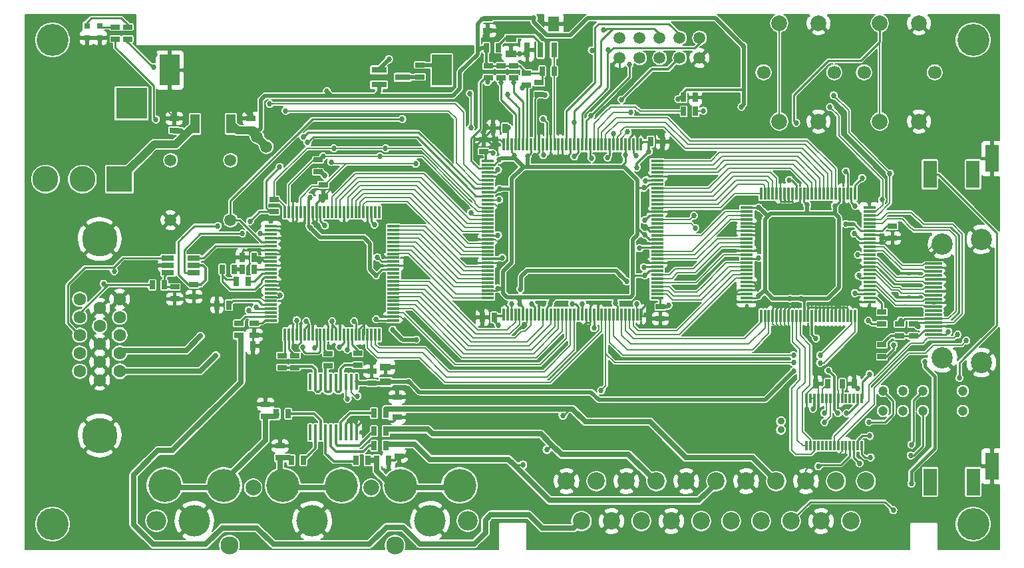
<source format=gbr>
G04 #@! TF.GenerationSoftware,KiCad,Pcbnew,5.1.9+dfsg1-1*
G04 #@! TF.CreationDate,2021-07-22T10:59:42+03:00*
G04 #@! TF.ProjectId,ossc_board,6f737363-5f62-46f6-9172-642e6b696361,rev?*
G04 #@! TF.SameCoordinates,Original*
G04 #@! TF.FileFunction,Copper,L1,Top*
G04 #@! TF.FilePolarity,Positive*
%FSLAX46Y46*%
G04 Gerber Fmt 4.6, Leading zero omitted, Abs format (unit mm)*
G04 Created by KiCad (PCBNEW 5.1.9+dfsg1-1) date 2021-07-22 10:59:42*
%MOMM*%
%LPD*%
G01*
G04 APERTURE LIST*
G04 #@! TA.AperFunction,ComponentPad*
%ADD10C,1.500000*%
G04 #@! TD*
G04 #@! TA.AperFunction,ComponentPad*
%ADD11C,1.200000*%
G04 #@! TD*
G04 #@! TA.AperFunction,SMDPad,CuDef*
%ADD12R,1.900000X0.800000*%
G04 #@! TD*
G04 #@! TA.AperFunction,SMDPad,CuDef*
%ADD13R,0.797560X0.797560*%
G04 #@! TD*
G04 #@! TA.AperFunction,SMDPad,CuDef*
%ADD14R,0.300000X1.200000*%
G04 #@! TD*
G04 #@! TA.AperFunction,SMDPad,CuDef*
%ADD15R,0.700000X1.900000*%
G04 #@! TD*
G04 #@! TA.AperFunction,SMDPad,CuDef*
%ADD16R,1.400000X1.900000*%
G04 #@! TD*
G04 #@! TA.AperFunction,ComponentPad*
%ADD17C,1.506220*%
G04 #@! TD*
G04 #@! TA.AperFunction,ComponentPad*
%ADD18C,4.064000*%
G04 #@! TD*
G04 #@! TA.AperFunction,SMDPad,CuDef*
%ADD19R,1.560000X0.650000*%
G04 #@! TD*
G04 #@! TA.AperFunction,ComponentPad*
%ADD20C,1.600000*%
G04 #@! TD*
G04 #@! TA.AperFunction,ComponentPad*
%ADD21C,4.500000*%
G04 #@! TD*
G04 #@! TA.AperFunction,SMDPad,CuDef*
%ADD22R,1.200000X2.400000*%
G04 #@! TD*
G04 #@! TA.AperFunction,SMDPad,CuDef*
%ADD23R,3.300000X2.400000*%
G04 #@! TD*
G04 #@! TA.AperFunction,SMDPad,CuDef*
%ADD24R,0.400000X2.000000*%
G04 #@! TD*
G04 #@! TA.AperFunction,SMDPad,CuDef*
%ADD25R,0.300000X1.600000*%
G04 #@! TD*
G04 #@! TA.AperFunction,SMDPad,CuDef*
%ADD26R,1.600000X0.300000*%
G04 #@! TD*
G04 #@! TA.AperFunction,ComponentPad*
%ADD27C,2.200000*%
G04 #@! TD*
G04 #@! TA.AperFunction,ComponentPad*
%ADD28C,1.700000*%
G04 #@! TD*
G04 #@! TA.AperFunction,ComponentPad*
%ADD29C,2.000000*%
G04 #@! TD*
G04 #@! TA.AperFunction,ComponentPad*
%ADD30C,4.200000*%
G04 #@! TD*
G04 #@! TA.AperFunction,ComponentPad*
%ADD31O,2.500000X2.500000*%
G04 #@! TD*
G04 #@! TA.AperFunction,ComponentPad*
%ADD32C,4.000000*%
G04 #@! TD*
G04 #@! TA.AperFunction,ComponentPad*
%ADD33C,2.300000*%
G04 #@! TD*
G04 #@! TA.AperFunction,ComponentPad*
%ADD34R,4.000000X4.000000*%
G04 #@! TD*
G04 #@! TA.AperFunction,SMDPad,CuDef*
%ADD35R,1.397000X0.889000*%
G04 #@! TD*
G04 #@! TA.AperFunction,SMDPad,CuDef*
%ADD36R,1.143000X0.635000*%
G04 #@! TD*
G04 #@! TA.AperFunction,SMDPad,CuDef*
%ADD37R,0.635000X1.143000*%
G04 #@! TD*
G04 #@! TA.AperFunction,ComponentPad*
%ADD38R,1.700000X3.500000*%
G04 #@! TD*
G04 #@! TA.AperFunction,ComponentPad*
%ADD39C,3.300000*%
G04 #@! TD*
G04 #@! TA.AperFunction,ComponentPad*
%ADD40R,3.300000X3.300000*%
G04 #@! TD*
G04 #@! TA.AperFunction,SMDPad,CuDef*
%ADD41R,2.500000X4.000000*%
G04 #@! TD*
G04 #@! TA.AperFunction,SMDPad,CuDef*
%ADD42R,6.700000X6.700000*%
G04 #@! TD*
G04 #@! TA.AperFunction,ComponentPad*
%ADD43C,0.690000*%
G04 #@! TD*
G04 #@! TA.AperFunction,SMDPad,CuDef*
%ADD44R,6.200000X6.200000*%
G04 #@! TD*
G04 #@! TA.AperFunction,ComponentPad*
%ADD45C,2.700000*%
G04 #@! TD*
G04 #@! TA.AperFunction,SMDPad,CuDef*
%ADD46R,2.200000X0.300000*%
G04 #@! TD*
G04 #@! TA.AperFunction,SMDPad,CuDef*
%ADD47R,1.600000X0.400000*%
G04 #@! TD*
G04 #@! TA.AperFunction,SMDPad,CuDef*
%ADD48R,0.700000X0.200000*%
G04 #@! TD*
G04 #@! TA.AperFunction,ComponentPad*
%ADD49C,0.900000*%
G04 #@! TD*
G04 #@! TA.AperFunction,ViaPad*
%ADD50C,0.686000*%
G04 #@! TD*
G04 #@! TA.AperFunction,ViaPad*
%ADD51C,1.500000*%
G04 #@! TD*
G04 #@! TA.AperFunction,Conductor*
%ADD52C,0.200000*%
G04 #@! TD*
G04 #@! TA.AperFunction,Conductor*
%ADD53C,0.180000*%
G04 #@! TD*
G04 #@! TA.AperFunction,Conductor*
%ADD54C,0.220000*%
G04 #@! TD*
G04 #@! TA.AperFunction,Conductor*
%ADD55C,0.250000*%
G04 #@! TD*
G04 #@! TA.AperFunction,Conductor*
%ADD56C,0.300000*%
G04 #@! TD*
G04 #@! TA.AperFunction,Conductor*
%ADD57C,0.500000*%
G04 #@! TD*
G04 #@! TA.AperFunction,Conductor*
%ADD58C,0.400000*%
G04 #@! TD*
G04 #@! TA.AperFunction,Conductor*
%ADD59C,1.000000*%
G04 #@! TD*
G04 #@! TA.AperFunction,Conductor*
%ADD60C,0.350000*%
G04 #@! TD*
G04 #@! TA.AperFunction,Conductor*
%ADD61C,0.640000*%
G04 #@! TD*
G04 #@! TA.AperFunction,Conductor*
%ADD62C,0.700000*%
G04 #@! TD*
G04 #@! TA.AperFunction,Conductor*
%ADD63C,0.150000*%
G04 #@! TD*
G04 APERTURE END LIST*
D10*
X33804500Y-43509300D03*
X33804500Y-35889300D03*
X26184500Y-35889300D03*
X26184500Y-43509300D03*
D11*
X121920000Y-65250000D03*
X119380000Y-65250000D03*
X116840000Y-65250000D03*
X121920000Y-67790000D03*
X119380000Y-67790000D03*
X116840000Y-67790000D03*
X127000000Y-65250000D03*
X127000000Y-67790000D03*
D12*
X55693000Y-25329000D03*
X52693000Y-26279000D03*
X52693000Y-24379000D03*
D13*
X17179000Y-20294300D03*
X17179000Y-18795700D03*
X15549000Y-20294300D03*
X15549000Y-18795700D03*
D14*
X107122000Y-72230000D03*
X107622000Y-72230000D03*
X108122000Y-72230000D03*
X108622000Y-72230000D03*
X109122000Y-72230000D03*
X109622000Y-72230000D03*
X110122000Y-72230000D03*
X110622000Y-72230000D03*
X111122000Y-72230000D03*
X111622000Y-72230000D03*
X112122000Y-72230000D03*
X112622000Y-72230000D03*
X113122000Y-72230000D03*
X113622000Y-72230000D03*
X114122000Y-72230000D03*
X114122000Y-66230000D03*
X113622000Y-66230000D03*
X113122000Y-66230000D03*
X112622000Y-66230000D03*
X112122000Y-66230000D03*
X111622000Y-66230000D03*
X111122000Y-66230000D03*
X110622000Y-66230000D03*
X110122000Y-66230000D03*
X109622000Y-66230000D03*
X109122000Y-66230000D03*
X108622000Y-66230000D03*
X108122000Y-66230000D03*
X107622000Y-66230000D03*
X107122000Y-66230000D03*
D15*
X74964100Y-21860500D03*
X73264100Y-21860500D03*
X71564100Y-21860500D03*
D16*
X74944100Y-18510500D03*
D17*
X93480000Y-20320000D03*
X93480000Y-22860000D03*
X90940000Y-20320000D03*
X90940000Y-22860000D03*
X88400000Y-20320000D03*
X88400000Y-22860000D03*
X85860000Y-20320000D03*
X85860000Y-22860000D03*
X83320000Y-20320000D03*
X83320000Y-22860000D03*
D18*
X11130000Y-20600000D03*
X11130000Y-82200000D03*
X128300000Y-82200000D03*
X128300000Y-20600000D03*
D19*
X29143300Y-49287800D03*
X25843300Y-48337800D03*
X25843300Y-49287800D03*
X25843300Y-50237800D03*
X29143300Y-50237800D03*
X29143300Y-48337800D03*
D20*
X17155500Y-59295400D03*
X17155500Y-57005400D03*
X17155500Y-54715400D03*
X19695500Y-62735400D03*
X19695500Y-60445400D03*
X19695500Y-58155400D03*
X19695500Y-55865400D03*
X19695500Y-53575400D03*
X17155500Y-63875400D03*
X17155500Y-61585400D03*
X14615500Y-62735400D03*
X14615500Y-60445400D03*
X14615500Y-58155400D03*
X14615500Y-55865400D03*
X14615500Y-53575400D03*
D21*
X17155500Y-70915400D03*
X17155500Y-45915400D03*
D22*
X31577000Y-31256000D03*
X29277000Y-31256000D03*
X33877000Y-31256000D03*
D23*
X31577000Y-24056000D03*
D24*
X43963000Y-70544000D03*
X44613000Y-70544000D03*
X45263000Y-70544000D03*
X45913000Y-70544000D03*
X46563000Y-70544000D03*
X47213000Y-70544000D03*
X47863000Y-70544000D03*
X48513000Y-70544000D03*
X49163000Y-70544000D03*
X49813000Y-70544000D03*
X49813000Y-64104000D03*
X49163000Y-64104000D03*
X48513000Y-64104000D03*
X47863000Y-64104000D03*
X47213000Y-64104000D03*
X46563000Y-64104000D03*
X45913000Y-64104000D03*
X45263000Y-64104000D03*
X44613000Y-64104000D03*
X43963000Y-64104000D03*
D25*
X101300000Y-55700000D03*
X101800000Y-55700000D03*
X102300000Y-55700000D03*
X102800000Y-55700000D03*
X103300000Y-55700000D03*
X103800000Y-55700000D03*
X104300000Y-55700000D03*
X104800000Y-55700000D03*
X105300000Y-55700000D03*
X105800000Y-55700000D03*
X106300000Y-55700000D03*
X106800000Y-55700000D03*
X107300000Y-55700000D03*
X107800000Y-55700000D03*
X108300000Y-55700000D03*
X108800000Y-55700000D03*
X109300000Y-55700000D03*
X109800000Y-55700000D03*
X110300000Y-55700000D03*
X110800000Y-55700000D03*
X111300000Y-55700000D03*
X111800000Y-55700000D03*
X112300000Y-55700000D03*
X112800000Y-55700000D03*
X113300000Y-55700000D03*
D26*
X115100000Y-53900000D03*
X115100000Y-53400000D03*
X115100000Y-52900000D03*
X115100000Y-52400000D03*
X115100000Y-51900000D03*
X115100000Y-51400000D03*
X115100000Y-50900000D03*
X115100000Y-50400000D03*
X115100000Y-49900000D03*
X115100000Y-49400000D03*
X115100000Y-48900000D03*
X115100000Y-48400000D03*
X115100000Y-47900000D03*
X115100000Y-47400000D03*
X115100000Y-46900000D03*
X115100000Y-46400000D03*
X115100000Y-45900000D03*
X115100000Y-45400000D03*
X115100000Y-44900000D03*
X115100000Y-44400000D03*
X115100000Y-43900000D03*
X115100000Y-43400000D03*
X115100000Y-42900000D03*
X115100000Y-42400000D03*
X115100000Y-41900000D03*
D25*
X113300000Y-40100000D03*
X112800000Y-40100000D03*
X112300000Y-40100000D03*
X111800000Y-40100000D03*
X111300000Y-40100000D03*
X110800000Y-40100000D03*
X110300000Y-40100000D03*
X109800000Y-40100000D03*
X109300000Y-40100000D03*
X108800000Y-40100000D03*
X108300000Y-40100000D03*
X107800000Y-40100000D03*
X107300000Y-40100000D03*
X106800000Y-40100000D03*
X106300000Y-40100000D03*
X105800000Y-40100000D03*
X105300000Y-40100000D03*
X104800000Y-40100000D03*
X104300000Y-40100000D03*
X103800000Y-40100000D03*
X103300000Y-40100000D03*
X102800000Y-40100000D03*
X102300000Y-40100000D03*
X101800000Y-40100000D03*
X101300000Y-40100000D03*
D26*
X99500000Y-41900000D03*
X99500000Y-42400000D03*
X99500000Y-42900000D03*
X99500000Y-43400000D03*
X99500000Y-43900000D03*
X99500000Y-44400000D03*
X99500000Y-44900000D03*
X99500000Y-45400000D03*
X99500000Y-45900000D03*
X99500000Y-46400000D03*
X99500000Y-46900000D03*
X99500000Y-47400000D03*
X99500000Y-47900000D03*
X99500000Y-48400000D03*
X99500000Y-48900000D03*
X99500000Y-49400000D03*
X99500000Y-49900000D03*
X99500000Y-50400000D03*
X99500000Y-50900000D03*
X99500000Y-51400000D03*
X99500000Y-51900000D03*
X99500000Y-52400000D03*
X99500000Y-52900000D03*
X99500000Y-53400000D03*
X99500000Y-53900000D03*
D27*
X112754600Y-81821200D03*
X110849600Y-76741200D03*
X108944600Y-81821200D03*
X107039600Y-76741200D03*
X105134600Y-81821200D03*
X103229600Y-76741200D03*
X101324600Y-81821200D03*
X99419600Y-76741200D03*
X97514600Y-81821200D03*
X95609600Y-76741200D03*
X93704600Y-81821200D03*
X91799600Y-76741200D03*
X78464600Y-81821200D03*
X87989600Y-76741200D03*
X89894600Y-81821200D03*
X84179600Y-76741200D03*
X86084600Y-81821200D03*
X80369600Y-76741200D03*
X82274600Y-81821200D03*
X76559600Y-76741200D03*
X114659600Y-76741200D03*
D28*
X101631000Y-24700000D03*
X110631000Y-24700000D03*
D29*
X108631000Y-30950000D03*
X103631000Y-30950000D03*
X108631000Y-18450000D03*
X103631000Y-18450000D03*
D28*
X114418000Y-24700000D03*
X123418000Y-24700000D03*
D29*
X121418000Y-30950000D03*
X116418000Y-30950000D03*
X121418000Y-18450000D03*
X116418000Y-18450000D03*
D30*
X40446000Y-77276200D03*
X47946000Y-77276200D03*
D31*
X24396000Y-81776200D03*
X63996000Y-81776200D03*
D32*
X59196000Y-81776200D03*
X44196000Y-81776200D03*
X29196000Y-81776200D03*
D30*
X32946000Y-77276200D03*
X25446000Y-77276200D03*
X62946000Y-77276200D03*
X55446000Y-77276200D03*
D33*
X54729380Y-84920720D03*
X33662620Y-84920720D03*
D29*
X36696000Y-77576200D03*
X51696000Y-77576200D03*
D34*
X21202140Y-28649000D03*
X15202660Y-28649000D03*
X18202400Y-33348000D03*
D35*
X69494000Y-20408500D03*
X69494000Y-22313500D03*
X53538000Y-64107500D03*
X53538000Y-62202500D03*
D36*
X38262900Y-68477500D03*
X38262900Y-66953500D03*
D37*
X52410700Y-74078200D03*
X53934700Y-74078200D03*
D36*
X55280900Y-72008100D03*
X55280900Y-73532100D03*
X55001500Y-70128500D03*
X55001500Y-68604500D03*
X54997000Y-67547000D03*
X54997000Y-66023000D03*
X40104000Y-73777000D03*
X40104000Y-72253000D03*
D37*
X35301000Y-49779000D03*
X36825000Y-49779000D03*
X25397800Y-51764300D03*
X23873800Y-51764300D03*
D36*
X39370000Y-40894000D03*
X39370000Y-42418000D03*
X44931000Y-37368000D03*
X44931000Y-35844000D03*
X45616200Y-39013500D03*
X45616200Y-40537500D03*
D37*
X91463200Y-29666300D03*
X92987200Y-29666300D03*
D36*
X116693000Y-55199000D03*
X116693000Y-56723000D03*
X66609300Y-25399100D03*
X66609300Y-23875100D03*
X68222200Y-25411800D03*
X68222200Y-23887800D03*
X69835100Y-25411800D03*
X69835100Y-23887800D03*
X71448000Y-26288100D03*
X71448000Y-24764100D03*
X73086300Y-27520000D03*
X73086300Y-25996000D03*
D37*
X73467300Y-24548200D03*
X74991300Y-24548200D03*
X67866600Y-21551000D03*
X66342600Y-21551000D03*
D36*
X19159000Y-18929000D03*
X19159000Y-20453000D03*
X20709000Y-18925000D03*
X20709000Y-20449000D03*
X57912000Y-23754000D03*
X57912000Y-25278000D03*
D37*
X35138700Y-59536700D03*
X36662700Y-59536700D03*
D36*
X116690000Y-60902000D03*
X116690000Y-59378000D03*
X120690000Y-58262000D03*
X120690000Y-56738000D03*
X118930000Y-58262000D03*
X118930000Y-56738000D03*
D37*
X39634500Y-68172700D03*
X41158500Y-68172700D03*
X51280400Y-74066000D03*
X49756400Y-74066000D03*
X53604500Y-72224000D03*
X52080500Y-72224000D03*
X53579100Y-70357100D03*
X52055100Y-70357100D03*
X53579100Y-68058400D03*
X52055100Y-68058400D03*
D36*
X40358400Y-62267200D03*
X40358400Y-60743200D03*
D37*
X41539000Y-74066000D03*
X43063000Y-74066000D03*
D36*
X34872000Y-58177800D03*
X34872000Y-56653800D03*
D37*
X32078000Y-54317000D03*
X33602000Y-54317000D03*
X36039000Y-51283000D03*
X34515000Y-51283000D03*
X32766000Y-49779000D03*
X34290000Y-49779000D03*
X36824000Y-48265000D03*
X35300000Y-48265000D03*
D36*
X26705900Y-52018300D03*
X26705900Y-53542300D03*
X26645000Y-32075000D03*
X26645000Y-30551000D03*
X66000000Y-34762000D03*
X66000000Y-33238000D03*
D37*
X68762000Y-31800000D03*
X67238000Y-31800000D03*
X67362000Y-55900000D03*
X65838000Y-55900000D03*
D36*
X66520400Y-17868000D03*
X66520400Y-19392000D03*
D37*
X92974500Y-27888300D03*
X91450500Y-27888300D03*
X87259000Y-33498000D03*
X88783000Y-33498000D03*
D36*
X88500000Y-54538000D03*
X88500000Y-56062000D03*
X118040000Y-44248000D03*
X118040000Y-45772000D03*
X36405000Y-32080000D03*
X36405000Y-30556000D03*
X51763000Y-64252000D03*
X51763000Y-62728000D03*
X29144300Y-51713500D03*
X29144300Y-53237500D03*
X46225800Y-62013200D03*
X46225800Y-60489200D03*
X49985000Y-61987800D03*
X49985000Y-60463800D03*
X41958600Y-62267200D03*
X41958600Y-60743200D03*
X36827800Y-56628400D03*
X36827800Y-58152400D03*
D38*
X122806000Y-76830000D03*
X128306000Y-76830000D03*
X130706000Y-74830000D03*
D39*
X10266000Y-38298000D03*
X14966000Y-38298000D03*
D40*
X19666000Y-38298000D03*
D41*
X60676200Y-24406600D03*
X26076200Y-24406600D03*
D37*
X111648000Y-64350000D03*
X113172000Y-64350000D03*
X109797000Y-64359000D03*
X108273000Y-64359000D03*
D38*
X122798000Y-37676000D03*
X128298000Y-37676000D03*
X130698000Y-35676000D03*
D25*
X86050000Y-33900000D03*
X85550000Y-33900000D03*
X85050000Y-33900000D03*
X84550000Y-33900000D03*
X84050000Y-33900000D03*
X83550000Y-33900000D03*
X83050000Y-33900000D03*
X82550000Y-33900000D03*
X82050000Y-33900000D03*
X81550000Y-33900000D03*
X81050000Y-33900000D03*
X80550000Y-33900000D03*
X80050000Y-33900000D03*
X79550000Y-33900000D03*
X79050000Y-33900000D03*
X78550000Y-33900000D03*
X78050000Y-33900000D03*
X77550000Y-33900000D03*
X77050000Y-33900000D03*
X76550000Y-33900000D03*
X76050000Y-33900000D03*
X75550000Y-33900000D03*
X75050000Y-33900000D03*
X74550000Y-33900000D03*
X74050000Y-33900000D03*
X73550000Y-33900000D03*
X73050000Y-33900000D03*
X72550000Y-33900000D03*
X72050000Y-33900000D03*
X71550000Y-33900000D03*
X71050000Y-33900000D03*
X70550000Y-33900000D03*
X70050000Y-33900000D03*
X69550000Y-33900000D03*
X69050000Y-33900000D03*
X68550000Y-33900000D03*
D26*
X66500000Y-35950000D03*
X66500000Y-36450000D03*
X66500000Y-36950000D03*
X66500000Y-37450000D03*
X66500000Y-37950000D03*
X66500000Y-38450000D03*
X66500000Y-38950000D03*
X66500000Y-39450000D03*
X66500000Y-39950000D03*
X66500000Y-40450000D03*
X66500000Y-40950000D03*
X66500000Y-41450000D03*
X66500000Y-41950000D03*
X66500000Y-42450000D03*
X66500000Y-42950000D03*
X66500000Y-43450000D03*
X66500000Y-43950000D03*
X66500000Y-44450000D03*
X66500000Y-44950000D03*
X66500000Y-45450000D03*
X66500000Y-45950000D03*
X66500000Y-46450000D03*
X66500000Y-46950000D03*
X66500000Y-47450000D03*
X66500000Y-47950000D03*
X66500000Y-48450000D03*
X66500000Y-48950000D03*
X66500000Y-49450000D03*
X66500000Y-49950000D03*
X66500000Y-50450000D03*
X66500000Y-50950000D03*
X66500000Y-51450000D03*
X66500000Y-51950000D03*
X66500000Y-52450000D03*
X66500000Y-52950000D03*
X66500000Y-53450000D03*
D25*
X68550000Y-55500000D03*
X69050000Y-55500000D03*
X69550000Y-55500000D03*
X70050000Y-55500000D03*
X70550000Y-55500000D03*
X71050000Y-55500000D03*
X71550000Y-55500000D03*
X72050000Y-55500000D03*
X72550000Y-55500000D03*
X73050000Y-55500000D03*
X73550000Y-55500000D03*
X74050000Y-55500000D03*
X74550000Y-55500000D03*
X75050000Y-55500000D03*
X75550000Y-55500000D03*
X76050000Y-55500000D03*
X76550000Y-55500000D03*
X77050000Y-55500000D03*
X77550000Y-55500000D03*
X78050000Y-55500000D03*
X78550000Y-55500000D03*
X79050000Y-55500000D03*
X79550000Y-55500000D03*
X80050000Y-55500000D03*
X80550000Y-55500000D03*
X81050000Y-55500000D03*
X81550000Y-55500000D03*
X82050000Y-55500000D03*
X82550000Y-55500000D03*
X83050000Y-55500000D03*
X83550000Y-55500000D03*
X84050000Y-55500000D03*
X84550000Y-55500000D03*
X85050000Y-55500000D03*
X85550000Y-55500000D03*
X86050000Y-55500000D03*
D26*
X88100000Y-53450000D03*
X88100000Y-52950000D03*
X88100000Y-52450000D03*
X88100000Y-51950000D03*
X88100000Y-51450000D03*
X88100000Y-50950000D03*
X88100000Y-50450000D03*
X88100000Y-49950000D03*
X88100000Y-49450000D03*
X88100000Y-48950000D03*
X88100000Y-48450000D03*
X88100000Y-47950000D03*
X88100000Y-47450000D03*
X88100000Y-46950000D03*
X88100000Y-46450000D03*
X88100000Y-45950000D03*
X88100000Y-45450000D03*
X88100000Y-44950000D03*
X88100000Y-44450000D03*
X88100000Y-43950000D03*
X88100000Y-43450000D03*
X88100000Y-42950000D03*
X88100000Y-42450000D03*
X88100000Y-41950000D03*
X88100000Y-41450000D03*
X88100000Y-40950000D03*
X88100000Y-40450000D03*
X88100000Y-39950000D03*
X88100000Y-39450000D03*
X88100000Y-38950000D03*
X88100000Y-38450000D03*
X88100000Y-37950000D03*
X88100000Y-37450000D03*
X88100000Y-36950000D03*
X88100000Y-36450000D03*
X88100000Y-35950000D03*
D42*
X77300000Y-44700000D03*
D43*
X79850000Y-42150000D03*
X79850000Y-43000000D03*
X79850000Y-43850000D03*
X79850000Y-44700000D03*
X79850000Y-45550000D03*
X79850000Y-46400000D03*
X79850000Y-47250000D03*
X79000000Y-42150000D03*
X79000000Y-43000000D03*
X79000000Y-43850000D03*
X79000000Y-44700000D03*
X79000000Y-45550000D03*
X79000000Y-46400000D03*
X79000000Y-47250000D03*
X78150000Y-42150000D03*
X78150000Y-43000000D03*
X78150000Y-46400000D03*
X78150000Y-47250000D03*
X77300000Y-42150000D03*
X77300000Y-43000000D03*
X77300000Y-46400000D03*
X77300000Y-47250000D03*
X76450000Y-42150000D03*
X76450000Y-43000000D03*
X76450000Y-46400000D03*
X76450000Y-47250000D03*
X75600000Y-42150000D03*
X75600000Y-43000000D03*
X75600000Y-43850000D03*
X75600000Y-44700000D03*
X75600000Y-45550000D03*
X75600000Y-46400000D03*
X75600000Y-47250000D03*
X74750000Y-42150000D03*
X74750000Y-43000000D03*
X74750000Y-43850000D03*
X74750000Y-44700000D03*
X74750000Y-45550000D03*
X74750000Y-46400000D03*
X74750000Y-47250000D03*
D27*
X77300000Y-44700000D03*
D25*
X40736000Y-58092000D03*
X41236000Y-58092000D03*
X41736000Y-58092000D03*
X42236000Y-58092000D03*
X42736000Y-58092000D03*
X43236000Y-58092000D03*
X43736000Y-58092000D03*
X44236000Y-58092000D03*
X44736000Y-58092000D03*
X45236000Y-58092000D03*
X45736000Y-58092000D03*
X46236000Y-58092000D03*
X46736000Y-58092000D03*
X47236000Y-58092000D03*
X47736000Y-58092000D03*
X48236000Y-58092000D03*
X48736000Y-58092000D03*
X49236000Y-58092000D03*
X49736000Y-58092000D03*
X50236000Y-58092000D03*
X50736000Y-58092000D03*
X51236000Y-58092000D03*
X51736000Y-58092000D03*
X52236000Y-58092000D03*
X52736000Y-58092000D03*
D26*
X54536000Y-56292000D03*
X54536000Y-55792000D03*
X54536000Y-55292000D03*
X54536000Y-54792000D03*
X54536000Y-54292000D03*
X54536000Y-53792000D03*
X54536000Y-53292000D03*
X54536000Y-52792000D03*
X54536000Y-52292000D03*
X54536000Y-51792000D03*
X54536000Y-51292000D03*
X54536000Y-50792000D03*
X54536000Y-50292000D03*
X54536000Y-49792000D03*
X54536000Y-49292000D03*
X54536000Y-48792000D03*
X54536000Y-48292000D03*
X54536000Y-47792000D03*
X54536000Y-47292000D03*
X54536000Y-46792000D03*
X54536000Y-46292000D03*
X54536000Y-45792000D03*
X54536000Y-45292000D03*
X54536000Y-44792000D03*
X54536000Y-44292000D03*
D25*
X52736000Y-42492000D03*
X52236000Y-42492000D03*
X51736000Y-42492000D03*
X51236000Y-42492000D03*
X50736000Y-42492000D03*
X50236000Y-42492000D03*
X49736000Y-42492000D03*
X49236000Y-42492000D03*
X48736000Y-42492000D03*
X48236000Y-42492000D03*
X47736000Y-42492000D03*
X47236000Y-42492000D03*
X46736000Y-42492000D03*
X46236000Y-42492000D03*
X45736000Y-42492000D03*
X45236000Y-42492000D03*
X44736000Y-42492000D03*
X44236000Y-42492000D03*
X43736000Y-42492000D03*
X43236000Y-42492000D03*
X42736000Y-42492000D03*
X42236000Y-42492000D03*
X41736000Y-42492000D03*
X41236000Y-42492000D03*
X40736000Y-42492000D03*
D26*
X38936000Y-44292000D03*
X38936000Y-44792000D03*
X38936000Y-45292000D03*
X38936000Y-45792000D03*
X38936000Y-46292000D03*
X38936000Y-46792000D03*
X38936000Y-47292000D03*
X38936000Y-47792000D03*
X38936000Y-48292000D03*
X38936000Y-48792000D03*
X38936000Y-49292000D03*
X38936000Y-49792000D03*
X38936000Y-50292000D03*
X38936000Y-50792000D03*
X38936000Y-51292000D03*
X38936000Y-51792000D03*
X38936000Y-52292000D03*
X38936000Y-52792000D03*
X38936000Y-53292000D03*
X38936000Y-53792000D03*
X38936000Y-54292000D03*
X38936000Y-54792000D03*
X38936000Y-55292000D03*
X38936000Y-55792000D03*
X38936000Y-56292000D03*
D44*
X46736000Y-50292000D03*
D43*
X44336000Y-52692000D03*
X44336000Y-51892000D03*
X44336000Y-51092000D03*
X44336000Y-50292000D03*
X44336000Y-49492000D03*
X44336000Y-48692000D03*
X44336000Y-47892000D03*
X45136000Y-52692000D03*
X45136000Y-51892000D03*
X45136000Y-51092000D03*
X45136000Y-50292000D03*
X45136000Y-49492000D03*
X45136000Y-48692000D03*
X45136000Y-47892000D03*
X45936000Y-52692000D03*
X45936000Y-51892000D03*
X45936000Y-48692000D03*
X45936000Y-47892000D03*
X46736000Y-52692000D03*
X46736000Y-51892000D03*
X46736000Y-48692000D03*
X46736000Y-47892000D03*
X47536000Y-52692000D03*
X47536000Y-51892000D03*
X47536000Y-48692000D03*
X47536000Y-47892000D03*
X48336000Y-52692000D03*
X48336000Y-51892000D03*
X48336000Y-51092000D03*
X48336000Y-50292000D03*
X48336000Y-49492000D03*
X48336000Y-48692000D03*
X48336000Y-47892000D03*
X49136000Y-52692000D03*
X49136000Y-51892000D03*
X49136000Y-51092000D03*
X49136000Y-50292000D03*
X49136000Y-49492000D03*
X49136000Y-48692000D03*
X49136000Y-47892000D03*
D29*
X46736000Y-50292000D03*
D45*
X124400000Y-46550000D03*
X124400000Y-61050000D03*
X129350000Y-61650000D03*
X129350000Y-45950000D03*
D46*
X123300000Y-49050000D03*
X123300000Y-49550000D03*
X123300000Y-50050000D03*
X123300000Y-50550000D03*
X123300000Y-51050000D03*
X123300000Y-51550000D03*
X123300000Y-52050000D03*
X123300000Y-52550000D03*
X123300000Y-53050000D03*
X123300000Y-53550000D03*
X123300000Y-54050000D03*
X123300000Y-54550000D03*
X123300000Y-55050000D03*
X123300000Y-55550000D03*
X123300000Y-56050000D03*
X123300000Y-56550000D03*
X123300000Y-57050000D03*
X123300000Y-57550000D03*
X123300000Y-58050000D03*
D47*
X120120000Y-53310000D03*
D48*
X120569700Y-54310000D03*
X120569700Y-53810000D03*
X120569700Y-52810000D03*
X120569700Y-52310000D03*
X119670300Y-54310000D03*
X119670300Y-53810000D03*
X119670300Y-52310000D03*
X119670300Y-52810000D03*
D47*
X120120000Y-53310000D03*
X120120000Y-50310000D03*
D48*
X120569700Y-51310000D03*
X120569700Y-50810000D03*
X120569700Y-49810000D03*
X120569700Y-49310000D03*
X119670300Y-51310000D03*
X119670300Y-50810000D03*
X119670300Y-49310000D03*
X119670300Y-49810000D03*
D47*
X120120000Y-50310000D03*
D49*
X103861000Y-70197000D03*
X103861000Y-69097000D03*
D50*
X84323000Y-32288000D03*
X84732200Y-29806000D03*
X108848000Y-60705000D03*
X105453000Y-60701000D03*
X43617000Y-33642000D03*
X24312000Y-30690000D03*
X43043000Y-32918000D03*
X24000000Y-24050000D03*
X127430000Y-58850000D03*
X117714100Y-37557100D03*
X45599000Y-35400000D03*
X52818000Y-35391000D03*
X110562000Y-27638000D03*
X116710000Y-40910000D03*
X126320000Y-58080000D03*
X46943000Y-34376000D03*
X110094000Y-29135000D03*
X53534000Y-34370000D03*
X69098500Y-27469200D03*
X69847800Y-25996000D03*
X68209500Y-25945200D03*
X66507700Y-25932500D03*
X73848300Y-27570800D03*
X70901900Y-26681800D03*
X81870000Y-21820002D03*
X84590000Y-23679000D03*
X79665000Y-30246000D03*
X79790000Y-21890000D03*
X77541000Y-31105000D03*
X81230000Y-19270000D03*
X80061000Y-57252000D03*
X83576500Y-28167700D03*
X85428000Y-35326000D03*
X69187000Y-31768000D03*
X85496400Y-54178200D03*
X69596000Y-54152800D03*
X70700000Y-52300000D03*
X84200000Y-51300000D03*
X67200000Y-35000000D03*
X85500000Y-36800000D03*
X87046000Y-34757000D03*
X67900000Y-56900000D03*
X89535000Y-54356000D03*
X86556000Y-45389000D03*
X86517000Y-50546000D03*
X86403000Y-39400000D03*
X84087000Y-35223000D03*
X68021200Y-39522400D03*
X67843400Y-52197000D03*
X70586600Y-54178200D03*
X67995800Y-35839400D03*
X71595000Y-35377000D03*
X82804000Y-54102000D03*
X69900800Y-35306000D03*
X74498200Y-54152800D03*
X82516000Y-32537000D03*
X114971000Y-56319000D03*
X111090000Y-68070000D03*
X105471000Y-62728000D03*
X109899000Y-62678000D03*
X112100000Y-44000000D03*
X40117100Y-53097800D03*
X56460000Y-64108000D03*
X57440000Y-58720000D03*
X54432000Y-57465000D03*
X46736000Y-56388000D03*
X119080000Y-56270000D03*
X121310000Y-57030000D03*
X100968000Y-53185000D03*
X101000000Y-41900000D03*
X106400000Y-53500000D03*
X105000000Y-53500000D03*
X110700000Y-41700000D03*
X107200000Y-41600000D03*
X107930000Y-67540000D03*
X108306000Y-58560000D03*
D51*
X37165000Y-32898000D03*
D50*
X45819000Y-44196000D03*
X45811000Y-37856000D03*
X67843400Y-45440600D03*
X68377000Y-48296000D03*
X73607000Y-35245000D03*
X98826000Y-29083000D03*
X99065000Y-21336000D03*
X85839000Y-47092000D03*
X86407000Y-49511000D03*
X86558000Y-43510000D03*
X86624000Y-38476000D03*
X77553000Y-35406000D03*
X90790100Y-28104200D03*
X46073400Y-27113600D03*
X52486900Y-48246400D03*
X52118600Y-44080800D03*
X72400500Y-17800000D03*
X72110600Y-54178200D03*
X104900000Y-38400000D03*
X112100000Y-37300000D03*
X101000000Y-48300000D03*
X52324000Y-56134000D03*
X78587600Y-54178200D03*
X67843400Y-37084000D03*
X67995800Y-40894000D03*
D51*
X38353000Y-34188000D03*
D50*
X40050000Y-36740000D03*
X32180000Y-44260000D03*
X36300000Y-43640000D03*
X125140000Y-57710000D03*
X114180000Y-38160000D03*
X43979000Y-44493000D03*
X43939800Y-40651800D03*
X52324000Y-50546000D03*
X76100000Y-68370000D03*
X71010000Y-74670000D03*
X74070000Y-72730000D03*
X29982500Y-58279400D03*
X31938300Y-60743200D03*
X97050000Y-65190000D03*
X99060000Y-65200000D03*
X99120000Y-67790000D03*
X99110000Y-69830000D03*
X104020000Y-37680000D03*
X105000000Y-59880000D03*
X121700000Y-48210000D03*
X118510000Y-53040000D03*
X118550000Y-55450000D03*
X118800000Y-50200000D03*
X104230000Y-67260000D03*
X107980000Y-68440000D03*
X111700000Y-62840000D03*
X59329000Y-64267000D03*
X58527000Y-63383000D03*
X82700000Y-67772000D03*
X81481000Y-67780000D03*
X80193000Y-67788000D03*
X30770000Y-34854000D03*
X29581000Y-34785000D03*
X28590000Y-34069000D03*
X29604000Y-33581000D03*
X30777000Y-33581000D03*
X35448000Y-25542000D03*
X34214000Y-25489000D03*
X34221000Y-24270000D03*
X35410000Y-24277000D03*
X35425000Y-23111000D03*
X34267000Y-23119000D03*
X61276000Y-31913000D03*
X61128000Y-33673000D03*
X60190000Y-32781000D03*
X59265000Y-31993000D03*
X66385000Y-31608000D03*
X51458000Y-31486000D03*
X48997000Y-33658000D03*
X41628000Y-31593000D03*
X39811000Y-33296000D03*
X41457000Y-34770000D03*
X43480000Y-35565000D03*
X73533000Y-84475000D03*
X120564000Y-43632000D03*
X119421000Y-45027000D03*
X8896000Y-48748000D03*
X12960000Y-48971000D03*
X114996000Y-55321000D03*
X35330000Y-29051000D03*
X35425000Y-27912000D03*
X35448000Y-26754000D03*
X28404000Y-22974000D03*
X28404000Y-24014000D03*
X28404000Y-25055000D03*
X27958000Y-27203000D03*
X27973000Y-28354000D03*
X27935000Y-29535000D03*
X26784000Y-29535000D03*
X26830000Y-28316000D03*
X26815000Y-27219000D03*
X25611000Y-27249000D03*
X25618000Y-28377000D03*
X25634000Y-29451000D03*
X63307000Y-27793000D03*
X65232000Y-25156000D03*
X65263000Y-24216000D03*
X78326000Y-56982000D03*
X100995000Y-49408000D03*
X101006000Y-50724000D03*
X82612000Y-60590000D03*
X83588000Y-62534000D03*
X90700000Y-62800000D03*
X101796000Y-62454000D03*
X100696000Y-62555000D03*
X95429000Y-62602000D03*
X97738000Y-62591000D03*
X100405000Y-55195000D03*
X41910000Y-40894000D03*
X61468000Y-39690000D03*
X48707000Y-37490000D03*
X58548000Y-59066000D03*
X60484000Y-59135000D03*
X62553000Y-61200000D03*
X77175000Y-62690000D03*
X75590400Y-54127400D03*
X44318000Y-38546000D03*
X47254000Y-38877000D03*
X67871000Y-47130000D03*
X67900000Y-43900000D03*
X67900000Y-43000000D03*
X67900000Y-42200000D03*
X67986000Y-49256000D03*
X63848000Y-54441000D03*
X65048000Y-54521000D03*
X23912000Y-50307000D03*
X22814000Y-50300000D03*
X113881000Y-49400000D03*
X69469000Y-52177000D03*
X69545000Y-51064000D03*
X40930000Y-44242000D03*
X41443000Y-45441000D03*
X41737000Y-46518000D03*
X43698000Y-45659000D03*
X51984000Y-54254000D03*
X51979000Y-53167000D03*
X51979000Y-51887000D03*
X51064000Y-51308000D03*
X51069000Y-52578000D03*
X51054000Y-53828000D03*
X52227000Y-45659000D03*
X51333000Y-44831000D03*
X47630000Y-44836000D03*
X48875000Y-44826000D03*
X50135000Y-44811000D03*
X42603000Y-51907000D03*
X42596000Y-50764000D03*
X42634000Y-49507000D03*
X42657000Y-48402000D03*
X101000000Y-47000000D03*
X97978000Y-53969000D03*
X30053000Y-60371000D03*
X28651000Y-66081000D03*
X37810000Y-74280000D03*
X45263000Y-74737000D03*
X34138000Y-70744000D03*
X25136000Y-61549000D03*
X27757000Y-58278000D03*
X59036000Y-75175000D03*
X56693000Y-66271000D03*
X57390000Y-68854000D03*
X58994000Y-71803000D03*
X88440000Y-32771000D03*
X57328000Y-43404000D03*
X57226000Y-50018000D03*
X40523000Y-38908000D03*
X85288000Y-25471000D03*
X82977000Y-25552000D03*
X80691000Y-35342000D03*
X78895000Y-35237000D03*
X108265000Y-41567000D03*
X32690000Y-46036000D03*
X77038000Y-21199000D03*
X76901000Y-18600000D03*
X69947000Y-19116000D03*
X66203000Y-20081000D03*
X111115000Y-54258000D03*
X86591000Y-37404000D03*
X86346000Y-46318000D03*
X84696000Y-44818000D03*
X86479000Y-48360000D03*
X86567000Y-41960000D03*
X84673000Y-41214000D03*
X42365000Y-44753900D03*
X42669800Y-47217700D03*
X42707900Y-45909600D03*
X70584400Y-22363800D03*
X45527300Y-40982000D03*
X114983600Y-41083600D03*
X40167900Y-51688100D03*
X53134600Y-46709700D03*
X50556500Y-44030000D03*
X42034800Y-59600200D03*
X85568000Y-32634000D03*
X75700000Y-52500000D03*
X72572000Y-35329000D03*
X67843400Y-38404800D03*
X64947800Y-45643800D03*
X64947800Y-48691800D03*
X113131600Y-46913800D03*
X68300600Y-54178200D03*
X73533000Y-54178200D03*
X81584800Y-54102000D03*
X92303600Y-52044600D03*
X92329000Y-49098200D03*
X92329000Y-50825400D03*
X89916000Y-56946800D03*
X105800000Y-41600000D03*
X112300000Y-41700000D03*
X86500000Y-51500000D03*
X76400000Y-48900000D03*
X74400000Y-48900000D03*
X82400000Y-46800000D03*
X82400000Y-48600000D03*
X80300000Y-48900000D03*
X78400000Y-48900000D03*
X82400000Y-44800000D03*
X82400000Y-42900000D03*
X68707000Y-40208200D03*
X71170800Y-56845200D03*
X97960000Y-44900000D03*
X105800000Y-54300000D03*
X112200000Y-42700000D03*
X109700000Y-44000000D03*
X105900000Y-43800000D03*
X104700000Y-41800000D03*
X103600000Y-41800000D03*
X103600000Y-46000000D03*
X103600000Y-49400000D03*
X75700000Y-37500000D03*
X65000000Y-34000000D03*
X70800000Y-38500000D03*
X72100000Y-48600000D03*
X72100000Y-46700000D03*
X72100000Y-50800000D03*
X73450000Y-50800000D03*
X74950000Y-50800000D03*
X76500000Y-50800000D03*
X78050000Y-50800000D03*
X79450000Y-50800000D03*
X80750000Y-50800000D03*
X81950000Y-50850000D03*
X82400000Y-41200000D03*
X78816200Y-39801800D03*
X81000000Y-39800000D03*
X77400000Y-39800000D03*
X73400000Y-39800000D03*
X75400000Y-39800000D03*
X72100000Y-44800000D03*
X72100000Y-42700000D03*
X72100000Y-40900000D03*
X83900000Y-52500000D03*
X82900000Y-52500000D03*
X82000000Y-52500000D03*
X81050000Y-52500000D03*
X74800000Y-52500000D03*
X67300000Y-34100000D03*
X86900000Y-56700000D03*
X51054000Y-56388000D03*
X47752000Y-56388000D03*
X45466000Y-56388000D03*
X52324000Y-49276000D03*
X52324000Y-55118000D03*
X75735000Y-35437000D03*
X86681000Y-44463000D03*
X34750000Y-38740000D03*
X35770000Y-37700000D03*
X113570000Y-64900000D03*
X113262543Y-70902543D03*
X121000002Y-59810000D03*
X103560000Y-32750000D03*
X101900000Y-31120000D03*
X9002879Y-18210500D03*
X9002879Y-23286500D03*
X9002879Y-27516500D03*
X9002879Y-35976500D03*
X9002879Y-41052500D03*
X9002879Y-45282500D03*
X9002879Y-50358500D03*
X9002879Y-54588500D03*
X9002879Y-58818500D03*
X9002879Y-63048500D03*
X9002879Y-67278500D03*
X9002879Y-71508500D03*
X9002879Y-75738500D03*
X9002879Y-79968500D03*
X11540879Y-42744500D03*
X11540879Y-52050500D03*
X11540879Y-56280500D03*
X11540879Y-60510500D03*
X11540879Y-64740500D03*
X11540879Y-68970500D03*
X11540879Y-77430500D03*
X12386879Y-24132500D03*
X12386879Y-28362500D03*
X12386879Y-72354500D03*
X13232879Y-18210500D03*
X13232879Y-31746500D03*
X13232879Y-35976500D03*
X13232879Y-46974500D03*
X13232879Y-79968500D03*
X14078879Y-21594500D03*
X14078879Y-41052500D03*
X14078879Y-66432500D03*
X14078879Y-74892500D03*
X14078879Y-83352500D03*
X14924879Y-25824500D03*
X15770879Y-50358500D03*
X16616879Y-76584500D03*
X16616879Y-80814500D03*
X17462879Y-67278500D03*
X17462879Y-84198500D03*
X18308879Y-26670500D03*
X19154879Y-64740500D03*
X19154879Y-74046500D03*
X19154879Y-78276500D03*
X20000879Y-43590500D03*
X20846879Y-24978500D03*
X20846879Y-31746500D03*
X20846879Y-46974500D03*
X20846879Y-68124500D03*
X21692879Y-53742500D03*
X21692879Y-71508500D03*
X22538879Y-57126500D03*
X22538879Y-63894500D03*
X22538879Y-77430500D03*
X23384879Y-36822500D03*
X23384879Y-41898500D03*
X24230879Y-22440500D03*
X24230879Y-32592500D03*
X24230879Y-66432500D03*
X25076879Y-55434500D03*
X25076879Y-69816500D03*
X25922879Y-74046500D03*
X26768879Y-37668500D03*
X26768879Y-64740500D03*
X27614879Y-68124500D03*
X28460879Y-42744500D03*
X28460879Y-54588500D03*
X28460879Y-75738500D03*
X29306879Y-26670500D03*
X29306879Y-35976500D03*
X29306879Y-72354500D03*
X30152879Y-39360500D03*
X30152879Y-65586500D03*
X31844879Y-49512500D03*
X31844879Y-58818500D03*
X31844879Y-70662500D03*
X32690879Y-25824500D03*
X32690879Y-62202500D03*
X32690879Y-74046500D03*
X32690879Y-80814500D03*
X33536879Y-68124500D03*
X36074879Y-35130500D03*
X36074879Y-41898500D03*
X36074879Y-65586500D03*
X36074879Y-69816500D03*
X36074879Y-75738500D03*
X36920879Y-62202500D03*
X38612879Y-57972500D03*
X38612879Y-79968500D03*
X39458879Y-64740500D03*
X39458879Y-70662500D03*
X41996879Y-66432500D03*
X41996879Y-72354500D03*
X43688879Y-68970500D03*
X46226879Y-66432500D03*
X48764879Y-83352500D03*
X49610879Y-79968500D03*
X50456879Y-67278500D03*
X51302879Y-75738500D03*
X53840879Y-80814500D03*
X54686879Y-26670500D03*
X55532879Y-22440500D03*
X55532879Y-41898500D03*
X55532879Y-62202500D03*
X56378879Y-73200500D03*
X58070879Y-66432500D03*
X59762879Y-68970500D03*
X59762879Y-76584500D03*
X60608879Y-72354500D03*
X62300879Y-83352500D03*
X63146879Y-22440500D03*
X63146879Y-66432500D03*
X63992879Y-69816500D03*
X65684879Y-72354500D03*
X65684879Y-79122500D03*
X66530879Y-75738500D03*
X67376879Y-66432500D03*
X68222879Y-69816500D03*
X69068879Y-77430500D03*
X69914879Y-72354500D03*
X70760879Y-41898500D03*
X70760879Y-46128500D03*
X71606879Y-66432500D03*
X71606879Y-79122500D03*
X72452879Y-69816500D03*
X74990879Y-80814500D03*
X75836879Y-30900500D03*
X75836879Y-66432500D03*
X75836879Y-70662500D03*
X76682879Y-22440500D03*
X78374879Y-72354500D03*
X78374879Y-78276500D03*
X79220879Y-24132500D03*
X80912879Y-59664500D03*
X80912879Y-70662500D03*
X81758879Y-74892500D03*
X82604879Y-65586500D03*
X82604879Y-78276500D03*
X83450879Y-72354500D03*
X84296879Y-83352500D03*
X85988879Y-70662500D03*
X86834879Y-65586500D03*
X87680879Y-73200500D03*
X88526879Y-83352500D03*
X89372879Y-68970500D03*
X90218879Y-74892500D03*
X91064879Y-65586500D03*
X91910879Y-30900500D03*
X91910879Y-35130500D03*
X91910879Y-70662500D03*
X92756879Y-38514500D03*
X93602879Y-67278500D03*
X94448879Y-56280500D03*
X94448879Y-74892500D03*
X94448879Y-79968500D03*
X95294879Y-19902500D03*
X95294879Y-24132500D03*
X95294879Y-69816500D03*
X95294879Y-83352500D03*
X96986879Y-57972500D03*
X97832879Y-18210500D03*
X97832879Y-22440500D03*
X97832879Y-31746500D03*
X97832879Y-67278500D03*
X97832879Y-71508500D03*
X97832879Y-78276500D03*
X98678879Y-55434500D03*
X99524879Y-80814500D03*
X100370879Y-27516500D03*
X100370879Y-65586500D03*
X101216879Y-32592500D03*
X101216879Y-72354500D03*
X102062879Y-19902500D03*
X102062879Y-79122500D03*
X102908879Y-67278500D03*
X102908879Y-83352500D03*
X103754879Y-74046500D03*
X104600879Y-24132500D03*
X104600879Y-43590500D03*
X104600879Y-51204500D03*
X105446879Y-18210500D03*
X105446879Y-47820500D03*
X106292879Y-28362500D03*
X106292879Y-79122500D03*
X107138879Y-83352500D03*
X107984879Y-23286500D03*
X108830879Y-33438500D03*
X109676879Y-20748500D03*
X111368879Y-18210500D03*
X111368879Y-35130500D03*
X112214879Y-25824500D03*
X113060879Y-78276500D03*
X113906879Y-21594500D03*
X113906879Y-28362500D03*
X113906879Y-58818500D03*
X114752879Y-32592500D03*
X114752879Y-80814500D03*
X116444879Y-75738500D03*
X116444879Y-83352500D03*
X117290879Y-22440500D03*
X117290879Y-26670500D03*
X117290879Y-34284500D03*
X118136879Y-30054500D03*
X118136879Y-78276500D03*
X118982879Y-18210500D03*
X118982879Y-36822500D03*
X118982879Y-46974500D03*
X119828879Y-24132500D03*
X119828879Y-32592500D03*
X120674879Y-27516500D03*
X121520879Y-21594500D03*
X121520879Y-55434500D03*
X121520879Y-79968500D03*
X123212879Y-29208500D03*
X124058879Y-18210500D03*
X124904879Y-22440500D03*
X124904879Y-26670500D03*
X124904879Y-40206500D03*
X124904879Y-66432500D03*
X124904879Y-77430500D03*
X124904879Y-81660500D03*
X126596879Y-30054500D03*
X126596879Y-35976500D03*
X126596879Y-69816500D03*
X126596879Y-74892500D03*
X127442879Y-24132500D03*
X127442879Y-42744500D03*
X128288879Y-27516500D03*
X128288879Y-48666500D03*
X128288879Y-52896500D03*
X128288879Y-57126500D03*
X128288879Y-72354500D03*
X129134879Y-40206500D03*
X129134879Y-64740500D03*
X129980879Y-30900500D03*
X129980879Y-68124500D03*
X129980879Y-78276500D03*
X130826879Y-18210500D03*
X130826879Y-22440500D03*
X130826879Y-84198500D03*
X44543000Y-59767000D03*
X47673600Y-59651000D03*
X36118800Y-54991000D03*
X37084000Y-54610000D03*
X113258600Y-52806600D03*
X113645000Y-47926000D03*
X113741200Y-50571400D03*
X113184000Y-45236000D03*
X81788000Y-35557000D03*
X113300000Y-41700000D03*
X55649200Y-30644200D03*
X73590000Y-30644000D03*
X79756000Y-35610800D03*
X77292200Y-54152800D03*
X93965100Y-29590100D03*
X43000000Y-59701800D03*
X48664200Y-59981200D03*
X19000000Y-50010000D03*
X17670000Y-51610000D03*
X35306000Y-45212000D03*
X37592000Y-45212000D03*
X40810000Y-29590100D03*
X38796300Y-28713800D03*
X92964000Y-44521000D03*
X105780000Y-31130000D03*
X92774000Y-42931000D03*
X37479000Y-48745000D03*
X49530000Y-56388000D03*
X42225300Y-56260100D03*
X43434000Y-56388000D03*
X48706000Y-66277000D03*
X49957000Y-65908000D03*
X108833000Y-61692000D03*
X105456000Y-61628000D03*
X57371000Y-36332000D03*
X80970000Y-65197000D03*
X46608000Y-36111000D03*
X53972000Y-23020000D03*
X64262000Y-27402000D03*
X64378000Y-31758000D03*
X64381000Y-42577000D03*
X118210000Y-59420000D03*
X122170000Y-61530000D03*
X120450000Y-77050000D03*
X109385000Y-69243000D03*
X109377000Y-68077000D03*
X120360000Y-73470000D03*
X120450000Y-72090000D03*
X115040000Y-69220000D03*
X118140000Y-80440000D03*
X126560000Y-63590000D03*
X115120000Y-63120000D03*
X112210000Y-68100000D03*
X115250000Y-73710000D03*
X108600000Y-74860000D03*
X115140000Y-70980000D03*
X113840000Y-74460000D03*
D52*
X83550000Y-33900000D02*
X83550000Y-33061000D01*
X83550000Y-33061000D02*
X84323000Y-32288000D01*
X91463200Y-29666300D02*
X85926000Y-29666300D01*
X85341800Y-29082100D02*
X82171900Y-29082100D01*
X85926000Y-29666300D02*
X85341800Y-29082100D01*
X81526000Y-29728000D02*
X81526000Y-29726000D01*
X82176000Y-29078000D02*
X82171900Y-29082100D01*
X82171900Y-29082100D02*
X81526000Y-29728000D01*
X80050000Y-31202000D02*
X80050000Y-33900000D01*
X81526000Y-29726000D02*
X80050000Y-31202000D01*
X81759000Y-29493000D02*
X81526000Y-29726000D01*
X82549000Y-29806000D02*
X84732200Y-29806000D01*
X80551200Y-31839000D02*
X80551200Y-31803800D01*
X80551200Y-31803800D02*
X82549000Y-29806000D01*
D53*
X80551200Y-31867000D02*
X80551200Y-31839000D01*
X80551200Y-31839000D02*
X80551200Y-32148800D01*
X80551200Y-32148800D02*
X80551200Y-33714500D01*
X80551200Y-31848800D02*
X80551200Y-31867000D01*
X83548400Y-58148400D02*
X83548400Y-55685500D01*
X84700000Y-59300000D02*
X83548400Y-58148400D01*
X99700000Y-59300000D02*
X84700000Y-59300000D01*
X101813600Y-55647000D02*
X101813600Y-57186400D01*
X101813600Y-57186400D02*
X99700000Y-59300000D01*
X105282000Y-60700000D02*
X105452000Y-60700000D01*
X112811800Y-56742200D02*
X108854000Y-60700000D01*
X112811800Y-56742200D02*
X112811800Y-55647000D01*
X108853000Y-60700000D02*
X108854000Y-60700000D01*
X108848000Y-60705000D02*
X108853000Y-60700000D01*
X105452000Y-60700000D02*
X105453000Y-60701000D01*
X82049800Y-59049800D02*
X82049800Y-55685500D01*
X105316000Y-60700000D02*
X105282000Y-60700000D01*
X105282000Y-60700000D02*
X83700000Y-60700000D01*
X83700000Y-60700000D02*
X82049800Y-59049800D01*
X93056300Y-51443700D02*
X88285500Y-51443700D01*
X93056300Y-51443700D02*
X96600000Y-47900000D01*
X99553000Y-47900000D02*
X96600000Y-47900000D01*
X107300000Y-39100000D02*
X107300000Y-40153000D01*
X105100000Y-36900000D02*
X107300000Y-39100000D01*
X97200000Y-36900000D02*
X105100000Y-36900000D01*
X88285500Y-39454900D02*
X94645100Y-39454900D01*
X94645100Y-39454900D02*
X97200000Y-36900000D01*
X95851700Y-37448300D02*
X88285500Y-37448300D01*
X96900000Y-36400000D02*
X95851700Y-37448300D01*
X105400000Y-36400000D02*
X96900000Y-36400000D01*
X107782600Y-38782600D02*
X105400000Y-36400000D01*
X107782600Y-40153000D02*
X107782600Y-38782600D01*
X95547000Y-36953000D02*
X88285500Y-36953000D01*
X96600000Y-35900000D02*
X95547000Y-36953000D01*
X105700000Y-35900000D02*
X96600000Y-35900000D01*
X108290600Y-38490600D02*
X105700000Y-35900000D01*
X108290600Y-40153000D02*
X108290600Y-38490600D01*
X95242300Y-36457700D02*
X88285500Y-36457700D01*
X96300000Y-35400000D02*
X95242300Y-36457700D01*
X106000000Y-35400000D02*
X96300000Y-35400000D01*
X108798600Y-38198600D02*
X106000000Y-35400000D01*
X108798600Y-40153000D02*
X108798600Y-38198600D01*
X94950300Y-35949700D02*
X88285500Y-35949700D01*
X109306600Y-40153000D02*
X109306600Y-37906600D01*
X109306600Y-37906600D02*
X106300000Y-34900000D01*
X106300000Y-34900000D02*
X96000000Y-34900000D01*
X96000000Y-34900000D02*
X94950300Y-35949700D01*
D52*
X83458000Y-32482000D02*
X83458000Y-32483000D01*
X83458000Y-32482000D02*
X83458000Y-32141000D01*
X83458000Y-32141000D02*
X83938000Y-31661000D01*
X83938000Y-31661000D02*
X84239000Y-31661000D01*
D53*
X84239000Y-31661000D02*
X88961000Y-31661000D01*
X88961000Y-31661000D02*
X91700000Y-34400000D01*
X109789200Y-40153000D02*
X109789200Y-37589200D01*
X106600000Y-34400000D02*
X109789200Y-37589200D01*
X91700000Y-34400000D02*
X106600000Y-34400000D01*
D52*
X83050000Y-32891000D02*
X83050000Y-33900000D01*
X83458000Y-32483000D02*
X83050000Y-32891000D01*
D53*
X81554500Y-33714500D02*
X81554500Y-32616500D01*
X81554500Y-32616500D02*
X83104000Y-31067000D01*
X83104000Y-31067000D02*
X89167000Y-31067000D01*
X89167000Y-31067000D02*
X92000000Y-33900000D01*
X110297200Y-37297200D02*
X110297200Y-40153000D01*
X106900000Y-33900000D02*
X110297200Y-37297200D01*
X92000000Y-33900000D02*
X106900000Y-33900000D01*
X81046500Y-33714500D02*
X81046500Y-32324500D01*
X81046500Y-32324500D02*
X82887000Y-30484000D01*
X82887000Y-30484000D02*
X89384000Y-30484000D01*
X89384000Y-30484000D02*
X92300000Y-33400000D01*
X110805200Y-37005200D02*
X110805200Y-40153000D01*
X107200000Y-33400000D02*
X110805200Y-37005200D01*
X92300000Y-33400000D02*
X107200000Y-33400000D01*
X82545100Y-55685500D02*
X82545100Y-58245100D01*
X84300000Y-60000000D02*
X100200000Y-60000000D01*
X100200000Y-60000000D02*
X102296200Y-57903800D01*
X102296200Y-57903800D02*
X102296200Y-55647000D01*
X82545100Y-58245100D02*
X84300000Y-60000000D01*
D52*
X74991300Y-27592000D02*
X74991300Y-33841300D01*
X74991300Y-33841300D02*
X75050000Y-33900000D01*
X74991300Y-24548200D02*
X74991300Y-27592000D01*
X74991300Y-27592000D02*
X74991300Y-27647000D01*
X74964100Y-21860500D02*
X74964100Y-24521000D01*
X74964100Y-24521000D02*
X74991300Y-24548200D01*
D54*
X19159000Y-20453000D02*
X19159000Y-21552000D01*
X57534000Y-32934000D02*
X44325000Y-32934000D01*
X44325000Y-32934000D02*
X43617000Y-33642000D01*
X24312000Y-30690000D02*
X24026000Y-30404000D01*
X24026000Y-30404000D02*
X24026000Y-26419000D01*
X24026000Y-26419000D02*
X19703000Y-22096000D01*
X57534000Y-32934000D02*
X60232000Y-35632000D01*
X19159000Y-21552000D02*
X19703000Y-22096000D01*
X60114000Y-35514000D02*
X60118000Y-35518000D01*
X60118000Y-35518000D02*
X60232000Y-35632000D01*
X60232000Y-35632000D02*
X60251000Y-35651000D01*
X60251000Y-35651000D02*
X63750000Y-39150000D01*
X63750000Y-39150000D02*
X65045500Y-40445500D01*
X66314500Y-40445500D02*
X65045500Y-40445500D01*
X61582000Y-36182000D02*
X57713000Y-32313000D01*
X43648000Y-32313000D02*
X43043000Y-32918000D01*
X57713000Y-32313000D02*
X43648000Y-32313000D01*
X64854900Y-39454900D02*
X66314500Y-39454900D01*
X64854900Y-39454900D02*
X61582000Y-36182000D01*
X61582000Y-36182000D02*
X61504000Y-36104000D01*
X20309000Y-20449000D02*
X23910000Y-24050000D01*
X23910000Y-24050000D02*
X24000000Y-24050000D01*
D53*
X126280000Y-59420000D02*
X126860000Y-59420000D01*
X126860000Y-59420000D02*
X127430000Y-58850000D01*
X117560000Y-37403000D02*
X117714100Y-37557100D01*
D52*
X126280000Y-59420000D02*
X126260000Y-59420000D01*
D53*
X44931000Y-35844000D02*
X45155000Y-35844000D01*
X45155000Y-35844000D02*
X45599000Y-35400000D01*
D52*
X52826000Y-35399000D02*
X52826000Y-35410000D01*
X52818000Y-35391000D02*
X52826000Y-35399000D01*
D53*
X62635000Y-39835000D02*
X62633000Y-39835000D01*
X62385000Y-39587000D02*
X62385000Y-39585000D01*
X62633000Y-39835000D02*
X62385000Y-39587000D01*
X45949000Y-35400000D02*
X45375000Y-35400000D01*
X45375000Y-35400000D02*
X44931000Y-35844000D01*
X114015500Y-33858500D02*
X114014500Y-33858500D01*
X112505000Y-29581000D02*
X110562000Y-27638000D01*
X112505000Y-32349000D02*
X112505000Y-29581000D01*
X114014500Y-33858500D02*
X112505000Y-32349000D01*
X52826000Y-35410000D02*
X52826000Y-35400000D01*
X52826000Y-35400000D02*
X52826000Y-35410000D01*
X52826000Y-35410000D02*
X52826000Y-35400000D01*
X115100000Y-42900000D02*
X116164400Y-42900000D01*
X117560000Y-37403000D02*
X114015500Y-33858500D01*
X114015500Y-33858500D02*
X114001600Y-33844600D01*
X117714100Y-41350300D02*
X117714100Y-37557100D01*
X116164400Y-42900000D02*
X117714100Y-41350300D01*
X44930400Y-35648000D02*
X44701800Y-35648000D01*
X44930400Y-35648000D02*
X44570000Y-35648000D01*
X44570000Y-35648000D02*
X44150000Y-36068000D01*
X41224200Y-38993800D02*
X44150000Y-36068000D01*
X41224200Y-42545000D02*
X41224200Y-38993800D01*
X57400000Y-35400000D02*
X52826000Y-35400000D01*
X52826000Y-35400000D02*
X45949000Y-35400000D01*
X45949000Y-35400000D02*
X45933700Y-35400000D01*
X45933700Y-35400000D02*
X45880000Y-35400000D01*
X62450000Y-39650000D02*
X62385000Y-39585000D01*
X62385000Y-39585000D02*
X58200000Y-35400000D01*
X58200000Y-35400000D02*
X57400000Y-35400000D01*
X66314500Y-42452100D02*
X65252100Y-42452100D01*
X65252100Y-42452100D02*
X64200000Y-41400000D01*
X64200000Y-41400000D02*
X62635000Y-39835000D01*
X62635000Y-39835000D02*
X62575000Y-39775000D01*
X57500000Y-35400000D02*
X57400000Y-35400000D01*
X123270000Y-59420000D02*
X126280000Y-59420000D01*
X122230000Y-60460000D02*
X123270000Y-59420000D01*
X120110000Y-60460000D02*
X122230000Y-60460000D01*
X115750000Y-64820000D02*
X120110000Y-60460000D01*
X115750000Y-66940000D02*
X115750000Y-64820000D01*
X111122000Y-71568000D02*
X115750000Y-66940000D01*
X111122000Y-72230000D02*
X111122000Y-71568000D01*
X125650000Y-58530000D02*
X125870000Y-58530000D01*
X116710000Y-40910000D02*
X116787000Y-40910000D01*
X125870000Y-58530000D02*
X126320000Y-58080000D01*
X122370000Y-58700000D02*
X122370000Y-58690000D01*
X122370000Y-58690000D02*
X122530000Y-58530000D01*
X122530000Y-58530000D02*
X125650000Y-58530000D01*
X125650000Y-58530000D02*
X125670000Y-58530000D01*
D52*
X116787000Y-40910000D02*
X116780000Y-40910000D01*
X116780000Y-40910000D02*
X116787000Y-40910000D01*
X122370000Y-58700000D02*
X122360000Y-58710000D01*
D53*
X46943000Y-34376000D02*
X46943000Y-34373000D01*
X46943000Y-34373000D02*
X46943000Y-34376000D01*
X46943000Y-34376000D02*
X46943000Y-34373000D01*
X111202000Y-32754000D02*
X111202000Y-30243000D01*
X111202000Y-30243000D02*
X110094000Y-29135000D01*
X113515000Y-35060000D02*
X113508000Y-35060000D01*
X113508000Y-35060000D02*
X111202000Y-32754000D01*
D52*
X53531000Y-34373000D02*
X53481000Y-34373000D01*
X53534000Y-34370000D02*
X53531000Y-34373000D01*
D53*
X54350000Y-34375000D02*
X54350000Y-34373000D01*
X54350000Y-34373000D02*
X54350000Y-34375000D01*
X54350000Y-34375000D02*
X54350000Y-34373000D01*
X53481000Y-34378000D02*
X53481000Y-34373000D01*
X53481000Y-34373000D02*
X53481000Y-34378000D01*
X53481000Y-34378000D02*
X53481000Y-34373000D01*
X115100000Y-42400000D02*
X115915100Y-42400000D01*
X115915100Y-42400000D02*
X116787000Y-41528100D01*
X116787000Y-41528100D02*
X116787000Y-40910000D01*
X116787000Y-38332000D02*
X113515000Y-35060000D01*
X116787000Y-40910000D02*
X116787000Y-38332000D01*
X113515000Y-35060000D02*
X113480450Y-35025450D01*
X45819400Y-34373000D02*
X43525700Y-34373000D01*
X43398700Y-34500000D02*
X39370000Y-38528700D01*
X39370000Y-38528700D02*
X39370000Y-40894000D01*
X43525700Y-34373000D02*
X43398700Y-34500000D01*
X45997200Y-34373000D02*
X45819400Y-34373000D01*
X45819400Y-34373000D02*
X45789000Y-34373000D01*
X39878000Y-40894000D02*
X39370000Y-40894000D01*
X40741600Y-41757600D02*
X39878000Y-40894000D01*
X40741600Y-42545000D02*
X40741600Y-41757600D01*
X66314500Y-41944100D02*
X65444100Y-41944100D01*
X65444100Y-41944100D02*
X64900000Y-41400000D01*
X64900000Y-41100000D02*
X63799500Y-39999500D01*
X63799500Y-39999500D02*
X63500000Y-39700000D01*
X63500000Y-39700000D02*
X58173000Y-34373000D01*
X64900000Y-41400000D02*
X64900000Y-41100000D01*
X58173000Y-34373000D02*
X54350000Y-34373000D01*
X54350000Y-34373000D02*
X53481000Y-34373000D01*
X53481000Y-34373000D02*
X46943000Y-34373000D01*
X46943000Y-34373000D02*
X45997200Y-34373000D01*
X45997200Y-34373000D02*
X45971800Y-34373000D01*
D52*
X120350000Y-59170000D02*
X121900000Y-59170000D01*
X115050000Y-64470000D02*
X120350000Y-59170000D01*
X121900000Y-59170000D02*
X122370000Y-58700000D01*
X115050000Y-66570000D02*
X115050000Y-64470000D01*
X110622000Y-70998000D02*
X115050000Y-66570000D01*
X110622000Y-72230000D02*
X110622000Y-70998000D01*
D54*
X70063700Y-28802700D02*
X70063700Y-28777300D01*
X70550000Y-29289000D02*
X70063700Y-28802700D01*
X70550000Y-33900000D02*
X70550000Y-29289000D01*
X69098500Y-27812100D02*
X69098500Y-27469200D01*
X70063700Y-28777300D02*
X69098500Y-27812100D01*
X69835100Y-25983300D02*
X69835100Y-25411800D01*
X69847800Y-25996000D02*
X69835100Y-25983300D01*
X71050000Y-33900000D02*
X71050000Y-28468200D01*
X69835100Y-27253300D02*
X69835100Y-25411800D01*
X71050000Y-28468200D02*
X69835100Y-27253300D01*
D55*
X68209500Y-25945200D02*
X68222200Y-25945200D01*
X68222200Y-25945200D02*
X68222200Y-25411800D01*
D54*
X70050000Y-33900000D02*
X70050000Y-30033600D01*
X68222200Y-28205800D02*
X68222200Y-25411800D01*
X70050000Y-30033600D02*
X68222200Y-28205800D01*
X64377000Y-33599000D02*
X64377000Y-33082000D01*
X65578000Y-26020000D02*
X66198900Y-25399100D01*
X65578000Y-31881000D02*
X65578000Y-26020000D01*
X64377000Y-33082000D02*
X65578000Y-31881000D01*
X66198900Y-25399100D02*
X66609300Y-25399100D01*
X65400000Y-36950000D02*
X64681500Y-36231500D01*
X66500000Y-36950000D02*
X65400000Y-36950000D01*
X64377000Y-35927000D02*
X64681500Y-36231500D01*
X64377000Y-35927000D02*
X64377000Y-35446000D01*
X64377000Y-35446000D02*
X64377000Y-33599000D01*
X64377000Y-33599000D02*
X64377000Y-33574000D01*
X64377000Y-35474000D02*
X64377000Y-35446000D01*
D55*
X66609300Y-25830900D02*
X66609300Y-25399100D01*
X66507700Y-25932500D02*
X66609300Y-25830900D01*
D54*
X66126700Y-25399100D02*
X66609300Y-25399100D01*
D56*
X73797500Y-27520000D02*
X73086300Y-27520000D01*
X73848300Y-27570800D02*
X73797500Y-27520000D01*
D54*
X72550200Y-30700000D02*
X72550200Y-28056100D01*
X72550200Y-28056100D02*
X73086300Y-27520000D01*
X72550200Y-30700000D02*
X72550200Y-30679800D01*
X72550200Y-33714500D02*
X72550200Y-30700000D01*
D55*
X70901900Y-26681800D02*
X71295600Y-26288100D01*
X71295600Y-26288100D02*
X71448000Y-26288100D01*
D54*
X71550000Y-33900000D02*
X71550000Y-26390100D01*
X71550000Y-26390100D02*
X71448000Y-26288100D01*
X93980000Y-20320000D02*
X93980000Y-20520000D01*
X93980000Y-20520000D02*
X92900000Y-21600000D01*
X78557300Y-29942700D02*
X78557300Y-33714500D01*
X81800000Y-26700000D02*
X78557300Y-29942700D01*
X81800000Y-22300000D02*
X81800000Y-26700000D01*
X82500000Y-21600000D02*
X81800000Y-22300000D01*
X92900000Y-21600000D02*
X82500000Y-21600000D01*
X81909998Y-21860000D02*
X81870000Y-21820002D01*
X82240000Y-21860000D02*
X81909998Y-21860000D01*
X82500000Y-21600000D02*
X82240000Y-21860000D01*
X82784000Y-27116000D02*
X82788000Y-27116000D01*
X84590000Y-25314000D02*
X84590000Y-23679000D01*
X82788000Y-27116000D02*
X84590000Y-25314000D01*
X79650000Y-30250000D02*
X82784000Y-27116000D01*
X82784000Y-27116000D02*
X82800000Y-27100000D01*
X79633500Y-30266500D02*
X79650000Y-30250000D01*
D55*
X79644500Y-30266500D02*
X79633500Y-30266500D01*
X79665000Y-30246000D02*
X79644500Y-30266500D01*
D54*
X79052600Y-33714500D02*
X79052600Y-30847400D01*
X79052600Y-30847400D02*
X79633500Y-30266500D01*
X80200000Y-26000000D02*
X76550700Y-29649300D01*
X80680000Y-18500000D02*
X80200000Y-18980000D01*
X89600000Y-18500000D02*
X80680000Y-18500000D01*
X91420000Y-20320000D02*
X89600000Y-18500000D01*
X76550700Y-29649300D02*
X76550700Y-33714500D01*
X91440000Y-20320000D02*
X91420000Y-20320000D01*
X80200000Y-21130000D02*
X80200000Y-26000000D01*
X80200000Y-18980000D02*
X80200000Y-21130000D01*
X80200000Y-21130000D02*
X80200000Y-21480000D01*
X80200000Y-21480000D02*
X79790000Y-21890000D01*
D55*
X77545000Y-31139000D02*
X77554000Y-31139000D01*
X77554000Y-31130000D02*
X77545000Y-31139000D01*
X77554000Y-31118000D02*
X77554000Y-31130000D01*
X77541000Y-31105000D02*
X77554000Y-31118000D01*
D54*
X77554000Y-31139000D02*
X77554000Y-33714500D01*
X77554000Y-30600000D02*
X77554000Y-31139000D01*
X77554000Y-29646000D02*
X77554000Y-30600000D01*
X80900000Y-20620000D02*
X80900000Y-26300000D01*
X82420000Y-19100000D02*
X80900000Y-20620000D01*
X87700000Y-19100000D02*
X82420000Y-19100000D01*
X80900000Y-26300000D02*
X77554000Y-29646000D01*
X88900000Y-20300000D02*
X87700000Y-19100000D01*
X88900000Y-20320000D02*
X88900000Y-20300000D01*
X81230000Y-19270000D02*
X81490000Y-19270000D01*
X81660000Y-19100000D02*
X82420000Y-19100000D01*
X81490000Y-19270000D02*
X81660000Y-19100000D01*
D55*
X80050000Y-55500000D02*
X80050000Y-57241000D01*
X80050000Y-57241000D02*
X80061000Y-57252000D01*
D56*
X89480400Y-24319600D02*
X90940000Y-22860000D01*
X87424600Y-24319600D02*
X89480400Y-24319600D01*
X83576500Y-28167700D02*
X87424600Y-24319600D01*
D55*
X85050000Y-33900000D02*
X85050000Y-34948000D01*
X85050000Y-34948000D02*
X85428000Y-35326000D01*
D57*
X69159000Y-31796000D02*
X69087000Y-31796000D01*
X69187000Y-31768000D02*
X69159000Y-31796000D01*
D52*
X85542300Y-55685500D02*
X85538700Y-54220500D01*
D54*
X69057700Y-33714500D02*
X69057700Y-32095700D01*
X69057700Y-32095700D02*
X69087000Y-31796000D01*
X68925000Y-31634000D02*
X69087000Y-31796000D01*
D52*
X85538700Y-54220500D02*
X85496400Y-54178200D01*
X69553000Y-55685500D02*
X69549000Y-54199800D01*
X69549000Y-54199800D02*
X69596000Y-54152800D01*
D57*
X71550000Y-49950000D02*
X70800000Y-50700000D01*
X82850000Y-49950000D02*
X71550000Y-49950000D01*
X70800000Y-52200000D02*
X70800000Y-50700000D01*
X70700000Y-52300000D02*
X70800000Y-52200000D01*
X83400000Y-50500000D02*
X82850000Y-49950000D01*
X83400000Y-50500000D02*
X84200000Y-51300000D01*
D55*
X67200000Y-35000000D02*
X66962000Y-34762000D01*
X66962000Y-34762000D02*
X66000000Y-34762000D01*
D56*
X85500000Y-36800000D02*
X85500000Y-36303000D01*
X85500000Y-36303000D02*
X87046000Y-34757000D01*
X87038000Y-33500000D02*
X87038000Y-34749000D01*
X87038000Y-34749000D02*
X87046000Y-34757000D01*
D57*
X88500000Y-54538000D02*
X89353000Y-54538000D01*
X89353000Y-54538000D02*
X89535000Y-54356000D01*
D56*
X67362000Y-56362000D02*
X67900000Y-56900000D01*
X66314500Y-35949700D02*
X66314500Y-35076500D01*
X66314500Y-35076500D02*
X66000000Y-34762000D01*
X68549700Y-55685500D02*
X67576500Y-55685500D01*
X67576500Y-55685500D02*
X67362000Y-55900000D01*
X67362000Y-56362000D02*
X67362000Y-55900000D01*
D54*
X67362000Y-55900000D02*
X67362000Y-56362000D01*
D55*
X87038000Y-33500000D02*
X87038000Y-33738000D01*
X87038000Y-33500000D02*
X86264800Y-33500000D01*
X86264800Y-33500000D02*
X86050300Y-33714500D01*
X88500000Y-54538000D02*
X88500000Y-53664800D01*
X88500000Y-53664800D02*
X88285500Y-53450300D01*
X67576500Y-55685500D02*
X67362000Y-55900000D01*
X86556000Y-45389000D02*
X86473000Y-45389000D01*
X85615000Y-44409000D02*
X85600000Y-44409000D01*
X85615000Y-44531000D02*
X85615000Y-44409000D01*
X86473000Y-45389000D02*
X85615000Y-44531000D01*
X88100000Y-45950000D02*
X87117000Y-45950000D01*
X87117000Y-45950000D02*
X86556000Y-45389000D01*
X86517000Y-50546000D02*
X85254000Y-50546000D01*
X85254000Y-50546000D02*
X85000000Y-50800000D01*
X88100000Y-49950000D02*
X87113000Y-49950000D01*
X87113000Y-49950000D02*
X86517000Y-50546000D01*
X88100000Y-38950000D02*
X87074000Y-38950000D01*
X87074000Y-38950000D02*
X86624000Y-39400000D01*
X86624000Y-39400000D02*
X86403000Y-39400000D01*
X86403000Y-39400000D02*
X85600000Y-39400000D01*
X72050000Y-33900000D02*
X72050000Y-34922000D01*
X72050000Y-34922000D02*
X71595000Y-35377000D01*
X84050000Y-34896000D02*
X84050000Y-35186000D01*
X84050000Y-35186000D02*
X84087000Y-35223000D01*
X84050000Y-33900000D02*
X84050000Y-34896000D01*
X84050000Y-34896000D02*
X84050000Y-36125000D01*
X84050000Y-36125000D02*
X83475000Y-36700000D01*
X74050000Y-55500000D02*
X74050000Y-54601000D01*
X74050000Y-54601000D02*
X74498200Y-54152800D01*
X68021200Y-39500000D02*
X67900000Y-39500000D01*
X68021200Y-39522400D02*
X68021200Y-39500000D01*
D57*
X69600000Y-48900000D02*
X69600000Y-40100000D01*
D55*
X67411600Y-52447000D02*
X67593400Y-52447000D01*
X67593400Y-52447000D02*
X67843400Y-52197000D01*
D57*
X67843400Y-52197000D02*
X68500000Y-52200000D01*
D55*
X71050000Y-55500000D02*
X71050000Y-54641600D01*
X71050000Y-54641600D02*
X70586600Y-54178200D01*
D57*
X70586600Y-54178200D02*
X70600000Y-53700000D01*
X70600000Y-53700000D02*
X70200000Y-53300000D01*
X73500000Y-36700000D02*
X83475000Y-36700000D01*
X83475000Y-36700000D02*
X83900000Y-36700000D01*
X83900000Y-36700000D02*
X85600000Y-38400000D01*
X85600000Y-38400000D02*
X85600000Y-39400000D01*
X85600000Y-39400000D02*
X85600000Y-44409000D01*
X85600000Y-44409000D02*
X85600000Y-45100000D01*
X85000000Y-46000000D02*
X85000000Y-50800000D01*
X85600000Y-45400000D02*
X85000000Y-46000000D01*
X85600000Y-45100000D02*
X85600000Y-45400000D01*
X85000000Y-50800000D02*
X85000000Y-53000000D01*
X84700000Y-53300000D02*
X82800000Y-53300000D01*
X85000000Y-53000000D02*
X84700000Y-53300000D01*
X71600000Y-36700000D02*
X71600000Y-35800000D01*
X71600000Y-36700000D02*
X71600000Y-36500000D01*
X71600000Y-36500000D02*
X71600000Y-36700000D01*
X73500000Y-36700000D02*
X71600000Y-36700000D01*
X71600000Y-36700000D02*
X71100000Y-36700000D01*
X71600000Y-35800000D02*
X71595000Y-35377000D01*
X71100000Y-36700000D02*
X70000000Y-35600000D01*
X71100000Y-36700000D02*
X70500000Y-37300000D01*
X69850000Y-37950000D02*
X70500000Y-37300000D01*
X82804000Y-54102000D02*
X82800000Y-53300000D01*
X82800000Y-53300000D02*
X82800000Y-53500000D01*
X82800000Y-53500000D02*
X82800000Y-53300000D01*
X82800000Y-53300000D02*
X75100000Y-53300000D01*
X69600000Y-38200000D02*
X69850000Y-37950000D01*
X75100000Y-53300000D02*
X70200000Y-53300000D01*
X74500000Y-53900000D02*
X75100000Y-53300000D01*
D55*
X69900800Y-35306000D02*
X69900000Y-35500000D01*
X69900000Y-35500000D02*
X70000000Y-35600000D01*
D57*
X69400000Y-35600000D02*
X68200000Y-35600000D01*
X69400000Y-35600000D02*
X70000000Y-35600000D01*
X68200000Y-35600000D02*
X67995800Y-35839400D01*
D55*
X67342300Y-36457700D02*
X67995800Y-35839400D01*
X83053100Y-54553100D02*
X82804000Y-54102000D01*
D57*
X70200000Y-53300000D02*
X69000000Y-53300000D01*
X68500000Y-52800000D02*
X68500000Y-52200000D01*
X69000000Y-53300000D02*
X68500000Y-52800000D01*
D58*
X69600000Y-39500000D02*
X67900000Y-39500000D01*
D57*
X69600000Y-40100000D02*
X69600000Y-39500000D01*
X69600000Y-39500000D02*
X69600000Y-38200000D01*
X74498200Y-54152800D02*
X74500000Y-53900000D01*
D55*
X69553000Y-34753000D02*
X69900800Y-35306000D01*
D57*
X68500000Y-50000000D02*
X69600000Y-48900000D01*
D55*
X67900000Y-39500000D02*
X67700000Y-39700000D01*
X66314500Y-39950200D02*
X67449800Y-39950200D01*
X67449800Y-39950200D02*
X67700000Y-39700000D01*
D57*
X68500000Y-52200000D02*
X68300000Y-52200000D01*
X68300000Y-52200000D02*
X68500000Y-52200000D01*
X68500000Y-52200000D02*
X68500000Y-50000000D01*
D55*
X69553000Y-33714500D02*
X69553000Y-34753000D01*
X83053100Y-55685500D02*
X83053100Y-54553100D01*
X66314500Y-52447000D02*
X67411600Y-52447000D01*
X67411600Y-52447000D02*
X67453000Y-52447000D01*
X71051600Y-55685500D02*
X71051600Y-54751600D01*
X74048800Y-55685500D02*
X74048800Y-54751200D01*
D52*
X72054900Y-33714500D02*
X72054900Y-34645100D01*
D55*
X66314500Y-36457700D02*
X67342300Y-36457700D01*
D53*
X82550000Y-33900000D02*
X82550000Y-32571000D01*
X82550000Y-32571000D02*
X82516000Y-32537000D01*
D55*
X116693000Y-56723000D02*
X115375000Y-56723000D01*
X115375000Y-56723000D02*
X114971000Y-56319000D01*
D56*
X110622000Y-66230000D02*
X110622000Y-67602000D01*
X110622000Y-67602000D02*
X111090000Y-68070000D01*
D57*
X100432000Y-66347000D02*
X80719000Y-66347000D01*
X101852000Y-66347000D02*
X100432000Y-66347000D01*
X105471000Y-62728000D02*
X101852000Y-66347000D01*
D56*
X110627000Y-63406000D02*
X110627000Y-66225000D01*
X109899000Y-62678000D02*
X110627000Y-63406000D01*
X110627000Y-66225000D02*
X110622000Y-66230000D01*
D57*
X113100000Y-44000000D02*
X112100000Y-44000000D01*
D55*
X114002800Y-44902800D02*
X113100000Y-44000000D01*
X115047000Y-44902800D02*
X114002800Y-44902800D01*
D57*
X80719000Y-66347000D02*
X80642000Y-66347000D01*
X57846000Y-65401000D02*
X56552500Y-64107500D01*
X70658800Y-65401000D02*
X57846000Y-65401000D01*
X80642000Y-66347000D02*
X79696000Y-65401000D01*
X79696000Y-65401000D02*
X78820200Y-65401000D01*
X78820200Y-65401000D02*
X70658800Y-65401000D01*
X80719000Y-66347000D02*
X80650000Y-66347000D01*
D55*
X47236000Y-58092000D02*
X47236000Y-57333000D01*
X47236000Y-57333000D02*
X46736000Y-56833000D01*
X38936000Y-53292000D02*
X39922900Y-53292000D01*
X39922900Y-53292000D02*
X40117100Y-53097800D01*
D52*
X38936000Y-52792000D02*
X39811300Y-52792000D01*
X39811300Y-52792000D02*
X40117100Y-53097800D01*
D57*
X56460500Y-64107500D02*
X56552500Y-64107500D01*
X56460000Y-64108000D02*
X56460500Y-64107500D01*
X55687000Y-58720000D02*
X57440000Y-58720000D01*
X54432000Y-57465000D02*
X55687000Y-58720000D01*
X56552500Y-64107500D02*
X53538000Y-64107500D01*
X51763000Y-64252000D02*
X53393500Y-64252000D01*
X53393500Y-64252000D02*
X53538000Y-64107500D01*
X51763000Y-64252000D02*
X50091000Y-64252000D01*
X50091000Y-64252000D02*
X49813000Y-63974000D01*
D55*
X117362000Y-44238000D02*
X117500000Y-44238000D01*
X116697200Y-44902800D02*
X117362000Y-44238000D01*
X46736000Y-58039000D02*
X46736000Y-56833000D01*
X46736000Y-56833000D02*
X46736000Y-56388000D01*
X115047000Y-44902800D02*
X116697200Y-44902800D01*
D53*
X84551700Y-57251700D02*
X85400000Y-58100000D01*
X84551700Y-57251700D02*
X84551700Y-55685500D01*
X90900000Y-58100000D02*
X98100000Y-50900000D01*
X85400000Y-58100000D02*
X90900000Y-58100000D01*
X98100000Y-50900000D02*
X99550200Y-50900000D01*
X99553000Y-50897200D02*
X99550200Y-50900000D01*
X85047000Y-55685500D02*
X85047000Y-56947000D01*
X85047000Y-56947000D02*
X85700000Y-57600000D01*
X85700000Y-57600000D02*
X90600000Y-57600000D01*
X90600000Y-57600000D02*
X97785400Y-50414600D01*
X97785400Y-50414600D02*
X99553000Y-50414600D01*
X88285500Y-52942300D02*
X89342300Y-52942300D01*
X89342300Y-52942300D02*
X90050000Y-53650000D01*
X97493400Y-49906600D02*
X94457700Y-52942300D01*
X97493400Y-49906600D02*
X99553000Y-49906600D01*
X93750000Y-53650000D02*
X94457700Y-52942300D01*
X90050000Y-53650000D02*
X93750000Y-53650000D01*
X88285500Y-52447000D02*
X89447000Y-52447000D01*
X90150000Y-53150000D02*
X93450000Y-53150000D01*
X89447000Y-52447000D02*
X90150000Y-53150000D01*
X94100000Y-52500000D02*
X93450000Y-53150000D01*
X94153000Y-52447000D02*
X94100000Y-52500000D01*
X94100000Y-52500000D02*
X97201400Y-49398600D01*
X97201400Y-49398600D02*
X99553000Y-49398600D01*
X88285500Y-51951700D02*
X89651700Y-51951700D01*
X89651700Y-51951700D02*
X90350000Y-52650000D01*
X90350000Y-52650000D02*
X93150000Y-52650000D01*
X93848300Y-51951700D02*
X96884000Y-48916000D01*
X96884000Y-48916000D02*
X99553000Y-48916000D01*
X93150000Y-52650000D02*
X93848300Y-51951700D01*
X88285500Y-50948400D02*
X89951600Y-50948400D01*
X89951600Y-50948400D02*
X90676200Y-50223800D01*
X96290600Y-46909400D02*
X99553000Y-46909400D01*
X92976200Y-50223800D02*
X96290600Y-46909400D01*
X90676200Y-50223800D02*
X92976200Y-50223800D01*
X88285500Y-50453100D02*
X89646900Y-50453100D01*
X89646900Y-50453100D02*
X90401600Y-49698400D01*
X95998600Y-46401400D02*
X99553000Y-46401400D01*
X92701600Y-49698400D02*
X95998600Y-46401400D01*
X90401600Y-49698400D02*
X92701600Y-49698400D01*
X88285500Y-48446500D02*
X93153500Y-48446500D01*
X93153500Y-48446500D02*
X95706600Y-45893400D01*
X95706600Y-45893400D02*
X99553000Y-45893400D01*
D52*
X123300000Y-56050000D02*
X125160000Y-56050000D01*
X120244000Y-44341000D02*
X119268000Y-43365000D01*
X119268000Y-43365000D02*
X117310000Y-43365000D01*
X125160000Y-56050000D02*
X126130000Y-55080000D01*
X126130000Y-55080000D02*
X126130000Y-45640000D01*
X126130000Y-45640000D02*
X125310000Y-44820000D01*
X125310000Y-44820000D02*
X120723000Y-44820000D01*
X120723000Y-44820000D02*
X120244000Y-44341000D01*
D54*
X123300000Y-56050000D02*
X119618000Y-56050000D01*
X119618000Y-56050000D02*
X118930000Y-56738000D01*
D52*
X116775000Y-43900000D02*
X117310000Y-43365000D01*
X117310000Y-43365000D02*
X117332000Y-43343000D01*
X115100000Y-43900000D02*
X116775000Y-43900000D01*
D54*
X118930000Y-56420000D02*
X119080000Y-56270000D01*
X118930000Y-56738000D02*
X118930000Y-56420000D01*
D52*
X123300000Y-56550000D02*
X125790000Y-56550000D01*
X120488000Y-42558000D02*
X117382000Y-42558000D01*
X117382000Y-42558000D02*
X116540000Y-43400000D01*
X116540000Y-43400000D02*
X115100000Y-43400000D01*
X120506500Y-42576500D02*
X120488000Y-42558000D01*
X121989000Y-44059000D02*
X120506500Y-42576500D01*
X125719000Y-44059000D02*
X121989000Y-44059000D01*
X126930000Y-45270000D02*
X125719000Y-44059000D01*
X126930000Y-55410000D02*
X126930000Y-45270000D01*
X125790000Y-56550000D02*
X126930000Y-55410000D01*
D54*
X123300000Y-56550000D02*
X120878000Y-56550000D01*
X120878000Y-56550000D02*
X120690000Y-56738000D01*
X120982000Y-57030000D02*
X120690000Y-56738000D01*
X121310000Y-57030000D02*
X120982000Y-57030000D01*
D53*
X84043700Y-57543700D02*
X84043700Y-55685500D01*
X85100000Y-58600000D02*
X84043700Y-57543700D01*
X101305600Y-55647000D02*
X101305600Y-56494400D01*
X101305600Y-56494400D02*
X99200000Y-58600000D01*
X99200000Y-58600000D02*
X85100000Y-58600000D01*
D55*
X106400000Y-53500000D02*
X106400000Y-53532000D01*
X106400000Y-53532000D02*
X106800000Y-53932000D01*
D56*
X106800000Y-55700000D02*
X106800000Y-53932000D01*
X106800000Y-53932000D02*
X106800000Y-53814000D01*
X106800000Y-53814000D02*
X107114000Y-53500000D01*
D55*
X99500000Y-53400000D02*
X100753000Y-53400000D01*
X100753000Y-53400000D02*
X100968000Y-53185000D01*
D57*
X101200000Y-53000000D02*
X101800000Y-52400000D01*
X101800000Y-52500000D02*
X102800000Y-53500000D01*
X101800000Y-52400000D02*
X101800000Y-52500000D01*
X101800000Y-43400000D02*
X101800000Y-52400000D01*
X101000000Y-41900000D02*
X101100000Y-41900000D01*
X101100000Y-41900000D02*
X102200000Y-43000000D01*
X102500000Y-42700000D02*
X102200000Y-43000000D01*
D55*
X99553000Y-41905600D02*
X100994400Y-41905600D01*
X100994400Y-41905600D02*
X101000000Y-41900000D01*
D57*
X107200000Y-42700000D02*
X102500000Y-42700000D01*
X102200000Y-43000000D02*
X101800000Y-43400000D01*
X105000000Y-53500000D02*
X106400000Y-53500000D01*
X102800000Y-53500000D02*
X107114000Y-53500000D01*
X107114000Y-53500000D02*
X107600000Y-53500000D01*
X107600000Y-53500000D02*
X109800000Y-53500000D01*
X109800000Y-53500000D02*
X111200000Y-52100000D01*
X107200000Y-41600000D02*
X107200000Y-42700000D01*
X107200000Y-42700000D02*
X107200000Y-42500000D01*
X107200000Y-42500000D02*
X107200000Y-42700000D01*
X110700000Y-41700000D02*
X110700000Y-42500000D01*
X110500000Y-42700000D02*
X107200000Y-42700000D01*
X110700000Y-42500000D02*
X110500000Y-42700000D01*
X111200000Y-43200000D02*
X110700000Y-42700000D01*
X111200000Y-52100000D02*
X111200000Y-43200000D01*
D55*
X111287800Y-41112200D02*
X110700000Y-41700000D01*
X106792000Y-41192000D02*
X107200000Y-41600000D01*
X106792000Y-40153000D02*
X106792000Y-41192000D01*
X111287800Y-40153000D02*
X111287800Y-41112200D01*
D56*
X108120000Y-67030000D02*
X108120000Y-66232000D01*
X108120000Y-66232000D02*
X108122000Y-66230000D01*
X108120000Y-67050000D02*
X108120000Y-67030000D01*
X108120000Y-67030000D02*
X108120000Y-67350000D01*
X108120000Y-67350000D02*
X107930000Y-67540000D01*
D52*
X107622000Y-66230000D02*
X108122000Y-66230000D01*
D56*
X107800000Y-55700000D02*
X107800000Y-58054000D01*
X107800000Y-58054000D02*
X108306000Y-58560000D01*
D59*
X38353000Y-34188000D02*
X38353000Y-34086000D01*
X38353000Y-34086000D02*
X37165000Y-32898000D01*
X36405000Y-32080000D02*
X36405000Y-32138000D01*
X36405000Y-32138000D02*
X37165000Y-32898000D01*
X38353000Y-34188000D02*
X38173000Y-34008000D01*
X38173000Y-34008000D02*
X38085000Y-34008000D01*
D57*
X36405000Y-32080000D02*
X37392000Y-32080000D01*
X37628000Y-31844000D02*
X37628000Y-28320000D01*
X37392000Y-32080000D02*
X37628000Y-31844000D01*
D59*
X36405000Y-32138000D02*
X37165000Y-32898000D01*
X37165000Y-32898000D02*
X37163000Y-32896000D01*
X36405000Y-32080000D02*
X36405000Y-32178000D01*
D57*
X36800000Y-32633000D02*
X36797000Y-32636000D01*
D55*
X45236000Y-42492000D02*
X45236000Y-43613000D01*
X45236000Y-43613000D02*
X45819000Y-44196000D01*
D57*
X52691860Y-26279000D02*
X52691860Y-27211140D01*
X52691860Y-27211140D02*
X52258000Y-27645000D01*
X37628000Y-28320000D02*
X37628000Y-28190000D01*
X38173000Y-27645000D02*
X38598000Y-27645000D01*
X38598000Y-27645000D02*
X46604800Y-27645000D01*
X37628000Y-28190000D02*
X38173000Y-27645000D01*
X37628000Y-28320000D02*
X37628000Y-28312000D01*
D59*
X36698000Y-32103000D02*
X35479000Y-32103000D01*
X35479000Y-32103000D02*
X34724000Y-32103000D01*
X34724000Y-32103000D02*
X33877000Y-31256000D01*
D57*
X33877000Y-31256000D02*
X33877000Y-30831000D01*
X44931000Y-37368000D02*
X45323000Y-37368000D01*
X45323000Y-37368000D02*
X45811000Y-37856000D01*
D55*
X67834000Y-45450000D02*
X67843400Y-45440600D01*
X66500000Y-45450000D02*
X67834000Y-45450000D01*
D56*
X66500000Y-48450000D02*
X68223000Y-48450000D01*
X68223000Y-48450000D02*
X68377000Y-48296000D01*
D55*
X27622850Y-45826150D02*
X27622850Y-45830850D01*
X27634000Y-45815000D02*
X27622850Y-45826150D01*
D56*
X66342600Y-21551000D02*
X66342600Y-23608400D01*
X66342600Y-23608400D02*
X66609300Y-23875100D01*
D52*
X73550000Y-33900000D02*
X73550000Y-35188000D01*
X73550000Y-35188000D02*
X73607000Y-35245000D01*
D57*
X99146000Y-26895000D02*
X99146000Y-28763000D01*
X99146000Y-28763000D02*
X98826000Y-29083000D01*
D60*
X91450500Y-27888300D02*
X91450500Y-27306500D01*
X91862000Y-26895000D02*
X99146000Y-26895000D01*
X91450500Y-27306500D02*
X91862000Y-26895000D01*
X99146000Y-21417000D02*
X99146000Y-21445000D01*
X99065000Y-21336000D02*
X99146000Y-21417000D01*
D57*
X72400500Y-17800000D02*
X72400500Y-18321500D01*
X79241000Y-17800000D02*
X80315000Y-17800000D01*
X77046000Y-19995000D02*
X79241000Y-17800000D01*
X74074000Y-19995000D02*
X77046000Y-19995000D01*
X72400500Y-18321500D02*
X74074000Y-19995000D01*
D55*
X88100000Y-46950000D02*
X85981000Y-46950000D01*
X85981000Y-46950000D02*
X85839000Y-47092000D01*
X88100000Y-49450000D02*
X86468000Y-49450000D01*
X86468000Y-49450000D02*
X86407000Y-49511000D01*
X88100000Y-42950000D02*
X87118000Y-42950000D01*
X87118000Y-42950000D02*
X86558000Y-43510000D01*
X86650000Y-38450000D02*
X86624000Y-38476000D01*
X88100000Y-38450000D02*
X86650000Y-38450000D01*
X78050000Y-33900000D02*
X78050000Y-34909000D01*
X78050000Y-34909000D02*
X77553000Y-35406000D01*
D56*
X91006000Y-27888300D02*
X91450500Y-27888300D01*
X90790100Y-28104200D02*
X91006000Y-27888300D01*
D55*
X29144300Y-51713500D02*
X28433100Y-51713500D01*
X28433100Y-51713500D02*
X27137700Y-50418100D01*
X27137700Y-50418100D02*
X27137700Y-46316000D01*
X27137700Y-46316000D02*
X27622850Y-45830850D01*
D57*
X66342600Y-21551000D02*
X65707600Y-21551000D01*
X65707600Y-21551000D02*
X65225000Y-22033600D01*
X66520400Y-17868000D02*
X65860000Y-17868000D01*
X65225000Y-22033600D02*
X65225000Y-22414600D01*
X65225000Y-22414600D02*
X63015200Y-24624400D01*
X65225000Y-18503000D02*
X65225000Y-22033600D01*
X65860000Y-17868000D02*
X65225000Y-18503000D01*
D56*
X44930400Y-37375200D02*
X44930400Y-37172000D01*
D55*
X54536000Y-48792000D02*
X53032500Y-48792000D01*
X53032500Y-48792000D02*
X52486900Y-48246400D01*
X51736000Y-42492000D02*
X51736000Y-43698200D01*
X51736000Y-43698200D02*
X52118600Y-44080800D01*
D57*
X95383000Y-17800000D02*
X95501000Y-17800000D01*
X95501000Y-17800000D02*
X99146000Y-21445000D01*
X99146000Y-21445000D02*
X99146000Y-26895000D01*
X99146000Y-26895000D02*
X99146000Y-27012000D01*
X80315000Y-17800000D02*
X95383000Y-17800000D01*
X95383000Y-17800000D02*
X95524000Y-17800000D01*
D55*
X66520400Y-17868000D02*
X66943200Y-17868000D01*
X66943200Y-17868000D02*
X67011200Y-17800000D01*
X67011200Y-17800000D02*
X66520400Y-17868000D01*
X73467300Y-24548200D02*
X73467300Y-25615000D01*
X73467300Y-25615000D02*
X73086300Y-25996000D01*
X71448000Y-24764100D02*
X73251400Y-24764100D01*
X73251400Y-24764100D02*
X73467300Y-24548200D01*
X69835100Y-23887800D02*
X70571700Y-23887800D01*
X70571700Y-23887800D02*
X71448000Y-24764100D01*
X68222200Y-23887800D02*
X66622000Y-23887800D01*
X66622000Y-23887800D02*
X66609300Y-23875100D01*
X69835100Y-23887800D02*
X68222200Y-23887800D01*
D57*
X68245000Y-17800000D02*
X66516000Y-17800000D01*
X69724000Y-17800000D02*
X68245000Y-17800000D01*
D60*
X29143300Y-49287800D02*
X30261900Y-49287800D01*
X30071400Y-51713500D02*
X29144300Y-51713500D01*
X30617500Y-51167400D02*
X30071400Y-51713500D01*
X30617500Y-49643400D02*
X30617500Y-51167400D01*
X30261900Y-49287800D02*
X30617500Y-49643400D01*
D57*
X72400500Y-17800000D02*
X71545000Y-17800000D01*
X71545000Y-17800000D02*
X69724000Y-17800000D01*
D55*
X66500000Y-48450000D02*
X67551800Y-48450000D01*
X72550000Y-55500000D02*
X72550000Y-54617600D01*
X72550000Y-54617600D02*
X72110600Y-54178200D01*
D54*
X105801400Y-40153000D02*
X105801400Y-39001400D01*
X105801400Y-39001400D02*
X105200000Y-38400000D01*
D55*
X72550200Y-55685500D02*
X72550200Y-54750200D01*
D54*
X99553000Y-48408000D02*
X100892000Y-48408000D01*
X100892000Y-48408000D02*
X101000000Y-48300000D01*
X105200000Y-38400000D02*
X104900000Y-38400000D01*
D57*
X80300000Y-17800000D02*
X80315000Y-17800000D01*
D55*
X54483000Y-56286400D02*
X52476400Y-56286400D01*
X52476400Y-56286400D02*
X52324000Y-56134000D01*
D54*
X112303800Y-37503800D02*
X112100000Y-37300000D01*
D55*
X66314500Y-37448300D02*
X67451700Y-37448300D01*
X67451700Y-37448300D02*
X67843400Y-37084000D01*
D52*
X66314500Y-40953500D02*
X67942300Y-40947500D01*
D57*
X67942300Y-40947500D02*
X67995800Y-40894000D01*
D55*
X78557300Y-55685500D02*
X78544900Y-54220900D01*
X78544900Y-54220900D02*
X78587600Y-54178200D01*
D54*
X112303800Y-40153000D02*
X112303800Y-37503800D01*
D57*
X54379200Y-27645000D02*
X52662000Y-27645000D01*
X52662000Y-27645000D02*
X52258000Y-27645000D01*
X52258000Y-27645000D02*
X46604800Y-27645000D01*
X46604800Y-27645000D02*
X46073400Y-27113600D01*
X63015200Y-24624400D02*
X63015200Y-26758000D01*
X55014200Y-27645000D02*
X54379200Y-27645000D01*
X63015200Y-26758000D02*
X62128200Y-27645000D01*
X54821700Y-27645000D02*
X54910600Y-27645000D01*
X57897000Y-27645000D02*
X55014200Y-27645000D01*
X62128200Y-27645000D02*
X57897000Y-27645000D01*
D55*
X40050000Y-36740000D02*
X38310000Y-38480000D01*
X38310000Y-38480000D02*
X38310000Y-41940000D01*
X38788000Y-42418000D02*
X39370000Y-42418000D01*
X38310000Y-41940000D02*
X38788000Y-42418000D01*
X29193700Y-44260000D02*
X32180000Y-44260000D01*
X27622850Y-45830850D02*
X29193700Y-44260000D01*
X37522000Y-42418000D02*
X36300000Y-43640000D01*
X39370000Y-42418000D02*
X37522000Y-42418000D01*
D53*
X88285500Y-47951200D02*
X92848800Y-47951200D01*
X92848800Y-47951200D02*
X97395800Y-43404200D01*
X97395800Y-43404200D02*
X99553000Y-43404200D01*
X97103800Y-42896200D02*
X99553000Y-42896200D01*
X88285500Y-47455900D02*
X92544100Y-47455900D01*
X92544100Y-47455900D02*
X97103800Y-42896200D01*
X96786400Y-42413600D02*
X99553000Y-42413600D01*
X93750700Y-45449300D02*
X96786400Y-42413600D01*
X88285500Y-45449300D02*
X93750700Y-45449300D01*
X88285500Y-41944100D02*
X96155900Y-41944100D01*
X96155900Y-41944100D02*
X97947000Y-40153000D01*
X97947000Y-40153000D02*
X101305600Y-40153000D01*
X101788200Y-40153000D02*
X101788200Y-39088200D01*
X101788200Y-39088200D02*
X101600000Y-38900000D01*
X101600000Y-38900000D02*
X98400000Y-38900000D01*
X98400000Y-38900000D02*
X95851200Y-41448800D01*
X95851200Y-41448800D02*
X88285500Y-41448800D01*
X95546500Y-40953500D02*
X88285500Y-40953500D01*
X98100000Y-38400000D02*
X95546500Y-40953500D01*
X101900000Y-38400000D02*
X98100000Y-38400000D01*
X102296200Y-40153000D02*
X102296200Y-38796200D01*
X102296200Y-38796200D02*
X101900000Y-38400000D01*
X95254500Y-40445500D02*
X88285500Y-40445500D01*
X97800000Y-37900000D02*
X95254500Y-40445500D01*
X102200000Y-37900000D02*
X97800000Y-37900000D01*
X102804200Y-38504200D02*
X102200000Y-37900000D01*
X102804200Y-40153000D02*
X102804200Y-38504200D01*
X94949800Y-39950200D02*
X88285500Y-39950200D01*
X97500000Y-37400000D02*
X94949800Y-39950200D01*
X102500000Y-37400000D02*
X97500000Y-37400000D01*
X103286800Y-38186800D02*
X102500000Y-37400000D01*
X103286800Y-40153000D02*
X103286800Y-38186800D01*
D54*
X123300000Y-58050000D02*
X124800000Y-58050000D01*
X124800000Y-58050000D02*
X125140000Y-57710000D01*
D55*
X113850000Y-38499000D02*
X113850000Y-38490000D01*
X113850000Y-38490000D02*
X114180000Y-38160000D01*
X113300000Y-40100000D02*
X113300000Y-39049000D01*
X113300000Y-39049000D02*
X113850000Y-38499000D01*
X113850000Y-38499000D02*
X113883000Y-38466000D01*
D52*
X121200000Y-53810000D02*
X120569700Y-53810000D01*
X119670300Y-53810000D02*
X120569700Y-53810000D01*
X115100000Y-51400000D02*
X116010000Y-51400000D01*
X122160000Y-53550000D02*
X123300000Y-53550000D01*
X121900000Y-53810000D02*
X122160000Y-53550000D01*
X118420000Y-53810000D02*
X121200000Y-53810000D01*
X121200000Y-53810000D02*
X121900000Y-53810000D01*
X116010000Y-51400000D02*
X118420000Y-53810000D01*
D53*
X119650300Y-53830000D02*
X119670300Y-53810000D01*
D52*
X121230000Y-54310000D02*
X120569700Y-54310000D01*
X119670300Y-54310000D02*
X120569700Y-54310000D01*
X115100000Y-51900000D02*
X116000000Y-51900000D01*
X122150000Y-54550000D02*
X123300000Y-54550000D01*
X121910000Y-54310000D02*
X122150000Y-54550000D01*
X118410000Y-54310000D02*
X121230000Y-54310000D01*
X121230000Y-54310000D02*
X121910000Y-54310000D01*
X116000000Y-51900000D02*
X118410000Y-54310000D01*
D53*
X119650302Y-54290002D02*
X119670300Y-54310000D01*
D52*
X121210000Y-52310000D02*
X120569700Y-52310000D01*
X119670300Y-52310000D02*
X120569700Y-52310000D01*
X115100000Y-49900000D02*
X115930000Y-49900000D01*
X122170000Y-52050000D02*
X123300000Y-52050000D01*
X121910000Y-52310000D02*
X122170000Y-52050000D01*
X119190000Y-52310000D02*
X121210000Y-52310000D01*
X121210000Y-52310000D02*
X121910000Y-52310000D01*
X118930000Y-52050000D02*
X119190000Y-52310000D01*
X118080000Y-52050000D02*
X118930000Y-52050000D01*
X115930000Y-49900000D02*
X118080000Y-52050000D01*
D53*
X119649300Y-52331000D02*
X119670300Y-52310000D01*
D52*
X121360000Y-52810000D02*
X120569700Y-52810000D01*
X119670300Y-52810000D02*
X120569700Y-52810000D01*
X115100000Y-50400000D02*
X115920880Y-50400000D01*
X122150000Y-53050000D02*
X123300000Y-53050000D01*
X121910000Y-52810000D02*
X122150000Y-53050000D01*
X119180880Y-52810000D02*
X121360000Y-52810000D01*
X121360000Y-52810000D02*
X121910000Y-52810000D01*
X118780882Y-52410002D02*
X119180880Y-52810000D01*
X117930882Y-52410002D02*
X118780882Y-52410002D01*
X115920880Y-50400000D02*
X117930882Y-52410002D01*
D53*
X119651302Y-52791002D02*
X119670300Y-52810000D01*
D52*
X121370000Y-50810000D02*
X120569700Y-50810000D01*
X119670300Y-50810000D02*
X120569700Y-50810000D01*
X115100000Y-48400000D02*
X116140000Y-48400000D01*
X116140000Y-48400000D02*
X118550000Y-50810000D01*
X118550000Y-50810000D02*
X121370000Y-50810000D01*
X121370000Y-50810000D02*
X121900000Y-50810000D01*
X121900000Y-50810000D02*
X122160000Y-50550000D01*
X122160000Y-50550000D02*
X123300000Y-50550000D01*
D53*
X119648300Y-50832000D02*
X119670300Y-50810000D01*
D52*
X121240000Y-51310000D02*
X120569700Y-51310000D01*
X119670300Y-51310000D02*
X120569700Y-51310000D01*
X115100000Y-48900000D02*
X116130880Y-48900000D01*
X122130000Y-51550000D02*
X123300000Y-51550000D01*
X121890000Y-51310000D02*
X122130000Y-51550000D01*
X118540880Y-51310000D02*
X121240000Y-51310000D01*
X121240000Y-51310000D02*
X121890000Y-51310000D01*
X116130880Y-48900000D02*
X118540880Y-51310000D01*
D53*
X119652302Y-51292002D02*
X119670300Y-51310000D01*
D52*
X120569700Y-49310000D02*
X119670300Y-49310000D01*
X119670300Y-49310000D02*
X121890000Y-49310000D01*
X122150000Y-49050000D02*
X123300000Y-49050000D01*
X121890000Y-49310000D02*
X122150000Y-49050000D01*
X119670300Y-49310000D02*
X119279120Y-49310000D01*
X116869120Y-46900000D02*
X115100000Y-46900000D01*
X119279120Y-49310000D02*
X116869120Y-46900000D01*
X120569700Y-49810000D02*
X119670300Y-49810000D01*
X119670300Y-49810000D02*
X121890000Y-49810000D01*
X122130000Y-50050000D02*
X123300000Y-50050000D01*
X121890000Y-49810000D02*
X122130000Y-50050000D01*
X119670300Y-49810000D02*
X119270000Y-49810000D01*
X116860000Y-47400000D02*
X115100000Y-47400000D01*
X119270000Y-49810000D02*
X116860000Y-47400000D01*
D53*
X70048300Y-55685500D02*
X70048300Y-56475500D01*
X70048300Y-56475500D02*
X69023800Y-57500000D01*
X69023800Y-57500000D02*
X65300000Y-57500000D01*
X59082600Y-51282600D02*
X54483000Y-51282600D01*
X65300000Y-57500000D02*
X59082600Y-51282600D01*
X70556300Y-55685500D02*
X70556300Y-56767500D01*
X70556300Y-56767500D02*
X69323800Y-58000000D01*
X69323800Y-58000000D02*
X65000000Y-58000000D01*
X58790600Y-51790600D02*
X54483000Y-51790600D01*
X65000000Y-58000000D02*
X58790600Y-51790600D01*
X72054900Y-56845200D02*
X72054900Y-56850100D01*
X70891400Y-57632600D02*
X70024000Y-58500000D01*
X71272400Y-57632600D02*
X70891400Y-57632600D01*
X72054900Y-56850100D02*
X71272400Y-57632600D01*
X72054900Y-55685500D02*
X72054900Y-56845200D01*
X72054900Y-56845200D02*
X72054900Y-56845100D01*
X70024000Y-58500000D02*
X64700000Y-58500000D01*
X64700000Y-58500000D02*
X58498600Y-52298600D01*
X58498600Y-52298600D02*
X54483000Y-52298600D01*
X64400000Y-59000000D02*
X58181200Y-52781200D01*
X73553500Y-55685500D02*
X73553500Y-56946500D01*
X73553500Y-56946500D02*
X71500000Y-59000000D01*
X71500000Y-59000000D02*
X64400000Y-59000000D01*
X58181200Y-52781200D02*
X54483000Y-52781200D01*
X74544100Y-55685500D02*
X74544100Y-56755900D01*
X74544100Y-56755900D02*
X71800000Y-59500000D01*
X71800000Y-59500000D02*
X64100000Y-59500000D01*
X57889200Y-53289200D02*
X54483000Y-53289200D01*
X64100000Y-59500000D02*
X57889200Y-53289200D01*
X75052100Y-55685500D02*
X75052100Y-57047900D01*
X75052100Y-57047900D02*
X72100000Y-60000000D01*
X72100000Y-60000000D02*
X63800000Y-60000000D01*
X57597200Y-53797200D02*
X54483000Y-53797200D01*
X63800000Y-60000000D02*
X57597200Y-53797200D01*
X57279800Y-54279800D02*
X54483000Y-54279800D01*
X63500000Y-60500000D02*
X57279800Y-54279800D01*
X75547400Y-55685500D02*
X75547400Y-57352600D01*
X75547400Y-57352600D02*
X72400000Y-60500000D01*
X72400000Y-60500000D02*
X63500000Y-60500000D01*
X76042700Y-55685500D02*
X76042700Y-57657300D01*
X56987800Y-54787800D02*
X54483000Y-54787800D01*
X63200000Y-61000000D02*
X56987800Y-54787800D01*
X72700000Y-61000000D02*
X63200000Y-61000000D01*
X76042700Y-57657300D02*
X72700000Y-61000000D01*
D57*
X43979000Y-44493000D02*
X43982000Y-44490000D01*
X43982000Y-44490000D02*
X43979000Y-44493000D01*
X43979000Y-44493000D02*
X43979000Y-44487000D01*
D56*
X43736000Y-42492000D02*
X43736000Y-40855600D01*
X43736000Y-40855600D02*
X43939800Y-40651800D01*
X43736000Y-42492000D02*
X43736000Y-44244000D01*
X43736000Y-44244000D02*
X43738800Y-44246800D01*
D55*
X43736000Y-40855600D02*
X43939800Y-40651800D01*
X54483000Y-49784000D02*
X53086000Y-49784000D01*
X43738800Y-42545000D02*
X43738800Y-44246800D01*
D57*
X43738800Y-44246800D02*
X43979000Y-44487000D01*
X43979000Y-44487000D02*
X45212000Y-45720000D01*
X51562000Y-49784000D02*
X52324000Y-50546000D01*
X51562000Y-46482000D02*
X51562000Y-49784000D01*
X50800000Y-45720000D02*
X51562000Y-46482000D01*
X45212000Y-45720000D02*
X50800000Y-45720000D01*
D55*
X53086000Y-49784000D02*
X52324000Y-50546000D01*
D53*
X63017400Y-64200000D02*
X61101200Y-64200000D01*
X51231800Y-59731800D02*
X52500000Y-61000000D01*
X51231800Y-59731800D02*
X51231800Y-58039000D01*
X52500000Y-61000000D02*
X57901200Y-61000000D01*
X57901200Y-61000000D02*
X60992900Y-64091700D01*
X61101200Y-64200000D02*
X60992900Y-64091700D01*
X81046500Y-57653500D02*
X81046500Y-55685500D01*
X74500000Y-64200000D02*
X81046500Y-57653500D01*
X63000000Y-64200000D02*
X63017400Y-64200000D01*
X63017400Y-64200000D02*
X74500000Y-64200000D01*
X66314500Y-49449800D02*
X63749800Y-49449800D01*
X63749800Y-49449800D02*
X58597600Y-44297600D01*
X58597600Y-44297600D02*
X54483000Y-44297600D01*
X66314500Y-49945100D02*
X63445100Y-49945100D01*
X63445100Y-49945100D02*
X58280200Y-44780200D01*
X58280200Y-44780200D02*
X54483000Y-44780200D01*
X66314500Y-50453100D02*
X63153100Y-50453100D01*
X63153100Y-50453100D02*
X57988200Y-45288200D01*
X57988200Y-45288200D02*
X54483000Y-45288200D01*
X66314500Y-50948400D02*
X62848400Y-50948400D01*
X62848400Y-50948400D02*
X57696200Y-45796200D01*
X57696200Y-45796200D02*
X54483000Y-45796200D01*
X66314500Y-51443700D02*
X62543700Y-51443700D01*
X62543700Y-51443700D02*
X57378800Y-46278800D01*
X57378800Y-46278800D02*
X54483000Y-46278800D01*
X66314500Y-51951700D02*
X62251700Y-51951700D01*
X62251700Y-51951700D02*
X57086800Y-46786800D01*
X57086800Y-46786800D02*
X54483000Y-46786800D01*
X66314500Y-52942300D02*
X62442300Y-52942300D01*
X62442300Y-52942300D02*
X56794800Y-47294800D01*
X56794800Y-47294800D02*
X54483000Y-47294800D01*
X56477400Y-47777400D02*
X54483000Y-47777400D01*
X66314500Y-53450300D02*
X62150300Y-53450300D01*
X62150300Y-53450300D02*
X56477400Y-47777400D01*
X62814200Y-62800000D02*
X61580800Y-62800000D01*
X52700000Y-59800000D02*
X54700000Y-59800000D01*
X52247800Y-59347800D02*
X52700000Y-59800000D01*
X52247800Y-59347800D02*
X52247800Y-58039000D01*
X58580800Y-59800000D02*
X54700000Y-59800000D01*
X61580800Y-62800000D02*
X58580800Y-59800000D01*
X77046000Y-59454000D02*
X77046000Y-55685500D01*
X73700000Y-62800000D02*
X77046000Y-59454000D01*
X62800000Y-62800000D02*
X62814200Y-62800000D01*
X62814200Y-62800000D02*
X73700000Y-62800000D01*
X76550700Y-55685500D02*
X76550700Y-58549300D01*
X76550700Y-58549300D02*
X73200000Y-61900000D01*
X73200000Y-61900000D02*
X62400000Y-61900000D01*
X55795800Y-55295800D02*
X54483000Y-55295800D01*
X62400000Y-61900000D02*
X55795800Y-55295800D01*
X64242700Y-43442700D02*
X66314500Y-43442700D01*
X58400000Y-37600000D02*
X64242700Y-43442700D01*
X49700000Y-37600000D02*
X58400000Y-37600000D01*
X46736000Y-40564000D02*
X49700000Y-37600000D01*
X46736000Y-42545000D02*
X46736000Y-40564000D01*
X63950700Y-43950700D02*
X66314500Y-43950700D01*
X58100000Y-38100000D02*
X63950700Y-43950700D01*
X49900000Y-38100000D02*
X58100000Y-38100000D01*
X47218600Y-40781400D02*
X49900000Y-38100000D01*
X47218600Y-42545000D02*
X47218600Y-40781400D01*
X63646000Y-44446000D02*
X66314500Y-44446000D01*
X57800000Y-38600000D02*
X63646000Y-44446000D01*
X50100000Y-38600000D02*
X57800000Y-38600000D01*
X47726600Y-40973400D02*
X50100000Y-38600000D01*
X47726600Y-42545000D02*
X47726600Y-40973400D01*
X48742600Y-42545000D02*
X48742600Y-40657400D01*
X48742600Y-40657400D02*
X50300000Y-39100000D01*
X50300000Y-39100000D02*
X57500000Y-39100000D01*
X63354000Y-44954000D02*
X66314500Y-44954000D01*
X57500000Y-39100000D02*
X63354000Y-44954000D01*
X49225200Y-42545000D02*
X49225200Y-40874800D01*
X49225200Y-40874800D02*
X50500000Y-39600000D01*
X50500000Y-39600000D02*
X57200000Y-39600000D01*
X64052600Y-46452600D02*
X66314500Y-46452600D01*
X57200000Y-39600000D02*
X64052600Y-46452600D01*
X49733200Y-41066800D02*
X49733200Y-42545000D01*
X50700000Y-40100000D02*
X49733200Y-41066800D01*
X66314500Y-46947900D02*
X63747900Y-46947900D01*
X63747900Y-46947900D02*
X56900000Y-40100000D01*
X56900000Y-40100000D02*
X50700000Y-40100000D01*
X63455900Y-47455900D02*
X66314500Y-47455900D01*
X56600000Y-40600000D02*
X63455900Y-47455900D01*
X50900000Y-40600000D02*
X56600000Y-40600000D01*
X50241200Y-41258800D02*
X50900000Y-40600000D01*
X50241200Y-42545000D02*
X50241200Y-41258800D01*
X50723800Y-41476200D02*
X50723800Y-42545000D01*
X51100000Y-41100000D02*
X50723800Y-41476200D01*
X56300000Y-41100000D02*
X51100000Y-41100000D01*
X63151200Y-47951200D02*
X56300000Y-41100000D01*
X66314500Y-47951200D02*
X63151200Y-47951200D01*
D61*
X86177000Y-69176000D02*
X87159000Y-69176000D01*
X100229400Y-73741000D02*
X103229600Y-76741200D01*
X91724000Y-73741000D02*
X100229400Y-73741000D01*
X87159000Y-69176000D02*
X91724000Y-73741000D01*
X78941000Y-69176000D02*
X86177000Y-69176000D01*
X86177000Y-69176000D02*
X86390000Y-69176000D01*
X103229600Y-76741200D02*
X103229600Y-76586600D01*
X54734800Y-67550400D02*
X77315400Y-67550400D01*
X77315400Y-67550400D02*
X78941000Y-69176000D01*
X54734800Y-67550400D02*
X53617200Y-67550400D01*
D55*
X76170000Y-68370000D02*
X76100000Y-68370000D01*
X76989600Y-67550400D02*
X76170000Y-68370000D01*
X77315400Y-67550400D02*
X76989600Y-67550400D01*
D61*
X95609600Y-76741200D02*
X95609600Y-76983400D01*
X95609600Y-76983400D02*
X94609600Y-77983400D01*
X92553000Y-79183600D02*
X93409400Y-79183600D01*
X93409400Y-79183600D02*
X94609600Y-77983400D01*
X59929100Y-73960200D02*
X59188800Y-73960200D01*
X57236700Y-72008100D02*
X55280900Y-72008100D01*
X59188800Y-73960200D02*
X57236700Y-72008100D01*
X55280900Y-72008100D02*
X53820400Y-72008100D01*
X53820400Y-72008100D02*
X53604500Y-72224000D01*
X69165200Y-73960200D02*
X59929100Y-73960200D01*
X59929100Y-73960200D02*
X59852900Y-73960200D01*
X92586400Y-79183600D02*
X92553000Y-79183600D01*
X92553000Y-79183600D02*
X74388600Y-79183600D01*
D55*
X69910000Y-74670000D02*
X69892500Y-74687500D01*
X71010000Y-74670000D02*
X69910000Y-74670000D01*
D61*
X69892500Y-74687500D02*
X69165200Y-73960200D01*
X74388600Y-79183600D02*
X69892500Y-74687500D01*
X87989600Y-76741200D02*
X87840200Y-76741200D01*
X87840200Y-76741200D02*
X86989600Y-75890600D01*
X86989600Y-75890600D02*
X84440600Y-73341600D01*
X55001500Y-70128500D02*
X58918300Y-70128500D01*
X59510000Y-70720200D02*
X73271600Y-70720200D01*
X75893000Y-73341600D02*
X84440600Y-73341600D01*
X58918300Y-70128500D02*
X59510000Y-70720200D01*
X55001500Y-70128500D02*
X53807700Y-70128500D01*
X53807700Y-70128500D02*
X53579100Y-70357100D01*
D55*
X74655700Y-72144300D02*
X74655700Y-72104300D01*
X74070000Y-72730000D02*
X74655700Y-72144300D01*
D61*
X74655700Y-72104300D02*
X75893000Y-73341600D01*
X73271600Y-70720200D02*
X74655700Y-72104300D01*
X71613000Y-80999700D02*
X71787700Y-80999700D01*
X71787700Y-80999700D02*
X73511600Y-82723600D01*
X73511600Y-82723600D02*
X77477200Y-82723600D01*
X77477200Y-82723600D02*
X78211600Y-81989200D01*
X64450000Y-84708100D02*
X64834900Y-84708100D01*
X68080400Y-80999700D02*
X71613000Y-80999700D01*
X71613000Y-80999700D02*
X71554100Y-80999700D01*
X66912300Y-80999700D02*
X68080400Y-80999700D01*
X66256000Y-81656000D02*
X66912300Y-80999700D01*
X66256000Y-83287000D02*
X66256000Y-81656000D01*
X64834900Y-84708100D02*
X66256000Y-83287000D01*
X64450000Y-84708100D02*
X64372000Y-84708100D01*
X35138700Y-59536700D02*
X35138700Y-58444500D01*
X35138700Y-58444500D02*
X34872000Y-58177800D01*
X55763500Y-82612600D02*
X57859000Y-84708100D01*
X35138700Y-59536700D02*
X35138700Y-64134100D01*
X35138700Y-64134100D02*
X26426500Y-72846300D01*
X57859000Y-84708100D02*
X64450000Y-84708100D01*
X26426500Y-72846300D02*
X24559600Y-72846300D01*
X24559600Y-72846300D02*
X21473500Y-75932400D01*
X21473500Y-75932400D02*
X21473500Y-82295100D01*
X23950000Y-84771600D02*
X30655600Y-84771600D01*
X30655600Y-84771600D02*
X32751100Y-82676100D01*
X32751100Y-82676100D02*
X37146100Y-82676100D01*
X21473500Y-82295100D02*
X23950000Y-84771600D01*
X37146100Y-82676100D02*
X39238800Y-84768800D01*
X53629900Y-82612600D02*
X55763500Y-82612600D01*
X51473700Y-84768800D02*
X53629900Y-82612600D01*
X39238800Y-84768800D02*
X51473700Y-84768800D01*
X62946000Y-77576200D02*
X55446000Y-77576200D01*
X52410700Y-74078200D02*
X51292600Y-74078200D01*
X51292600Y-74078200D02*
X51280400Y-74066000D01*
X55446000Y-77576200D02*
X54537100Y-77576200D01*
X54537100Y-77576200D02*
X52410700Y-75449800D01*
X52410700Y-75449800D02*
X52410700Y-74078200D01*
X47946000Y-77576200D02*
X40446000Y-77576200D01*
X40104000Y-73777000D02*
X41293000Y-73777000D01*
X40104000Y-73777000D02*
X40104000Y-77234200D01*
X40104000Y-77234200D02*
X40446000Y-77576200D01*
X40058000Y-77188200D02*
X40446000Y-77576200D01*
X41310900Y-76711300D02*
X40446000Y-77576200D01*
X32946000Y-77576200D02*
X32946000Y-76817000D01*
X32946000Y-76817000D02*
X38262900Y-71500100D01*
X38262900Y-70306300D02*
X38262900Y-68477500D01*
X38262900Y-71500100D02*
X38262900Y-70306300D01*
X25446000Y-77576200D02*
X32946000Y-77576200D01*
X38262900Y-68477500D02*
X39405900Y-68477500D01*
X39405900Y-68477500D02*
X39659900Y-68223500D01*
X19771700Y-60108200D02*
X28153700Y-60108200D01*
X28153700Y-60108200D02*
X29982500Y-58279400D01*
X29946100Y-62735400D02*
X19695500Y-62735400D01*
X31938300Y-60743200D02*
X29946100Y-62735400D01*
D53*
X62700000Y-63500000D02*
X61315600Y-63500000D01*
X74100000Y-63500000D02*
X77554000Y-60046000D01*
X77554000Y-55685500D02*
X77554000Y-60046000D01*
X63100000Y-63500000D02*
X74100000Y-63500000D01*
X63100000Y-63500000D02*
X62700000Y-63500000D01*
X51739800Y-59539800D02*
X52600000Y-60400000D01*
X52600000Y-60400000D02*
X58215600Y-60400000D01*
X58215600Y-60400000D02*
X60958800Y-63143200D01*
X51739800Y-59539800D02*
X51739800Y-58039000D01*
X61315600Y-63500000D02*
X60958800Y-63143200D01*
D55*
X14230000Y-27676340D02*
X15202660Y-28649000D01*
X99050000Y-65190000D02*
X97050000Y-65190000D01*
X99060000Y-65200000D02*
X99050000Y-65190000D01*
X99120000Y-69820000D02*
X99120000Y-67790000D01*
X99110000Y-69830000D02*
X99120000Y-69820000D01*
D52*
X103800000Y-40100000D02*
X103800000Y-37900000D01*
X103800000Y-37900000D02*
X104020000Y-37680000D01*
X104300000Y-55700000D02*
X104300000Y-56780000D01*
X104560000Y-57040000D02*
X104560000Y-56960000D01*
X104300000Y-56780000D02*
X104560000Y-57040000D01*
X103800000Y-55700000D02*
X103800000Y-56820000D01*
X103800000Y-56820000D02*
X104020000Y-57040000D01*
X103300000Y-55700000D02*
X103300000Y-56700000D01*
X103300000Y-56700000D02*
X103640000Y-57040000D01*
X102800000Y-55700000D02*
X102800000Y-56680000D01*
X102800000Y-56680000D02*
X103160000Y-57040000D01*
X103160000Y-57040000D02*
X103640000Y-57040000D01*
X104640000Y-57040000D02*
X104560000Y-56960000D01*
X104020000Y-57040000D02*
X104640000Y-57040000D01*
X104560000Y-56960000D02*
X104800000Y-57200000D01*
X103640000Y-57040000D02*
X104020000Y-57040000D01*
X104800000Y-55700000D02*
X104800000Y-57200000D01*
X104800000Y-57200000D02*
X104800000Y-59680000D01*
X104800000Y-59680000D02*
X105000000Y-59880000D01*
X121700000Y-48210000D02*
X123360000Y-46550000D01*
X123360000Y-46550000D02*
X124400000Y-46550000D01*
X115100000Y-52400000D02*
X115990880Y-52400000D01*
X118780000Y-53310000D02*
X118510000Y-53040000D01*
X118780000Y-53310000D02*
X120120000Y-53310000D01*
X118550000Y-54959120D02*
X118550000Y-55450000D01*
X115990880Y-52400000D02*
X118550000Y-54959120D01*
X115100000Y-49400000D02*
X116040000Y-49400000D01*
X119360000Y-51840000D02*
X121710000Y-51840000D01*
X119200000Y-51680000D02*
X119360000Y-51840000D01*
X118320000Y-51680000D02*
X119200000Y-51680000D01*
X116040000Y-49400000D02*
X118320000Y-51680000D01*
X120120000Y-50310000D02*
X118910000Y-50310000D01*
X118910000Y-50310000D02*
X118800000Y-50200000D01*
D55*
X123300000Y-49550000D02*
X124640000Y-49550000D01*
X124920000Y-49830000D02*
X124920000Y-51240000D01*
X124640000Y-49550000D02*
X124920000Y-49830000D01*
X123300000Y-54050000D02*
X124570000Y-54050000D01*
X124940000Y-52110000D02*
X124920000Y-52110000D01*
X124940000Y-53680000D02*
X124940000Y-52110000D01*
X124570000Y-54050000D02*
X124940000Y-53680000D01*
X123300000Y-51050000D02*
X124730000Y-51050000D01*
X124690000Y-52550000D02*
X123300000Y-52550000D01*
X124920000Y-52320000D02*
X124690000Y-52550000D01*
X124920000Y-51240000D02*
X124920000Y-52110000D01*
X124920000Y-52110000D02*
X124920000Y-52320000D01*
X124730000Y-51050000D02*
X124920000Y-51240000D01*
D56*
X111700000Y-62840000D02*
X112420000Y-62840000D01*
X112420000Y-62840000D02*
X113172000Y-63592000D01*
X113172000Y-63592000D02*
X113172000Y-64350000D01*
X108622000Y-66230000D02*
X108622000Y-67798000D01*
X108622000Y-67798000D02*
X107980000Y-68440000D01*
D52*
X111122000Y-66230000D02*
X111122000Y-65142000D01*
X111122000Y-65142000D02*
X111070000Y-65090000D01*
X111070000Y-65090000D02*
X111070000Y-63470000D01*
X111070000Y-63470000D02*
X111700000Y-62840000D01*
X111100000Y-73320000D02*
X109030000Y-73320000D01*
X107039600Y-75310400D02*
X107039600Y-76741200D01*
X109030000Y-73320000D02*
X107039600Y-75310400D01*
X111622000Y-72230000D02*
X111622000Y-72908000D01*
X111622000Y-72908000D02*
X111210000Y-73320000D01*
X112122000Y-72230000D02*
X112122000Y-73128000D01*
X111930000Y-73320000D02*
X111210000Y-73320000D01*
X111210000Y-73320000D02*
X111100000Y-73320000D01*
X111100000Y-73320000D02*
X111070000Y-73320000D01*
X112122000Y-73128000D02*
X111930000Y-73320000D01*
X107122000Y-66230000D02*
X107122000Y-65578000D01*
X107122000Y-65578000D02*
X108273000Y-64427000D01*
X108273000Y-64427000D02*
X108273000Y-64359000D01*
X108622000Y-66230000D02*
X108622000Y-64708000D01*
X108622000Y-64708000D02*
X108273000Y-64359000D01*
D57*
X83569000Y-67783000D02*
X82711000Y-67783000D01*
X83569000Y-67783000D02*
X83565000Y-67783000D01*
X82711000Y-67783000D02*
X82700000Y-67772000D01*
X81481000Y-67780000D02*
X81473000Y-67788000D01*
X81473000Y-67788000D02*
X80193000Y-67788000D01*
D55*
X108662000Y-54613000D02*
X107485000Y-54613000D01*
X107300000Y-54798000D02*
X107300000Y-55700000D01*
X107485000Y-54613000D02*
X107300000Y-54798000D01*
X88100000Y-44450000D02*
X86694000Y-44450000D01*
X86694000Y-44450000D02*
X86681000Y-44463000D01*
D52*
X31577000Y-31256000D02*
X31577000Y-32781000D01*
X29650000Y-34854000D02*
X30770000Y-34854000D01*
X29581000Y-34785000D02*
X29650000Y-34854000D01*
X29116000Y-34069000D02*
X28590000Y-34069000D01*
X29604000Y-33581000D02*
X29116000Y-34069000D01*
X31577000Y-32781000D02*
X30777000Y-33581000D01*
X31577000Y-24056000D02*
X33330000Y-24056000D01*
X35448000Y-25542000D02*
X35448000Y-26754000D01*
X34214000Y-24277000D02*
X34214000Y-25489000D01*
X34221000Y-24270000D02*
X34214000Y-24277000D01*
X35410000Y-23126000D02*
X35410000Y-24277000D01*
X35425000Y-23111000D02*
X35410000Y-23126000D01*
X33330000Y-24056000D02*
X34267000Y-23119000D01*
D62*
X31577000Y-24056000D02*
X31577000Y-31256000D01*
X33263000Y-28367000D02*
X31577000Y-30053000D01*
X34646000Y-28367000D02*
X33263000Y-28367000D01*
X31577000Y-30053000D02*
X31577000Y-31256000D01*
X30013000Y-28489000D02*
X31577000Y-30053000D01*
D52*
X105800000Y-54300000D02*
X105682000Y-54300000D01*
X105682000Y-54300000D02*
X105448000Y-54534000D01*
D55*
X82274600Y-81821200D02*
X82274600Y-82044400D01*
X82274600Y-82044400D02*
X81274600Y-83044400D01*
D52*
X61276000Y-33525000D02*
X61276000Y-31913000D01*
X61128000Y-33673000D02*
X61276000Y-33525000D01*
X60053000Y-32781000D02*
X60190000Y-32781000D01*
X59265000Y-31993000D02*
X60053000Y-32781000D01*
X66577000Y-31800000D02*
X66385000Y-31608000D01*
X67238000Y-31800000D02*
X66577000Y-31800000D01*
X41628000Y-31593000D02*
X39925000Y-33296000D01*
X39925000Y-33296000D02*
X39811000Y-33296000D01*
D58*
X81274600Y-83044400D02*
X79844000Y-84475000D01*
X79844000Y-84475000D02*
X73533000Y-84475000D01*
D55*
X17179000Y-20294300D02*
X15549000Y-20294300D01*
D52*
X118040000Y-45772000D02*
X118873000Y-45772000D01*
X119421000Y-45224000D02*
X119421000Y-45027000D01*
X118873000Y-45772000D02*
X119421000Y-45224000D01*
D58*
X12737000Y-48748000D02*
X8896000Y-48748000D01*
X12960000Y-48971000D02*
X12737000Y-48748000D01*
D55*
X115100000Y-55217000D02*
X115100000Y-53900000D01*
X114996000Y-55321000D02*
X115100000Y-55217000D01*
D52*
X35330000Y-28007000D02*
X35330000Y-29051000D01*
X35425000Y-27912000D02*
X35330000Y-28007000D01*
X26645000Y-30551000D02*
X26645000Y-30462000D01*
X26645000Y-30462000D02*
X25634000Y-29451000D01*
X28404000Y-25055000D02*
X28404000Y-24014000D01*
X27958000Y-28339000D02*
X27958000Y-27203000D01*
X27973000Y-28354000D02*
X27958000Y-28339000D01*
X26784000Y-29535000D02*
X27935000Y-29535000D01*
X26830000Y-27234000D02*
X26830000Y-28316000D01*
X26815000Y-27219000D02*
X26830000Y-27234000D01*
X25611000Y-28370000D02*
X25611000Y-27249000D01*
X25618000Y-28377000D02*
X25611000Y-28370000D01*
X65232000Y-24247000D02*
X65232000Y-25156000D01*
X65263000Y-24216000D02*
X65232000Y-24247000D01*
X79050000Y-56510000D02*
X79050000Y-56555000D01*
X78623000Y-56982000D02*
X78326000Y-56982000D01*
X79050000Y-56555000D02*
X78623000Y-56982000D01*
X101006000Y-51196000D02*
X101006000Y-50724000D01*
X100613500Y-51588500D02*
X101006000Y-51196000D01*
X100613500Y-51759500D02*
X100613500Y-51588500D01*
D55*
X100613500Y-51759500D02*
X100614000Y-51759000D01*
D52*
X90700000Y-62800000D02*
X83854000Y-62800000D01*
X83854000Y-62800000D02*
X83588000Y-62534000D01*
X100696000Y-62555000D02*
X97774000Y-62555000D01*
D58*
X101796000Y-62454000D02*
X101695000Y-62555000D01*
X101695000Y-62555000D02*
X100696000Y-62555000D01*
D52*
X95231000Y-62800000D02*
X90700000Y-62800000D01*
X95429000Y-62602000D02*
X95231000Y-62800000D01*
X97774000Y-62555000D02*
X97738000Y-62591000D01*
D55*
X99500000Y-53900000D02*
X100592000Y-53900000D01*
X100702000Y-54898000D02*
X100405000Y-55195000D01*
X100702000Y-54010000D02*
X100702000Y-54898000D01*
X100592000Y-53900000D02*
X100702000Y-54010000D01*
X41732200Y-41071800D02*
X41910000Y-40894000D01*
X41732200Y-41071800D02*
X41732200Y-42545000D01*
D52*
X47305000Y-38826000D02*
X47371000Y-38826000D01*
X47371000Y-38826000D02*
X48707000Y-37490000D01*
X60484000Y-59135000D02*
X60488000Y-59135000D01*
X55441000Y-55792000D02*
X58548000Y-58899000D01*
X58548000Y-58899000D02*
X58548000Y-59066000D01*
X54536000Y-55792000D02*
X55441000Y-55792000D01*
X60488000Y-59135000D02*
X62553000Y-61200000D01*
D62*
X26624000Y-29622000D02*
X26624000Y-30530000D01*
X26624000Y-30530000D02*
X26645000Y-30551000D01*
X36405000Y-30556000D02*
X36405000Y-30126000D01*
X36405000Y-30126000D02*
X34646000Y-28367000D01*
X27757000Y-28489000D02*
X30013000Y-28489000D01*
X26643000Y-29603000D02*
X26624000Y-29622000D01*
X26624000Y-29622000D02*
X27757000Y-28489000D01*
D58*
X36698000Y-30579000D02*
X36721000Y-30579000D01*
D52*
X45616200Y-40514800D02*
X47305000Y-38826000D01*
X47305000Y-38826000D02*
X47254000Y-38877000D01*
D55*
X35300000Y-47489000D02*
X35300000Y-48265000D01*
X35497000Y-47292000D02*
X35300000Y-47489000D01*
X38936000Y-47292000D02*
X35497000Y-47292000D01*
D52*
X66500000Y-45950000D02*
X67473000Y-45950000D01*
X67871000Y-46348000D02*
X67871000Y-47130000D01*
X67473000Y-45950000D02*
X67871000Y-46348000D01*
X67900000Y-43000000D02*
X67900000Y-43900000D01*
D57*
X65838000Y-55900000D02*
X65838000Y-55311000D01*
X65838000Y-55311000D02*
X65048000Y-54521000D01*
D55*
X115100000Y-49400000D02*
X113881000Y-49400000D01*
D56*
X72100000Y-48600000D02*
X71507000Y-48600000D01*
X69545000Y-50562000D02*
X69545000Y-51064000D01*
X71507000Y-48600000D02*
X69545000Y-50562000D01*
X42669800Y-47217700D02*
X42436700Y-47217700D01*
X40930000Y-44928000D02*
X40930000Y-44242000D01*
X41443000Y-45441000D02*
X40930000Y-44928000D01*
X42436700Y-47217700D02*
X41737000Y-46518000D01*
X42707900Y-45909600D02*
X43447400Y-45909600D01*
X43447400Y-45909600D02*
X43698000Y-45659000D01*
X51064000Y-51308000D02*
X51400000Y-51308000D01*
X51984000Y-53172000D02*
X51984000Y-54254000D01*
X51979000Y-53167000D02*
X51984000Y-53172000D01*
X51400000Y-51308000D02*
X51979000Y-51887000D01*
X50114000Y-50358000D02*
X50102000Y-50358000D01*
X51064000Y-51308000D02*
X50114000Y-50358000D01*
X51069000Y-53813000D02*
X51069000Y-52578000D01*
X51054000Y-53828000D02*
X51069000Y-53813000D01*
X52161000Y-45659000D02*
X52227000Y-45659000D01*
X51333000Y-44831000D02*
X52161000Y-45659000D01*
X50120000Y-44826000D02*
X48875000Y-44826000D01*
X50135000Y-44811000D02*
X50120000Y-44826000D01*
X42603000Y-50771000D02*
X42603000Y-51907000D01*
X42596000Y-50764000D02*
X42603000Y-50771000D01*
X42634000Y-48425000D02*
X42634000Y-49507000D01*
X42657000Y-48402000D02*
X42634000Y-48425000D01*
D59*
X77300000Y-44700000D02*
X77300000Y-41309000D01*
X77015000Y-41045000D02*
X77300000Y-41330000D01*
X74158000Y-41045000D02*
X77015000Y-41045000D01*
X73735000Y-41468000D02*
X74158000Y-41045000D01*
X73735000Y-48028000D02*
X73735000Y-41468000D01*
X73999000Y-48292000D02*
X73735000Y-48028000D01*
X80502000Y-48292000D02*
X73999000Y-48292000D01*
X80879000Y-47915000D02*
X80502000Y-48292000D01*
X80879000Y-41354000D02*
X80879000Y-47915000D01*
X80662000Y-41137000D02*
X80879000Y-41354000D01*
X77472000Y-41137000D02*
X80662000Y-41137000D01*
X77300000Y-41309000D02*
X77472000Y-41137000D01*
X46736000Y-50292000D02*
X42875000Y-50292000D01*
X42875000Y-50292000D02*
X43404000Y-49763000D01*
X43404000Y-49763000D02*
X43404000Y-46969000D01*
X43404000Y-46969000D02*
X43533000Y-46840000D01*
X43533000Y-46840000D02*
X50025000Y-46840000D01*
X50025000Y-46840000D02*
X50102000Y-46917000D01*
X50102000Y-46917000D02*
X50102000Y-50358000D01*
X43350000Y-53516000D02*
X43350000Y-49736000D01*
X50102000Y-50358000D02*
X50102000Y-53187000D01*
X50102000Y-53187000D02*
X49560000Y-53729000D01*
X49560000Y-53729000D02*
X43563000Y-53729000D01*
X43563000Y-53729000D02*
X43350000Y-53516000D01*
D55*
X48236000Y-42492000D02*
X48236000Y-43720000D01*
X48546000Y-44030000D02*
X50556500Y-44030000D01*
X48236000Y-43720000D02*
X48546000Y-44030000D01*
X103300000Y-55700000D02*
X103300000Y-54795000D01*
X103300000Y-54795000D02*
X103561000Y-54534000D01*
X103800000Y-55700000D02*
X103800000Y-54729000D01*
X103800000Y-54729000D02*
X103995000Y-54534000D01*
X104300000Y-55700000D02*
X104300000Y-54770000D01*
X104300000Y-54770000D02*
X104536000Y-54534000D01*
X104800000Y-55700000D02*
X104800000Y-54760000D01*
X104800000Y-54760000D02*
X105026000Y-54534000D01*
X102800000Y-55700000D02*
X102800000Y-54685000D01*
X102951000Y-54534000D02*
X103561000Y-54534000D01*
X103561000Y-54534000D02*
X103995000Y-54534000D01*
X103995000Y-54534000D02*
X104536000Y-54534000D01*
X104536000Y-54534000D02*
X105026000Y-54534000D01*
X105026000Y-54534000D02*
X105448000Y-54534000D01*
X105448000Y-54534000D02*
X106218000Y-54534000D01*
X102800000Y-54685000D02*
X102951000Y-54534000D01*
X111800000Y-55700000D02*
X111800000Y-54823000D01*
X111800000Y-54823000D02*
X111590000Y-54613000D01*
X111300000Y-55700000D02*
X111300000Y-54443000D01*
X111300000Y-54443000D02*
X111115000Y-54258000D01*
X110300000Y-55700000D02*
X110300000Y-54818000D01*
X110300000Y-54818000D02*
X110505000Y-54613000D01*
X108800000Y-55700000D02*
X108800000Y-54751000D01*
X108800000Y-54751000D02*
X108662000Y-54613000D01*
X109300000Y-55700000D02*
X109300000Y-54764000D01*
X109300000Y-54764000D02*
X109149000Y-54613000D01*
X109800000Y-55700000D02*
X109800000Y-54749000D01*
X109800000Y-54749000D02*
X109664000Y-54613000D01*
X111300000Y-55700000D02*
X111300000Y-55019000D01*
X108300000Y-55700000D02*
X108300000Y-54760000D01*
X112300000Y-54784000D02*
X112300000Y-55700000D01*
X112129000Y-54613000D02*
X112300000Y-54784000D01*
X108447000Y-54613000D02*
X108662000Y-54613000D01*
X108662000Y-54613000D02*
X109149000Y-54613000D01*
X109149000Y-54613000D02*
X109664000Y-54613000D01*
X109664000Y-54613000D02*
X110505000Y-54613000D01*
X110505000Y-54613000D02*
X110592000Y-54613000D01*
X110592000Y-54613000D02*
X110894000Y-54613000D01*
X110894000Y-54613000D02*
X111458000Y-54613000D01*
X111458000Y-54613000D02*
X111590000Y-54613000D01*
X111590000Y-54613000D02*
X112129000Y-54613000D01*
X108300000Y-54760000D02*
X108447000Y-54613000D01*
X104800000Y-40100000D02*
X104800000Y-41024000D01*
X104800000Y-41024000D02*
X104951000Y-41175000D01*
X104300000Y-40100000D02*
X104300000Y-40982000D01*
X104300000Y-40982000D02*
X104493000Y-41175000D01*
X103800000Y-40100000D02*
X103800000Y-41092000D01*
X103883000Y-41175000D02*
X104493000Y-41175000D01*
X104493000Y-41175000D02*
X104951000Y-41175000D01*
X104951000Y-41175000D02*
X105293400Y-41175000D01*
X103800000Y-41092000D02*
X103883000Y-41175000D01*
X99500000Y-45400000D02*
X100467000Y-45400000D01*
X100467000Y-45400000D02*
X100675000Y-45608000D01*
X99500000Y-44900000D02*
X100505000Y-44900000D01*
X100640000Y-44775000D02*
X100675000Y-44775000D01*
X100675000Y-44740000D02*
X100640000Y-44775000D01*
X100675000Y-44730000D02*
X100675000Y-44740000D01*
X100505000Y-44900000D02*
X100675000Y-44730000D01*
X99500000Y-44400000D02*
X100527000Y-44400000D01*
X100527000Y-44400000D02*
X100675000Y-44252000D01*
X99500000Y-43900000D02*
X100501000Y-43900000D01*
X100675000Y-46675000D02*
X101000000Y-47000000D01*
X100675000Y-44074000D02*
X100675000Y-44252000D01*
X100675000Y-44252000D02*
X100675000Y-44775000D01*
X100675000Y-44775000D02*
X100675000Y-45608000D01*
X100675000Y-45608000D02*
X100675000Y-46675000D01*
X100501000Y-43900000D02*
X100675000Y-44074000D01*
X99553000Y-47417400D02*
X100582600Y-47417400D01*
X100582600Y-47417400D02*
X101000000Y-47000000D01*
X99500000Y-52900000D02*
X98033000Y-52900000D01*
X98033000Y-52900000D02*
X97978000Y-52845000D01*
X99500000Y-53900000D02*
X98047000Y-53900000D01*
X98047000Y-53900000D02*
X97978000Y-53969000D01*
X99500000Y-52400000D02*
X98423000Y-52400000D01*
X97978000Y-52845000D02*
X97978000Y-53969000D01*
X98423000Y-52400000D02*
X97978000Y-52845000D01*
X99500000Y-51900000D02*
X100473000Y-51900000D01*
X100473000Y-51900000D02*
X100613500Y-51759500D01*
X99500000Y-52400000D02*
X100446000Y-52400000D01*
X100401000Y-51400000D02*
X99500000Y-51400000D01*
X100614000Y-51613000D02*
X100401000Y-51400000D01*
X100614000Y-52232000D02*
X100614000Y-51759000D01*
X100614000Y-51759000D02*
X100614000Y-51613000D01*
X100446000Y-52400000D02*
X100614000Y-52232000D01*
X76050000Y-33900000D02*
X76050000Y-35122000D01*
X76050000Y-35122000D02*
X75735000Y-35437000D01*
X79050000Y-55500000D02*
X79050000Y-56510000D01*
X79550000Y-56452000D02*
X79550000Y-55500000D01*
X79423000Y-56579000D02*
X79550000Y-56452000D01*
X79119000Y-56579000D02*
X79423000Y-56579000D01*
X79050000Y-56510000D02*
X79119000Y-56579000D01*
X44236000Y-42492000D02*
X44236000Y-43478000D01*
X44736000Y-43526000D02*
X44736000Y-42492000D01*
X44615000Y-43647000D02*
X44736000Y-43526000D01*
X44405000Y-43647000D02*
X44615000Y-43647000D01*
X44236000Y-43478000D02*
X44405000Y-43647000D01*
X42236000Y-42492000D02*
X42236000Y-43550000D01*
X41844000Y-43942000D02*
X41732200Y-43942000D01*
X42236000Y-43550000D02*
X41844000Y-43942000D01*
X50236000Y-58092000D02*
X50236000Y-57323000D01*
X50236000Y-57323000D02*
X50749200Y-56809800D01*
X38936000Y-52292000D02*
X40016000Y-52292000D01*
X40167900Y-52140100D02*
X40167900Y-51688100D01*
X40016000Y-52292000D02*
X40167900Y-52140100D01*
X38936000Y-51792000D02*
X40064000Y-51792000D01*
X40064000Y-51792000D02*
X40167900Y-51688100D01*
X40640000Y-45451000D02*
X40640000Y-44839000D01*
X40093000Y-44292000D02*
X38936000Y-44292000D01*
X40640000Y-44839000D02*
X40093000Y-44292000D01*
X38936000Y-47292000D02*
X39881000Y-47292000D01*
X40146600Y-47557600D02*
X40146600Y-47792000D01*
X39881000Y-47292000D02*
X40146600Y-47557600D01*
D60*
X49163000Y-70544000D02*
X49163000Y-69436000D01*
X49163000Y-69436000D02*
X48932000Y-69205000D01*
X48513000Y-70544000D02*
X48513000Y-69464000D01*
X49813000Y-69487000D02*
X49813000Y-70544000D01*
X49531000Y-69205000D02*
X49813000Y-69487000D01*
X48772000Y-69205000D02*
X48932000Y-69205000D01*
X48932000Y-69205000D02*
X49531000Y-69205000D01*
X48513000Y-69464000D02*
X48772000Y-69205000D01*
D57*
X77300000Y-44700000D02*
X77300000Y-48648000D01*
X77300000Y-48648000D02*
X77290000Y-48658000D01*
X77300000Y-44700000D02*
X72200000Y-44700000D01*
X77300000Y-44700000D02*
X82300000Y-44700000D01*
X77300000Y-41330000D02*
X77300000Y-39900000D01*
X72200000Y-44700000D02*
X72100000Y-44800000D01*
X82300000Y-44700000D02*
X82400000Y-44800000D01*
X77300000Y-39900000D02*
X77400000Y-39800000D01*
X46736000Y-50292000D02*
X50744000Y-50292000D01*
X50744000Y-50292000D02*
X50777000Y-50325000D01*
X46736000Y-50292000D02*
X46736000Y-54133000D01*
X46736000Y-54133000D02*
X46726000Y-54143000D01*
X42875000Y-50292000D02*
X42870000Y-50287000D01*
X46736000Y-50292000D02*
X46736000Y-46574000D01*
X46736000Y-46574000D02*
X46737000Y-46573000D01*
D52*
X45616200Y-40537500D02*
X45616200Y-40514800D01*
D55*
X28875000Y-61549000D02*
X30053000Y-60371000D01*
X25136000Y-61549000D02*
X28875000Y-61549000D01*
X56447000Y-66025000D02*
X56693000Y-66271000D01*
X56447000Y-66025000D02*
X54694000Y-66025000D01*
D52*
X88783000Y-33498000D02*
X88783000Y-33114000D01*
X88783000Y-33114000D02*
X88440000Y-32771000D01*
D55*
X54536000Y-49292000D02*
X56500000Y-49292000D01*
X53134600Y-44172400D02*
X53134600Y-46709700D01*
X54323000Y-42984000D02*
X53134600Y-44172400D01*
X56908000Y-42984000D02*
X54323000Y-42984000D01*
X57328000Y-43404000D02*
X56908000Y-42984000D01*
X56500000Y-49292000D02*
X57226000Y-50018000D01*
X83320000Y-22860000D02*
X83320000Y-25209000D01*
X83320000Y-25209000D02*
X82977000Y-25552000D01*
X75712000Y-35437000D02*
X75874000Y-35437000D01*
X78895000Y-35553000D02*
X78895000Y-35237000D01*
X78410000Y-36038000D02*
X78895000Y-35553000D01*
X76475000Y-36038000D02*
X78410000Y-36038000D01*
X75874000Y-35437000D02*
X76475000Y-36038000D01*
X74944100Y-18510500D02*
X76811500Y-18510500D01*
X76811500Y-18510500D02*
X76901000Y-18600000D01*
X66520400Y-19392000D02*
X67659000Y-19392000D01*
X67935000Y-19116000D02*
X69947000Y-19116000D01*
X67659000Y-19392000D02*
X67935000Y-19116000D01*
X115100000Y-45400000D02*
X116826000Y-45400000D01*
X117198000Y-45772000D02*
X118040000Y-45772000D01*
X116826000Y-45400000D02*
X117198000Y-45772000D01*
D52*
X74550000Y-33900000D02*
X74550000Y-34995000D01*
X74992000Y-35437000D02*
X75712000Y-35437000D01*
X75712000Y-35437000D02*
X75735000Y-35437000D01*
X74550000Y-34995000D02*
X74992000Y-35437000D01*
D56*
X66520400Y-19392000D02*
X66520400Y-19763600D01*
X66520400Y-19763600D02*
X66203000Y-20081000D01*
X110800000Y-55700000D02*
X110800000Y-54573000D01*
X110800000Y-54573000D02*
X111115000Y-54258000D01*
D52*
X75550000Y-33900000D02*
X75550000Y-35252000D01*
X86591000Y-37404000D02*
X86591000Y-36005000D01*
X86800000Y-35796000D02*
X87234000Y-35362000D01*
X86591000Y-36005000D02*
X86800000Y-35796000D01*
D55*
X88100000Y-37950000D02*
X87084000Y-37950000D01*
X86591000Y-37457000D02*
X86591000Y-37404000D01*
X87084000Y-37950000D02*
X86591000Y-37457000D01*
X115100000Y-53900000D02*
X115670000Y-53900000D01*
X88100000Y-46450000D02*
X86478000Y-46450000D01*
X86478000Y-46450000D02*
X86346000Y-46318000D01*
D56*
X82400000Y-44818000D02*
X84696000Y-44818000D01*
D55*
X88100000Y-48950000D02*
X87069000Y-48950000D01*
X87069000Y-48950000D02*
X86479000Y-48360000D01*
X88100000Y-44950000D02*
X87168000Y-44950000D01*
X88100000Y-42450000D02*
X87057000Y-42450000D01*
X87057000Y-42450000D02*
X86567000Y-41960000D01*
D56*
X84659000Y-41200000D02*
X84450000Y-41200000D01*
X84673000Y-41214000D02*
X84659000Y-41200000D01*
X84450000Y-41200000D02*
X82400000Y-41200000D01*
D55*
X77050000Y-33900000D02*
X77050000Y-34980000D01*
X77050000Y-34980000D02*
X76593000Y-35437000D01*
X76593000Y-35437000D02*
X76363000Y-35437000D01*
D56*
X41732200Y-43942000D02*
X41732200Y-43942000D01*
X41732200Y-43942000D02*
X41732200Y-44121100D01*
X41732200Y-44121100D02*
X42365000Y-44753900D01*
X42352300Y-44753900D02*
X42707900Y-45109500D01*
X42669800Y-47217700D02*
X42669800Y-47230400D01*
X42707900Y-45109500D02*
X42707900Y-45909600D01*
D55*
X70584400Y-22363800D02*
X70533600Y-22313000D01*
D56*
X45616200Y-40537500D02*
X45616200Y-40893100D01*
X45616200Y-40893100D02*
X45527300Y-40982000D01*
X44736000Y-42492000D02*
X44736000Y-41417700D01*
X44736000Y-41417700D02*
X45616200Y-40537500D01*
X53934700Y-74078200D02*
X54734800Y-74078200D01*
X54734800Y-74078200D02*
X55280900Y-73532100D01*
X52550400Y-69125200D02*
X54480800Y-69125200D01*
X54480800Y-69125200D02*
X55001500Y-68604500D01*
X49813000Y-70674000D02*
X49813000Y-69868700D01*
X49813000Y-69868700D02*
X50505700Y-69176000D01*
X53669400Y-66025000D02*
X54694000Y-66025000D01*
X52550400Y-69125200D02*
X52817100Y-68858500D01*
X52817100Y-68858500D02*
X52817100Y-66877300D01*
X52817100Y-66877300D02*
X53669400Y-66025000D01*
X52499600Y-69176000D02*
X52550400Y-69125200D01*
X50505700Y-69176000D02*
X52499600Y-69176000D01*
X115100000Y-41900000D02*
X115100000Y-41200000D01*
X115100000Y-41200000D02*
X114983600Y-41083600D01*
D52*
X38936000Y-53792000D02*
X38106200Y-53792000D01*
X38108200Y-51792000D02*
X38936000Y-51792000D01*
X37691400Y-52208800D02*
X38108200Y-51792000D01*
X37691400Y-53377200D02*
X37691400Y-52208800D01*
X38106200Y-53792000D02*
X37691400Y-53377200D01*
X40064000Y-51792000D02*
X40167900Y-51688100D01*
D55*
X54536000Y-48292000D02*
X53523100Y-48292000D01*
X53134600Y-47903500D02*
X53134600Y-46709700D01*
X53523100Y-48292000D02*
X53134600Y-47903500D01*
X51236000Y-42492000D02*
X51236000Y-43680700D01*
X50886700Y-44030000D02*
X50556500Y-44030000D01*
X51236000Y-43680700D02*
X50886700Y-44030000D01*
D56*
X71111600Y-22313000D02*
X71564100Y-21860500D01*
D55*
X36662700Y-59536700D02*
X36662700Y-58317500D01*
X36662700Y-58317500D02*
X36827800Y-58152400D01*
X42736000Y-58092000D02*
X42736000Y-59051400D01*
X42187200Y-59600200D02*
X42034800Y-59600200D01*
X42736000Y-59051400D02*
X42187200Y-59600200D01*
X41736000Y-59301400D02*
X42034800Y-59600200D01*
X41736000Y-59301400D02*
X41736000Y-58092000D01*
X38936000Y-45792000D02*
X40153000Y-45792000D01*
X40153000Y-45792000D02*
X40640000Y-46279000D01*
X38936000Y-44792000D02*
X39981000Y-44792000D01*
X40640000Y-45745400D02*
X40640000Y-46279000D01*
X40640000Y-46279000D02*
X40640000Y-48285400D01*
X40640000Y-45451000D02*
X40640000Y-45745400D01*
X39981000Y-44792000D02*
X40640000Y-45451000D01*
X40640000Y-48285400D02*
X40640000Y-48514000D01*
X40640000Y-50800000D02*
X40640000Y-48514000D01*
X40640000Y-48514000D02*
X40640000Y-48768000D01*
X40640000Y-48768000D02*
X40106600Y-49301400D01*
X40640000Y-51054000D02*
X40640000Y-50800000D01*
X40386000Y-51308000D02*
X40640000Y-51054000D01*
X40146600Y-47792000D02*
X40640000Y-48285400D01*
D52*
X88359000Y-32717000D02*
X88359000Y-32659000D01*
X88440000Y-32771000D02*
X88359000Y-32717000D01*
D55*
X85829000Y-32500000D02*
X85702000Y-32500000D01*
X85702000Y-32500000D02*
X85568000Y-32634000D01*
X85542300Y-33714500D02*
X85542300Y-32857700D01*
X84550000Y-33900000D02*
X84550000Y-32991000D01*
X85041000Y-32500000D02*
X85829000Y-32500000D01*
X85829000Y-32500000D02*
X85900000Y-32500000D01*
X84550000Y-32991000D02*
X85041000Y-32500000D01*
D52*
X87234000Y-35362000D02*
X87589000Y-35362000D01*
X87589000Y-35362000D02*
X88562000Y-34389000D01*
X88562000Y-34389000D02*
X88562000Y-33500000D01*
X87234000Y-35362000D02*
X87238500Y-35357500D01*
D56*
X74800000Y-52500000D02*
X75700000Y-52500000D01*
D55*
X73045500Y-34854500D02*
X72581000Y-35319981D01*
X72581000Y-35319981D02*
X72572000Y-35329000D01*
X67541000Y-37950000D02*
X66500000Y-37950000D01*
X67843400Y-38252400D02*
X67541000Y-37950000D01*
X67843400Y-38404800D02*
X67843400Y-38252400D01*
X66500000Y-48950000D02*
X65206000Y-48950000D01*
X65254000Y-45950000D02*
X66500000Y-45950000D01*
X64947800Y-45643800D02*
X65254000Y-45950000D01*
X65206000Y-48950000D02*
X64947800Y-48691800D01*
X38936000Y-47792000D02*
X40146600Y-47792000D01*
X115100000Y-52400000D02*
X113817200Y-52400000D01*
X113082000Y-53900000D02*
X115100000Y-53900000D01*
X112344200Y-53162200D02*
X113082000Y-53900000D01*
X112344200Y-52400200D02*
X112344200Y-53162200D01*
X112598200Y-52146200D02*
X112344200Y-52400200D01*
X113563400Y-52146200D02*
X112598200Y-52146200D01*
X113817200Y-52400000D02*
X113563400Y-52146200D01*
X115100000Y-46400000D02*
X113645400Y-46400000D01*
X113645400Y-46400000D02*
X113131600Y-46913800D01*
X68300600Y-54178200D02*
X68300600Y-54152800D01*
X68300600Y-54152800D02*
X68300600Y-54178200D01*
X68300600Y-54178200D02*
X68300600Y-54152800D01*
X69050000Y-55500000D02*
X69050000Y-54546600D01*
X65838000Y-54837400D02*
X65838000Y-55900000D01*
X66522600Y-54152800D02*
X65838000Y-54837400D01*
X68656200Y-54152800D02*
X68300600Y-54152800D01*
X68300600Y-54152800D02*
X66522600Y-54152800D01*
X69050000Y-54546600D02*
X68656200Y-54152800D01*
X73050000Y-55500000D02*
X73050000Y-54356400D01*
X73228200Y-54178200D02*
X73533000Y-54178200D01*
X73050000Y-54356400D02*
X73228200Y-54178200D01*
X80550000Y-55500000D02*
X80550000Y-54273200D01*
X80550000Y-54273200D02*
X80721200Y-54102000D01*
X79550000Y-55500000D02*
X79550000Y-54460400D01*
X80213200Y-54102000D02*
X80721200Y-54102000D01*
X80721200Y-54102000D02*
X81584800Y-54102000D01*
X79908400Y-54102000D02*
X80213200Y-54102000D01*
X79550000Y-54460400D02*
X79908400Y-54102000D01*
X92180800Y-48950000D02*
X92329000Y-49098200D01*
X88100000Y-48950000D02*
X92180800Y-48950000D01*
X92329000Y-50825400D02*
X92329000Y-50800000D01*
D52*
X105293400Y-41223400D02*
X105293400Y-41175000D01*
X105293400Y-41175000D02*
X105293400Y-40153000D01*
X105670000Y-41600000D02*
X105293400Y-41223400D01*
D55*
X106284000Y-40153000D02*
X106284000Y-41116000D01*
X106284000Y-41116000D02*
X105800000Y-41600000D01*
D52*
X105800000Y-41600000D02*
X105670000Y-41600000D01*
D55*
X115047000Y-46401400D02*
X116860600Y-46401400D01*
X111795800Y-40153000D02*
X111795800Y-41195800D01*
X111795800Y-41195800D02*
X112300000Y-41700000D01*
X115047000Y-41905600D02*
X115294400Y-41905600D01*
X86050300Y-55685500D02*
X86050300Y-54849700D01*
X86500000Y-54400000D02*
X86500000Y-51500000D01*
X86050300Y-54849700D02*
X86500000Y-54400000D01*
X86050300Y-55685500D02*
X86785500Y-55685500D01*
X86785500Y-55685500D02*
X87162000Y-56062000D01*
X88285500Y-48954500D02*
X87354500Y-48954500D01*
D56*
X74400000Y-48900000D02*
X72100000Y-48900000D01*
X78400000Y-48900000D02*
X76400000Y-48900000D01*
X82400000Y-44818000D02*
X82400000Y-46800000D01*
X82400000Y-48600000D02*
X82100000Y-48900000D01*
X82100000Y-48900000D02*
X80300000Y-48900000D01*
X82400000Y-44800000D02*
X82400000Y-44818000D01*
X82400000Y-41200000D02*
X82400000Y-42900000D01*
D55*
X68400000Y-42200000D02*
X67900000Y-42200000D01*
X68700000Y-41900000D02*
X68400000Y-42200000D01*
X68707000Y-40208200D02*
X68700000Y-41900000D01*
D52*
X66314500Y-41448800D02*
X67477400Y-41448800D01*
X67477400Y-41448800D02*
X67900000Y-41871400D01*
X67900000Y-41871400D02*
X67900000Y-42200000D01*
D55*
X88359000Y-32659000D02*
X88381000Y-32654000D01*
X88200000Y-32500000D02*
X88359000Y-32659000D01*
X85900000Y-32500000D02*
X86200000Y-32500000D01*
X86200000Y-32500000D02*
X88200000Y-32500000D01*
X85542300Y-32857700D02*
X85900000Y-32500000D01*
D52*
X71546900Y-55685500D02*
X71546900Y-56553100D01*
X71546900Y-56553100D02*
X71170800Y-56845200D01*
D55*
X68073200Y-33238000D02*
X68549700Y-33714500D01*
D52*
X99553000Y-44902800D02*
X97962800Y-44902800D01*
X97962800Y-44902800D02*
X97960000Y-44900000D01*
D55*
X105801400Y-54301400D02*
X105800000Y-54300000D01*
D52*
X98804200Y-52395800D02*
X99553000Y-52395800D01*
D55*
X73045500Y-33714500D02*
X73045500Y-34854500D01*
X41732200Y-42545000D02*
X41732200Y-43942000D01*
X43230800Y-42545000D02*
X43230800Y-43637200D01*
X43230800Y-43637200D02*
X42926000Y-43942000D01*
X42926000Y-43942000D02*
X42672000Y-43942000D01*
X42672000Y-43942000D02*
X41732200Y-43942000D01*
X40106600Y-49301400D02*
X38989000Y-49301400D01*
D57*
X106100000Y-44000000D02*
X109700000Y-44000000D01*
X105900000Y-43800000D02*
X106100000Y-44000000D01*
X103600000Y-41800000D02*
X104700000Y-41800000D01*
X103600000Y-49400000D02*
X103600000Y-46000000D01*
X77400000Y-44600000D02*
X77300000Y-44700000D01*
X77400000Y-39800000D02*
X77400000Y-44600000D01*
X75400000Y-42800000D02*
X77300000Y-44700000D01*
D55*
X75400000Y-37800000D02*
X75400000Y-39800000D01*
X75700000Y-37500000D02*
X75400000Y-37800000D01*
X65762000Y-33238000D02*
X66000000Y-33238000D01*
X65000000Y-34000000D02*
X65762000Y-33238000D01*
D56*
X73400000Y-39800000D02*
X72100000Y-39800000D01*
X72100000Y-39800000D02*
X70800000Y-38500000D01*
X72100000Y-48600000D02*
X72100000Y-46700000D01*
X82000000Y-52500000D02*
X82000000Y-50900000D01*
X74950000Y-50800000D02*
X73450000Y-50800000D01*
X78050000Y-50800000D02*
X76500000Y-50800000D01*
X80750000Y-50800000D02*
X79450000Y-50800000D01*
X82000000Y-50900000D02*
X81950000Y-50850000D01*
X78816200Y-39801800D02*
X81000000Y-39800000D01*
X75400000Y-39800000D02*
X77400000Y-39800000D01*
X73200000Y-39800000D02*
X73400000Y-39800000D01*
X72100000Y-44800000D02*
X72100000Y-42700000D01*
X72100000Y-40900000D02*
X73200000Y-39800000D01*
X82900000Y-52500000D02*
X83900000Y-52500000D01*
X81050000Y-52500000D02*
X82000000Y-52500000D01*
D55*
X116860600Y-46401400D02*
X117500000Y-45762000D01*
X66438000Y-33238000D02*
X66000000Y-33238000D01*
X67300000Y-34100000D02*
X66438000Y-33238000D01*
X66000000Y-33238000D02*
X66000000Y-33038000D01*
X66000000Y-33038000D02*
X67238000Y-31800000D01*
D52*
X87200000Y-56062000D02*
X87200000Y-56400000D01*
X87200000Y-56400000D02*
X86900000Y-56700000D01*
D55*
X87162000Y-56062000D02*
X87200000Y-56062000D01*
X87200000Y-56062000D02*
X88500000Y-56062000D01*
X66000000Y-33238000D02*
X68073200Y-33238000D01*
X47752000Y-58039000D02*
X47752000Y-56388000D01*
X44246800Y-58039000D02*
X44246800Y-56845200D01*
X44704000Y-56388000D02*
X45466000Y-56388000D01*
X44246800Y-56845200D02*
X44704000Y-56388000D01*
X54483000Y-49276000D02*
X52324000Y-49276000D01*
X52984400Y-55778400D02*
X52324000Y-55118000D01*
X54483000Y-55778400D02*
X52984400Y-55778400D01*
X50749200Y-58039000D02*
X50749200Y-56809800D01*
X50749200Y-56809800D02*
X50749200Y-56692800D01*
X50749200Y-56692800D02*
X51054000Y-56388000D01*
X45466000Y-56388000D02*
X45720000Y-56388000D01*
X45720000Y-56388000D02*
X46253400Y-56921400D01*
X46253400Y-56921400D02*
X46253400Y-58039000D01*
X38989000Y-51308000D02*
X40386000Y-51308000D01*
D52*
X75550000Y-35252000D02*
X75735000Y-35437000D01*
D55*
X76363000Y-35437000D02*
X75735000Y-35437000D01*
D52*
X72581000Y-35319981D02*
X72737981Y-35319981D01*
X72737981Y-35319981D02*
X73355000Y-35937000D01*
X75235000Y-35937000D02*
X75735000Y-35437000D01*
X73355000Y-35937000D02*
X75235000Y-35937000D01*
D55*
X70533600Y-22313000D02*
X69492200Y-22313000D01*
D56*
X69492200Y-22313000D02*
X71111600Y-22313000D01*
D55*
X87168000Y-44950000D02*
X86681000Y-44463000D01*
D57*
X34750000Y-38720000D02*
X35770000Y-37700000D01*
X34750000Y-38740000D02*
X34750000Y-38720000D01*
D55*
X113172000Y-64502000D02*
X113570000Y-64900000D01*
X113172000Y-64350000D02*
X113172000Y-64502000D01*
D52*
X106831000Y-32750000D02*
X108631000Y-30950000D01*
X103560000Y-32750000D02*
X106831000Y-32750000D01*
X101900000Y-31120000D02*
X101900000Y-31710000D01*
X102940000Y-32750000D02*
X103560000Y-32750000D01*
X101900000Y-31710000D02*
X102940000Y-32750000D01*
D55*
X44736000Y-58092000D02*
X44736000Y-59574000D01*
X44736000Y-59574000D02*
X44543000Y-59767000D01*
X48236000Y-58092000D02*
X48236000Y-59088600D01*
X48236000Y-59088600D02*
X47673600Y-59651000D01*
D56*
X45263000Y-70674000D02*
X45263000Y-68975200D01*
X44460500Y-68172700D02*
X41158500Y-68172700D01*
X45263000Y-68975200D02*
X44460500Y-68172700D01*
X47758000Y-74215000D02*
X46934100Y-74215000D01*
X49519000Y-74215000D02*
X47758000Y-74215000D01*
X45913000Y-73193900D02*
X45913000Y-70674000D01*
X46934100Y-74215000D02*
X45913000Y-73193900D01*
X49858000Y-72986000D02*
X50670800Y-72986000D01*
X51432800Y-72224000D02*
X52080500Y-72224000D01*
X50670800Y-72986000D02*
X51432800Y-72224000D01*
X46563000Y-70674000D02*
X46563000Y-72332600D01*
X47216400Y-72986000D02*
X49858000Y-72986000D01*
X49858000Y-72986000D02*
X49921500Y-72986000D01*
X46563000Y-72332600D02*
X47216400Y-72986000D01*
X47213000Y-70674000D02*
X47213000Y-71979300D01*
X51674100Y-70700000D02*
X51750300Y-70700000D01*
X50188200Y-72185900D02*
X51674100Y-70700000D01*
X47419600Y-72185900D02*
X50188200Y-72185900D01*
X47213000Y-71979300D02*
X47419600Y-72185900D01*
X47863000Y-70674000D02*
X47863000Y-69227900D01*
X49032500Y-68058400D02*
X52055100Y-68058400D01*
X47863000Y-69227900D02*
X49032500Y-68058400D01*
D55*
X40736000Y-58092000D02*
X40736000Y-60365600D01*
X40736000Y-60365600D02*
X40358400Y-60743200D01*
D54*
X40741600Y-58039000D02*
X40741600Y-59309000D01*
X40741600Y-59309000D02*
X40741600Y-59334400D01*
D56*
X44613000Y-70674000D02*
X44613000Y-72516000D01*
X44613000Y-72516000D02*
X43063000Y-74066000D01*
D54*
X38936000Y-55792000D02*
X35733800Y-55792000D01*
X35733800Y-55792000D02*
X34872000Y-56653800D01*
D52*
X38936000Y-55292000D02*
X36419800Y-55292000D01*
X36419800Y-55292000D02*
X36118800Y-54991000D01*
D54*
X38989000Y-54787800D02*
X37261800Y-54787800D01*
X37261800Y-54787800D02*
X37084000Y-54610000D01*
D55*
X38936000Y-54292000D02*
X37869600Y-54292000D01*
X34135400Y-53783600D02*
X33602000Y-54317000D01*
X37361200Y-53783600D02*
X34135400Y-53783600D01*
X37869600Y-54292000D02*
X37361200Y-53783600D01*
D54*
X37815000Y-50292000D02*
X38936000Y-50292000D01*
X36824000Y-51283000D02*
X37815000Y-50292000D01*
X36039000Y-51283000D02*
X36824000Y-51283000D01*
D55*
X38936000Y-50792000D02*
X38058000Y-50792000D01*
X36505000Y-52324000D02*
X33782000Y-52324000D01*
X33782000Y-52324000D02*
X32766000Y-51308000D01*
X32766000Y-51308000D02*
X32766000Y-49530000D01*
X36860000Y-52324000D02*
X36505000Y-52324000D01*
X37755000Y-51429000D02*
X36860000Y-52324000D01*
X37755000Y-51095000D02*
X37755000Y-51429000D01*
X38058000Y-50792000D02*
X37755000Y-51095000D01*
X32766000Y-50546000D02*
X32766000Y-49530000D01*
X34290000Y-51054000D02*
X33274000Y-51054000D01*
X33274000Y-51054000D02*
X32766000Y-50546000D01*
D57*
X34290000Y-49779000D02*
X35301000Y-49779000D01*
D54*
X25397800Y-51764300D02*
X25397800Y-50683300D01*
X25397800Y-50683300D02*
X25843300Y-50237800D01*
X26705900Y-52018300D02*
X25651800Y-52018300D01*
X25651800Y-52018300D02*
X25397800Y-51764300D01*
D55*
X115100000Y-52900000D02*
X113352000Y-52900000D01*
X113352000Y-52900000D02*
X113258600Y-52806600D01*
D52*
X115100000Y-47900000D02*
X113671000Y-47900000D01*
X113671000Y-47900000D02*
X113645000Y-47926000D01*
D55*
X113766600Y-50766600D02*
X113766600Y-50596800D01*
X113766600Y-50596800D02*
X113741200Y-50571400D01*
X115047000Y-50897200D02*
X113897200Y-50897200D01*
X113897200Y-50897200D02*
X113766600Y-50766600D01*
X113766600Y-50766600D02*
X113800000Y-50800000D01*
X115100000Y-45900000D02*
X113848000Y-45900000D01*
X113848000Y-45900000D02*
X113184000Y-45236000D01*
D54*
X38989000Y-49809400D02*
X37109400Y-49809400D01*
X37109400Y-49809400D02*
X36830000Y-49530000D01*
D55*
X82050000Y-35295000D02*
X82050000Y-33900000D01*
X81788000Y-35557000D02*
X82050000Y-35295000D01*
D54*
X82049800Y-33714500D02*
X82049800Y-34550200D01*
D55*
X116693000Y-55199000D02*
X116693000Y-54123000D01*
X115970000Y-53400000D02*
X115100000Y-53400000D01*
X116693000Y-54123000D02*
X115970000Y-53400000D01*
D54*
X112786400Y-40153000D02*
X112786400Y-41186400D01*
X112786400Y-41186400D02*
X113300000Y-41700000D01*
X33804500Y-43509300D02*
X33804500Y-41084300D01*
X42657100Y-32231700D02*
X34554500Y-40334300D01*
X44231900Y-30656900D02*
X42657100Y-32231700D01*
X55636500Y-30656900D02*
X44231900Y-30656900D01*
X55649200Y-30644200D02*
X55636500Y-30656900D01*
X33804500Y-41084300D02*
X34554500Y-40334300D01*
X33804500Y-43509300D02*
X34924100Y-43509300D01*
X37719000Y-46304200D02*
X35342000Y-43927200D01*
X37719000Y-46304200D02*
X38989000Y-46304200D01*
X34924100Y-43509300D02*
X35342000Y-43927200D01*
X74050000Y-33900000D02*
X74050000Y-31104000D01*
X74050000Y-31104000D02*
X73590000Y-30644000D01*
D52*
X74048800Y-34548800D02*
X74048800Y-33714500D01*
D55*
X79550000Y-33900000D02*
X79550000Y-35404800D01*
X79550000Y-35404800D02*
X79756000Y-35610800D01*
D54*
X78050000Y-55500000D02*
X78050000Y-54504200D01*
X77698600Y-54152800D02*
X77292200Y-54152800D01*
X78050000Y-54504200D02*
X77698600Y-54152800D01*
D52*
X92987200Y-29666300D02*
X93888900Y-29666300D01*
X93888900Y-29666300D02*
X93965100Y-29590100D01*
D57*
X58283000Y-23810000D02*
X60079600Y-23810000D01*
X60079600Y-23810000D02*
X60676200Y-24406600D01*
X59990600Y-23721000D02*
X60676200Y-24406600D01*
D58*
X60058800Y-25024000D02*
X60676200Y-24406600D01*
D60*
X44613000Y-64104000D02*
X44613000Y-65151000D01*
X45019000Y-65344000D02*
X45263000Y-65100000D01*
X44806000Y-65344000D02*
X45019000Y-65344000D01*
X44613000Y-65151000D02*
X44806000Y-65344000D01*
X45263000Y-65100000D02*
X45263000Y-64104000D01*
X44154800Y-62131200D02*
X44611200Y-62587600D01*
X41940600Y-62131200D02*
X44154800Y-62131200D01*
X44611200Y-62587600D02*
X44611200Y-63762200D01*
X40358400Y-62267200D02*
X41958600Y-62267200D01*
X46563000Y-64104000D02*
X46563000Y-65258000D01*
X45913000Y-65268000D02*
X45913000Y-64104000D01*
X46035000Y-65390000D02*
X45913000Y-65268000D01*
X46431000Y-65390000D02*
X46035000Y-65390000D01*
X46563000Y-65258000D02*
X46431000Y-65390000D01*
X45911200Y-63762200D02*
X45911200Y-62327800D01*
X45911200Y-62327800D02*
X46225800Y-62013200D01*
D55*
X45736000Y-58092000D02*
X45736000Y-59999400D01*
X45736000Y-59999400D02*
X46225800Y-60489200D01*
D60*
X47863000Y-64104000D02*
X47863000Y-65191000D01*
X47213000Y-65219000D02*
X47213000Y-64104000D01*
X47366000Y-65372000D02*
X47213000Y-65219000D01*
X47682000Y-65372000D02*
X47366000Y-65372000D01*
X47863000Y-65191000D02*
X47682000Y-65372000D01*
X47861200Y-63762200D02*
X47861200Y-62482000D01*
X48355400Y-61987800D02*
X49985000Y-61987800D01*
X47861200Y-62482000D02*
X48355400Y-61987800D01*
D55*
X49236000Y-58092000D02*
X49236000Y-59384600D01*
X49985000Y-60133600D02*
X49985000Y-60463800D01*
X49236000Y-59384600D02*
X49985000Y-60133600D01*
X41236000Y-58092000D02*
X41236000Y-59969800D01*
X41236000Y-59969800D02*
X41958600Y-60692400D01*
X41958600Y-60692400D02*
X41958600Y-60743200D01*
X45236000Y-58092000D02*
X45236000Y-60150600D01*
X45236000Y-60150600D02*
X44948200Y-60438400D01*
X43000000Y-60082800D02*
X43000000Y-59701800D01*
X43355600Y-60438400D02*
X43000000Y-60082800D01*
X44948200Y-60438400D02*
X43355600Y-60438400D01*
X48736000Y-59909400D02*
X48664200Y-59981200D01*
X48736000Y-59909400D02*
X48736000Y-58092000D01*
D54*
X13091500Y-51751600D02*
X13091500Y-56631400D01*
X15283100Y-49560000D02*
X13091500Y-51751600D01*
X13091500Y-56631400D02*
X14615500Y-58155400D01*
X20150200Y-48337800D02*
X18928000Y-49560000D01*
X18928000Y-49560000D02*
X15283100Y-49560000D01*
X25843300Y-48337800D02*
X20150200Y-48337800D01*
D55*
X18928000Y-49938000D02*
X18928000Y-49560000D01*
X19000000Y-50010000D02*
X18928000Y-49938000D01*
D54*
X14615500Y-55865400D02*
X14615500Y-55371100D01*
X14615500Y-55371100D02*
X18222300Y-51764300D01*
X18222300Y-51764300D02*
X23873800Y-51764300D01*
X14656000Y-55506000D02*
X14178900Y-55506000D01*
X23569000Y-52069100D02*
X23873800Y-51764300D01*
D55*
X17824300Y-51764300D02*
X18222300Y-51764300D01*
X17670000Y-51610000D02*
X17824300Y-51764300D01*
X29143300Y-50237800D02*
X28024200Y-50237800D01*
X29981600Y-45212000D02*
X35306000Y-45212000D01*
X27899700Y-47293900D02*
X29981600Y-45212000D01*
X27899700Y-50113300D02*
X27899700Y-47293900D01*
X28024200Y-50237800D02*
X27899700Y-50113300D01*
D54*
X38936000Y-45292000D02*
X37672000Y-45292000D01*
X37672000Y-45292000D02*
X37592000Y-45212000D01*
X34798000Y-45212000D02*
X35306000Y-45212000D01*
X37592000Y-45212000D02*
X37592000Y-45288200D01*
X37592000Y-45212000D02*
X37668200Y-45288200D01*
D55*
X34262400Y-46792000D02*
X31906800Y-46792000D01*
X30361000Y-48337800D02*
X29143300Y-48337800D01*
X31906800Y-46792000D02*
X30361000Y-48337800D01*
X34219000Y-46792000D02*
X34262400Y-46792000D01*
X34262400Y-46792000D02*
X38936000Y-46792000D01*
D54*
X36827800Y-56628400D02*
X37843800Y-56628400D01*
X37843800Y-56628400D02*
X38180200Y-56292000D01*
X38180200Y-56292000D02*
X38936000Y-56292000D01*
D52*
X40810000Y-29590100D02*
X40820000Y-29590100D01*
X59367000Y-29590100D02*
X61574100Y-29590100D01*
X65212300Y-38950000D02*
X62518880Y-36256580D01*
X65212300Y-38950000D02*
X66500000Y-38950000D01*
X62518880Y-36256580D02*
X62526763Y-31841275D01*
X62526763Y-30542763D02*
X62526763Y-31841275D01*
X61574100Y-29590100D02*
X62526763Y-30542763D01*
X59370100Y-29590100D02*
X59367000Y-29590100D01*
X59367000Y-29590100D02*
X40810000Y-29590100D01*
X63471000Y-36395900D02*
X63471000Y-29760000D01*
X65525100Y-38450000D02*
X63471000Y-36395900D01*
X66500000Y-38450000D02*
X65525100Y-38450000D01*
X59807000Y-28713000D02*
X59807000Y-28713800D01*
X62424000Y-28713000D02*
X59807000Y-28713000D01*
X63471000Y-29760000D02*
X62424000Y-28713000D01*
X60071900Y-28713800D02*
X59807000Y-28713800D01*
X59807000Y-28713800D02*
X38796300Y-28713800D01*
X92414000Y-43950000D02*
X90188000Y-43950000D01*
X92414000Y-43950000D02*
X92964000Y-44500000D01*
X92964000Y-44500000D02*
X92964000Y-44521000D01*
X90188000Y-43950000D02*
X88100000Y-43950000D01*
X116418000Y-18968000D02*
X116418000Y-31468000D01*
D54*
X105507000Y-30857000D02*
X105780000Y-31130000D01*
X109865000Y-23226000D02*
X105507000Y-27584000D01*
X114035000Y-23226000D02*
X109865000Y-23226000D01*
X116418000Y-20843000D02*
X114035000Y-23226000D01*
X105507000Y-27584000D02*
X105507000Y-30857000D01*
X116418000Y-18968000D02*
X116418000Y-20843000D01*
D52*
X88100000Y-43450000D02*
X92255000Y-43450000D01*
X92255000Y-43450000D02*
X92774000Y-42931000D01*
X103631000Y-18968000D02*
X103631000Y-31468000D01*
D58*
X37479000Y-48745000D02*
X36999000Y-48265000D01*
X36999000Y-48265000D02*
X36824000Y-48265000D01*
X36825000Y-47982500D02*
X36825000Y-48006000D01*
D56*
X37615200Y-48285400D02*
X37104400Y-48285400D01*
X37104400Y-48285400D02*
X36825000Y-48006000D01*
D55*
X38989000Y-48285400D02*
X37615200Y-48285400D01*
X37615200Y-48285400D02*
X37617400Y-48285400D01*
X38989000Y-48793400D02*
X38125400Y-48793400D01*
X38125400Y-48793400D02*
X37617400Y-48285400D01*
X49733200Y-58039000D02*
X49733200Y-56591200D01*
X49733200Y-56591200D02*
X49530000Y-56388000D01*
D54*
X42236000Y-58092000D02*
X42236000Y-56270800D01*
X42236000Y-56270800D02*
X42225300Y-56260100D01*
D55*
X43230800Y-58039000D02*
X43230800Y-57353200D01*
X43230800Y-57353200D02*
X43738800Y-56845200D01*
X43738800Y-56845200D02*
X43738800Y-56692800D01*
X43738800Y-56692800D02*
X43434000Y-56388000D01*
X43738800Y-58039000D02*
X43738800Y-56845200D01*
D56*
X68755600Y-20408000D02*
X69492200Y-20408000D01*
X72387800Y-20103200D02*
X69797000Y-20103200D01*
X69797000Y-20103200D02*
X69492200Y-20408000D01*
X67866600Y-21551000D02*
X67866600Y-21297000D01*
X67866600Y-21297000D02*
X68755600Y-20408000D01*
X73264100Y-21860500D02*
X73264100Y-20979500D01*
X73264100Y-20979500D02*
X72387800Y-20103200D01*
D52*
X48513000Y-66084000D02*
X48513000Y-64104000D01*
X48706000Y-66277000D02*
X48513000Y-66084000D01*
X49163000Y-65424000D02*
X49163000Y-64104000D01*
X49616000Y-65877000D02*
X49163000Y-65424000D01*
X49926000Y-65877000D02*
X49616000Y-65877000D01*
X49957000Y-65908000D02*
X49926000Y-65877000D01*
D54*
X105305000Y-61643000D02*
X105441000Y-61643000D01*
D52*
X109406000Y-61643000D02*
X113294400Y-57754600D01*
X113294400Y-55647000D02*
X113294400Y-57754600D01*
X105305000Y-61643000D02*
X82812000Y-61643000D01*
X109355000Y-61694000D02*
X109406000Y-61643000D01*
X108835000Y-61694000D02*
X109355000Y-61694000D01*
D54*
X108833000Y-61692000D02*
X108835000Y-61694000D01*
X105441000Y-61643000D02*
X105456000Y-61628000D01*
D52*
X82812000Y-61643000D02*
X82677000Y-61643000D01*
X82677000Y-61643000D02*
X81554500Y-60520500D01*
D53*
X82803000Y-61643000D02*
X82812000Y-61643000D01*
D52*
X57371000Y-36332000D02*
X57361000Y-36322000D01*
X57361000Y-36322000D02*
X57333000Y-36322000D01*
X81554500Y-64612500D02*
X80970000Y-65197000D01*
X81554500Y-64612500D02*
X81554500Y-60520500D01*
D53*
X51216900Y-36322000D02*
X57333000Y-36322000D01*
X49934200Y-36322000D02*
X51216900Y-36322000D01*
D52*
X81554500Y-60520500D02*
X81554500Y-60062500D01*
X81554500Y-59825000D02*
X81554500Y-60062500D01*
D53*
X46819000Y-36322000D02*
X46608000Y-36111000D01*
X46819000Y-36322000D02*
X47595000Y-36322000D01*
X49378000Y-36322000D02*
X47595000Y-36322000D01*
X47595000Y-36322000D02*
X48485000Y-36322000D01*
X48485000Y-36322000D02*
X46032000Y-38775000D01*
X49934200Y-36322000D02*
X49378000Y-36322000D01*
X49378000Y-36322000D02*
X49378000Y-36322000D01*
X44816100Y-39200000D02*
X45429700Y-39200000D01*
X45429700Y-39200000D02*
X45616200Y-39013500D01*
X42722800Y-42545000D02*
X42722800Y-40677200D01*
X44200000Y-39200000D02*
X44816100Y-39200000D01*
X42722800Y-40677200D02*
X44200000Y-39200000D01*
X49883400Y-36322000D02*
X49934200Y-36322000D01*
X81554500Y-55685500D02*
X81554500Y-59825000D01*
X81554500Y-59825000D02*
X81554500Y-59854500D01*
D57*
X52691860Y-24379000D02*
X52691860Y-24300140D01*
X52691860Y-24300140D02*
X53972000Y-23020000D01*
X55694140Y-25329000D02*
X57861000Y-25329000D01*
X57861000Y-25329000D02*
X57912000Y-25278000D01*
D52*
X64458000Y-27744000D02*
X64458000Y-27598000D01*
X64458000Y-27598000D02*
X64262000Y-27402000D01*
D53*
X64458000Y-31678000D02*
X64458000Y-27744000D01*
X64458000Y-27744000D02*
X64458000Y-27715000D01*
X64458000Y-31678000D02*
X64378000Y-31758000D01*
D52*
X64747400Y-42947400D02*
X64747400Y-42943400D01*
D53*
X66314500Y-42947400D02*
X64747400Y-42947400D01*
D52*
X64747400Y-42943400D02*
X64381000Y-42577000D01*
D62*
X26643000Y-32149000D02*
X27542000Y-32149000D01*
X27542000Y-32149000D02*
X28052000Y-32659000D01*
D59*
X29277000Y-31256000D02*
X29277000Y-31434000D01*
X29277000Y-31434000D02*
X28052000Y-32659000D01*
X28052000Y-32659000D02*
X26838000Y-33873000D01*
X24091000Y-33873000D02*
X19666000Y-38298000D01*
X26838000Y-33873000D02*
X24091000Y-33873000D01*
D55*
X116690000Y-60902000D02*
X117238000Y-60902000D01*
X118210000Y-59930000D02*
X118210000Y-59420000D01*
X117238000Y-60902000D02*
X118210000Y-59930000D01*
D58*
X122170000Y-61530000D02*
X122170000Y-62130000D01*
X122170000Y-62130000D02*
X123420000Y-63380000D01*
X123420000Y-63380000D02*
X123420000Y-72520000D01*
X120450000Y-75490000D02*
X120450000Y-77050000D01*
X123420000Y-72520000D02*
X120450000Y-75490000D01*
D55*
X123300000Y-57550000D02*
X122060000Y-57550000D01*
X121348000Y-58262000D02*
X120690000Y-58262000D01*
X122060000Y-57550000D02*
X121348000Y-58262000D01*
D56*
X118930000Y-58262000D02*
X117806000Y-58262000D01*
X117806000Y-58262000D02*
X116690000Y-59378000D01*
D54*
X120690000Y-58262000D02*
X118930000Y-58262000D01*
D52*
X110122000Y-66230000D02*
X110122000Y-68506000D01*
X110122000Y-68506000D02*
X109385000Y-69243000D01*
X109622000Y-67832000D02*
X109622000Y-66230000D01*
X109377000Y-68077000D02*
X109622000Y-67832000D01*
D54*
X120740000Y-73470000D02*
X120360000Y-73470000D01*
X121920000Y-72290000D02*
X120740000Y-73470000D01*
X121920000Y-67790000D02*
X121920000Y-72290000D01*
D55*
X116770000Y-67690000D02*
X116760000Y-67680000D01*
X111622000Y-66230000D02*
X111622000Y-64376000D01*
X111622000Y-64376000D02*
X111648000Y-64350000D01*
D52*
X109122000Y-66230000D02*
X109122000Y-65034000D01*
X109122000Y-65034000D02*
X109797000Y-64359000D01*
D54*
X120450000Y-72090000D02*
X120450000Y-71980000D01*
X120450000Y-71980000D02*
X120690000Y-71740000D01*
X120690000Y-66480000D02*
X121920000Y-65250000D01*
X120690000Y-71740000D02*
X120690000Y-66480000D01*
X115040000Y-69220000D02*
X117110000Y-69220000D01*
X117110000Y-69220000D02*
X118110000Y-68220000D01*
X118110000Y-66520000D02*
X116840000Y-65250000D01*
X118110000Y-68220000D02*
X118110000Y-66520000D01*
X118140000Y-80440000D02*
X117070000Y-79370000D01*
X107585800Y-79370000D02*
X105134600Y-81821200D01*
X117070000Y-79370000D02*
X107585800Y-79370000D01*
D55*
X123876000Y-37676000D02*
X131310000Y-45110000D01*
X131310000Y-45110000D02*
X131310000Y-56930000D01*
X122798000Y-37676000D02*
X123876000Y-37676000D01*
X131310000Y-56930000D02*
X127175000Y-61065000D01*
X126560000Y-61680000D02*
X126560000Y-63590000D01*
X127175000Y-61065000D02*
X126560000Y-61680000D01*
D52*
X105300000Y-55700000D02*
X105300000Y-59031000D01*
X108122000Y-72919000D02*
X108122000Y-72230000D01*
X107711000Y-73330000D02*
X108122000Y-72919000D01*
X105730000Y-73330000D02*
X107711000Y-73330000D01*
X105186000Y-72786000D02*
X105730000Y-73330000D01*
X105186000Y-64893000D02*
X105186000Y-72786000D01*
X106219000Y-63860000D02*
X105186000Y-64893000D01*
X106219000Y-59950000D02*
X106219000Y-63860000D01*
X105300000Y-59031000D02*
X106219000Y-59950000D01*
X105922000Y-70919000D02*
X105922000Y-71510000D01*
X106642000Y-72230000D02*
X107122000Y-72230000D01*
X105922000Y-71510000D02*
X106642000Y-72230000D01*
X105800000Y-55700000D02*
X105800000Y-58647000D01*
X105922000Y-65124000D02*
X105922000Y-70919000D01*
X105922000Y-70919000D02*
X105922000Y-71030000D01*
X106886000Y-64160000D02*
X105922000Y-65124000D01*
X106886000Y-59733000D02*
X106886000Y-64160000D01*
X105800000Y-58647000D02*
X106886000Y-59733000D01*
X106300000Y-55700000D02*
X106300000Y-58179000D01*
X107622000Y-71450000D02*
X107622000Y-72230000D01*
X106566000Y-70394000D02*
X107622000Y-71450000D01*
X106566000Y-65479000D02*
X106566000Y-70394000D01*
X107545000Y-64500000D02*
X106566000Y-65479000D01*
X107545000Y-59424000D02*
X107545000Y-64500000D01*
X106300000Y-58179000D02*
X107545000Y-59424000D01*
D54*
X19159000Y-18929000D02*
X17312300Y-18929000D01*
X17312300Y-18929000D02*
X17179000Y-18795700D01*
X20709000Y-18925000D02*
X20709000Y-18571000D01*
X19903000Y-17765000D02*
X20309000Y-18171000D01*
X19903000Y-17765000D02*
X16203000Y-17765000D01*
X20709000Y-18571000D02*
X20309000Y-18171000D01*
X16203000Y-17765000D02*
X16108000Y-17765000D01*
X15549000Y-18324000D02*
X15549000Y-18795700D01*
X16108000Y-17765000D02*
X15549000Y-18324000D01*
X16154000Y-17765000D02*
X16203000Y-17765000D01*
X114183001Y-64056999D02*
X115120000Y-63120000D01*
X114183001Y-66168999D02*
X114183001Y-64056999D01*
X114122000Y-66230000D02*
X114183001Y-66168999D01*
X112400000Y-68100000D02*
X112210000Y-68100000D01*
X113622000Y-66878000D02*
X112400000Y-68100000D01*
X113622000Y-66230000D02*
X113622000Y-66878000D01*
X114122000Y-72230000D02*
X114122000Y-73292000D01*
X114540000Y-73710000D02*
X115250000Y-73710000D01*
X114122000Y-73292000D02*
X114540000Y-73710000D01*
X112622000Y-73538000D02*
X112622000Y-72230000D01*
X111490000Y-74670000D02*
X112622000Y-73538000D01*
X108950000Y-74670000D02*
X111490000Y-74670000D01*
X108760000Y-74860000D02*
X108950000Y-74670000D01*
X108600000Y-74860000D02*
X108760000Y-74860000D01*
X114180000Y-70980000D02*
X115140000Y-70980000D01*
X113622000Y-71538000D02*
X114180000Y-70980000D01*
X113622000Y-72230000D02*
X113622000Y-71538000D01*
X113122000Y-73742000D02*
X113840000Y-74460000D01*
X113122000Y-72230000D02*
X113122000Y-73742000D01*
D57*
X127855000Y-76930000D02*
X128306000Y-76930000D01*
D52*
X21712800Y-21040480D02*
X21711301Y-21055700D01*
X21717286Y-21116470D01*
X21735012Y-21174906D01*
X21763798Y-21228760D01*
X21786573Y-21256511D01*
X21802537Y-21275963D01*
X21849740Y-21314702D01*
X21903594Y-21343488D01*
X21962030Y-21361214D01*
X22022800Y-21367199D01*
X22038020Y-21365700D01*
X64663680Y-21365700D01*
X64678900Y-21367199D01*
X64694120Y-21365700D01*
X64715001Y-21363644D01*
X64715001Y-22008545D01*
X64712533Y-22033600D01*
X64715000Y-22058645D01*
X64715000Y-22203352D01*
X62672293Y-24246059D01*
X62652831Y-24262031D01*
X62589099Y-24339689D01*
X62541742Y-24428288D01*
X62512580Y-24524424D01*
X62505200Y-24599352D01*
X62502733Y-24624400D01*
X62505200Y-24649445D01*
X62505201Y-26546750D01*
X61916952Y-27135000D01*
X53201860Y-27135000D01*
X53201860Y-26940258D01*
X53643000Y-26940258D01*
X53693969Y-26935238D01*
X53742979Y-26920371D01*
X53788147Y-26896228D01*
X53827737Y-26863737D01*
X53860228Y-26824147D01*
X53884371Y-26778979D01*
X53899238Y-26729969D01*
X53904258Y-26679000D01*
X53904258Y-25879000D01*
X53899238Y-25828031D01*
X53884371Y-25779021D01*
X53860228Y-25733853D01*
X53827737Y-25694263D01*
X53788147Y-25661772D01*
X53742979Y-25637629D01*
X53693969Y-25622762D01*
X53643000Y-25617742D01*
X51743000Y-25617742D01*
X51692031Y-25622762D01*
X51643021Y-25637629D01*
X51597853Y-25661772D01*
X51558263Y-25694263D01*
X51525772Y-25733853D01*
X51501629Y-25779021D01*
X51486762Y-25828031D01*
X51481742Y-25879000D01*
X51481742Y-26679000D01*
X51486762Y-26729969D01*
X51501629Y-26778979D01*
X51525772Y-26824147D01*
X51558263Y-26863737D01*
X51597853Y-26896228D01*
X51643021Y-26920371D01*
X51692031Y-26935238D01*
X51743000Y-26940258D01*
X52181861Y-26940258D01*
X52181861Y-26999891D01*
X52046752Y-27135000D01*
X46816049Y-27135000D01*
X46661785Y-26980737D01*
X46653227Y-26937711D01*
X46607772Y-26827972D01*
X46541781Y-26729210D01*
X46457790Y-26645219D01*
X46359028Y-26579228D01*
X46249289Y-26533773D01*
X46132790Y-26510600D01*
X46014010Y-26510600D01*
X45897511Y-26533773D01*
X45787772Y-26579228D01*
X45689010Y-26645219D01*
X45605019Y-26729210D01*
X45539028Y-26827972D01*
X45493573Y-26937711D01*
X45470400Y-27054210D01*
X45470400Y-27135000D01*
X38198037Y-27135000D01*
X38172999Y-27132534D01*
X38147961Y-27135000D01*
X38147952Y-27135000D01*
X38073023Y-27142380D01*
X37976887Y-27171542D01*
X37888289Y-27218899D01*
X37810631Y-27282631D01*
X37794664Y-27302087D01*
X37285088Y-27811664D01*
X37265632Y-27827631D01*
X37201899Y-27905289D01*
X37154542Y-27993887D01*
X37125380Y-28090023D01*
X37118580Y-28159068D01*
X37115533Y-28190000D01*
X37118000Y-28215045D01*
X37118000Y-28345047D01*
X37118001Y-28345057D01*
X37118001Y-29646065D01*
X37095689Y-29639297D01*
X36976500Y-29627558D01*
X36711000Y-29630500D01*
X36559000Y-29782500D01*
X36559000Y-30402000D01*
X36579000Y-30402000D01*
X36579000Y-30710000D01*
X36559000Y-30710000D01*
X36559000Y-30730000D01*
X36251000Y-30730000D01*
X36251000Y-30710000D01*
X35377500Y-30710000D01*
X35225500Y-30862000D01*
X35222558Y-30873500D01*
X35234297Y-30992689D01*
X35269063Y-31107297D01*
X35325520Y-31212921D01*
X35401499Y-31305501D01*
X35447191Y-31343000D01*
X35038802Y-31343000D01*
X34738258Y-31042457D01*
X34738258Y-30238500D01*
X35222558Y-30238500D01*
X35225500Y-30250000D01*
X35377500Y-30402000D01*
X36251000Y-30402000D01*
X36251000Y-29782500D01*
X36099000Y-29630500D01*
X35833500Y-29627558D01*
X35714311Y-29639297D01*
X35599703Y-29674063D01*
X35494079Y-29730520D01*
X35401499Y-29806499D01*
X35325520Y-29899079D01*
X35269063Y-30004703D01*
X35234297Y-30119311D01*
X35222558Y-30238500D01*
X34738258Y-30238500D01*
X34738258Y-30056000D01*
X34733238Y-30005031D01*
X34718371Y-29956021D01*
X34694228Y-29910853D01*
X34661737Y-29871263D01*
X34622147Y-29838772D01*
X34576979Y-29814629D01*
X34527969Y-29799762D01*
X34477000Y-29794742D01*
X33277000Y-29794742D01*
X33226031Y-29799762D01*
X33177021Y-29814629D01*
X33131853Y-29838772D01*
X33092263Y-29871263D01*
X33059772Y-29910853D01*
X33035629Y-29956021D01*
X33020762Y-30005031D01*
X33015742Y-30056000D01*
X33015742Y-32456000D01*
X33020762Y-32506969D01*
X33035629Y-32555979D01*
X33059772Y-32601147D01*
X33092263Y-32640737D01*
X33131853Y-32673228D01*
X33177021Y-32697371D01*
X33226031Y-32712238D01*
X33277000Y-32717258D01*
X34274481Y-32717258D01*
X34299723Y-32737974D01*
X34430703Y-32807985D01*
X34431753Y-32808546D01*
X34575014Y-32852003D01*
X34686667Y-32863000D01*
X34686677Y-32863000D01*
X34724000Y-32866676D01*
X34761323Y-32863000D01*
X36055199Y-32863000D01*
X36155000Y-32962801D01*
X36155000Y-32997476D01*
X36193814Y-33192606D01*
X36269950Y-33376414D01*
X36380482Y-33541837D01*
X36521163Y-33682518D01*
X36686586Y-33793050D01*
X36870394Y-33869186D01*
X37065524Y-33908000D01*
X37100199Y-33908000D01*
X37334556Y-34142358D01*
X37335997Y-34156986D01*
X37343000Y-34180072D01*
X37343000Y-34287476D01*
X37381814Y-34482606D01*
X37457950Y-34666414D01*
X37568482Y-34831837D01*
X37709163Y-34972518D01*
X37874586Y-35083050D01*
X38058394Y-35159186D01*
X38253524Y-35198000D01*
X38452476Y-35198000D01*
X38647606Y-35159186D01*
X38831414Y-35083050D01*
X38996837Y-34972518D01*
X39137518Y-34831837D01*
X39248050Y-34666414D01*
X39324186Y-34482606D01*
X39363000Y-34287476D01*
X39363000Y-34088524D01*
X39324186Y-33893394D01*
X39248050Y-33709586D01*
X39137518Y-33544163D01*
X38996837Y-33403482D01*
X38831414Y-33292950D01*
X38647606Y-33216814D01*
X38536519Y-33194717D01*
X38175000Y-32833199D01*
X38175000Y-32798524D01*
X38136186Y-32603394D01*
X38060050Y-32419586D01*
X37949518Y-32254163D01*
X37944302Y-32248947D01*
X37970907Y-32222341D01*
X37990369Y-32206369D01*
X38054101Y-32128711D01*
X38101458Y-32040113D01*
X38130620Y-31943977D01*
X38138000Y-31869048D01*
X38138000Y-31869039D01*
X38140466Y-31844001D01*
X38138000Y-31818963D01*
X38138000Y-28401248D01*
X38384249Y-28155000D01*
X38569647Y-28155000D01*
X38510672Y-28179428D01*
X38411910Y-28245419D01*
X38327919Y-28329410D01*
X38261928Y-28428172D01*
X38216473Y-28537911D01*
X38193300Y-28654410D01*
X38193300Y-28773190D01*
X38216473Y-28889689D01*
X38261928Y-28999428D01*
X38327919Y-29098190D01*
X38411910Y-29182181D01*
X38510672Y-29248172D01*
X38620411Y-29293627D01*
X38736910Y-29316800D01*
X38855690Y-29316800D01*
X38972189Y-29293627D01*
X39081928Y-29248172D01*
X39180690Y-29182181D01*
X39264681Y-29098190D01*
X39280978Y-29073800D01*
X40497325Y-29073800D01*
X40425610Y-29121719D01*
X40341619Y-29205710D01*
X40275628Y-29304472D01*
X40230173Y-29414211D01*
X40207000Y-29530710D01*
X40207000Y-29649490D01*
X40230173Y-29765989D01*
X40275628Y-29875728D01*
X40341619Y-29974490D01*
X40425610Y-30058481D01*
X40524372Y-30124472D01*
X40634111Y-30169927D01*
X40750610Y-30193100D01*
X40869390Y-30193100D01*
X40985889Y-30169927D01*
X41095628Y-30124472D01*
X41194390Y-30058481D01*
X41278381Y-29974490D01*
X41294678Y-29950100D01*
X61424984Y-29950100D01*
X62166763Y-30691880D01*
X62166764Y-31840888D01*
X62158918Y-36235660D01*
X61856485Y-35933227D01*
X61856480Y-35933221D01*
X57987483Y-32064225D01*
X57975895Y-32050105D01*
X57919555Y-32003868D01*
X57855278Y-31969511D01*
X57785533Y-31948354D01*
X57731174Y-31943000D01*
X57731163Y-31943000D01*
X57713000Y-31941211D01*
X57694837Y-31943000D01*
X43666163Y-31943000D01*
X43647999Y-31941211D01*
X43629835Y-31943000D01*
X43629826Y-31943000D01*
X43575467Y-31948354D01*
X43505722Y-31969511D01*
X43472584Y-31987224D01*
X43441444Y-32003868D01*
X43399221Y-32038520D01*
X43385105Y-32050105D01*
X43373522Y-32064220D01*
X43119365Y-32318377D01*
X43102390Y-32315000D01*
X43097058Y-32315000D01*
X44385159Y-31026900D01*
X55179690Y-31026900D01*
X55180819Y-31028590D01*
X55264810Y-31112581D01*
X55363572Y-31178572D01*
X55473311Y-31224027D01*
X55589810Y-31247200D01*
X55708590Y-31247200D01*
X55825089Y-31224027D01*
X55934828Y-31178572D01*
X56033590Y-31112581D01*
X56117581Y-31028590D01*
X56183572Y-30929828D01*
X56229027Y-30820089D01*
X56252200Y-30703590D01*
X56252200Y-30584810D01*
X56229027Y-30468311D01*
X56183572Y-30358572D01*
X56117581Y-30259810D01*
X56033590Y-30175819D01*
X55934828Y-30109828D01*
X55825089Y-30064373D01*
X55708590Y-30041200D01*
X55589810Y-30041200D01*
X55473311Y-30064373D01*
X55363572Y-30109828D01*
X55264810Y-30175819D01*
X55180819Y-30259810D01*
X55162718Y-30286900D01*
X44250074Y-30286900D01*
X44231900Y-30285110D01*
X44213726Y-30286900D01*
X44196354Y-30288611D01*
X44159367Y-30292254D01*
X44089622Y-30313411D01*
X44025345Y-30347768D01*
X43984724Y-30381105D01*
X43969005Y-30394005D01*
X43957422Y-30408119D01*
X42408321Y-31957220D01*
X34305727Y-40059815D01*
X34305721Y-40059820D01*
X33555720Y-40809822D01*
X33541606Y-40821405D01*
X33530023Y-40835519D01*
X33530020Y-40835522D01*
X33495368Y-40877745D01*
X33461011Y-40942023D01*
X33447863Y-40985367D01*
X33439855Y-41011767D01*
X33436567Y-41045147D01*
X33432711Y-41084300D01*
X33434501Y-41102473D01*
X33434500Y-42569343D01*
X33326086Y-42614250D01*
X33160663Y-42724782D01*
X33019982Y-42865463D01*
X32909450Y-43030886D01*
X32833314Y-43214694D01*
X32794500Y-43409824D01*
X32794500Y-43608776D01*
X32833314Y-43803906D01*
X32909450Y-43987714D01*
X33019982Y-44153137D01*
X33160663Y-44293818D01*
X33326086Y-44404350D01*
X33509894Y-44480486D01*
X33705024Y-44519300D01*
X33903976Y-44519300D01*
X34099106Y-44480486D01*
X34282914Y-44404350D01*
X34448337Y-44293818D01*
X34589018Y-44153137D01*
X34699550Y-43987714D01*
X34744457Y-43879300D01*
X34770842Y-43879300D01*
X35093221Y-44201680D01*
X35093227Y-44201685D01*
X35553290Y-44661748D01*
X35481889Y-44632173D01*
X35365390Y-44609000D01*
X35246610Y-44609000D01*
X35130111Y-44632173D01*
X35020372Y-44677628D01*
X34921610Y-44743619D01*
X34838229Y-44827000D01*
X32386856Y-44827000D01*
X32465628Y-44794372D01*
X32564390Y-44728381D01*
X32648381Y-44644390D01*
X32714372Y-44545628D01*
X32759827Y-44435889D01*
X32783000Y-44319390D01*
X32783000Y-44200610D01*
X32759827Y-44084111D01*
X32714372Y-43974372D01*
X32648381Y-43875610D01*
X32564390Y-43791619D01*
X32465628Y-43725628D01*
X32355889Y-43680173D01*
X32239390Y-43657000D01*
X32120610Y-43657000D01*
X32004111Y-43680173D01*
X31894372Y-43725628D01*
X31795610Y-43791619D01*
X31712229Y-43875000D01*
X29212603Y-43875000D01*
X29193699Y-43873138D01*
X29174795Y-43875000D01*
X29174794Y-43875000D01*
X29118227Y-43880571D01*
X29045654Y-43902586D01*
X29007831Y-43922803D01*
X28978770Y-43938336D01*
X28959655Y-43954024D01*
X28920147Y-43986447D01*
X28908093Y-44001135D01*
X27401343Y-45507886D01*
X27375133Y-45529396D01*
X27363991Y-45540538D01*
X27349297Y-45552597D01*
X27319714Y-45588645D01*
X27315737Y-45593491D01*
X26878836Y-46030393D01*
X26864148Y-46042447D01*
X26852096Y-46057133D01*
X26816036Y-46101071D01*
X26780286Y-46167955D01*
X26758272Y-46240527D01*
X26750838Y-46316000D01*
X26752701Y-46334914D01*
X26752701Y-47787155D01*
X26723279Y-47771429D01*
X26674269Y-47756562D01*
X26623300Y-47751542D01*
X25063300Y-47751542D01*
X25012331Y-47756562D01*
X24963321Y-47771429D01*
X24918153Y-47795572D01*
X24878563Y-47828063D01*
X24846072Y-47867653D01*
X24821929Y-47912821D01*
X24807062Y-47961831D01*
X24806474Y-47967800D01*
X20168364Y-47967800D01*
X20150200Y-47966011D01*
X20132036Y-47967800D01*
X20132026Y-47967800D01*
X20077667Y-47973154D01*
X20016035Y-47991850D01*
X20007922Y-47994311D01*
X19943645Y-48028668D01*
X19909715Y-48056514D01*
X19887305Y-48074905D01*
X19875722Y-48089019D01*
X18774742Y-49190000D01*
X15301263Y-49190000D01*
X15283099Y-49188211D01*
X15264935Y-49190000D01*
X15264926Y-49190000D01*
X15210567Y-49195354D01*
X15140822Y-49216511D01*
X15076545Y-49250868D01*
X15076543Y-49250869D01*
X15076544Y-49250869D01*
X15039365Y-49281381D01*
X15020205Y-49297105D01*
X15008622Y-49311219D01*
X12842725Y-51477117D01*
X12828605Y-51488705D01*
X12809232Y-51512311D01*
X12782368Y-51545045D01*
X12752555Y-51600821D01*
X12748011Y-51609323D01*
X12726854Y-51679068D01*
X12721500Y-51733427D01*
X12721500Y-51733437D01*
X12719711Y-51751600D01*
X12721500Y-51769764D01*
X12721501Y-56613226D01*
X12719711Y-56631400D01*
X12721501Y-56649574D01*
X12726855Y-56703933D01*
X12728882Y-56710614D01*
X12748011Y-56773677D01*
X12782368Y-56837955D01*
X12815141Y-56877888D01*
X12828606Y-56894295D01*
X12842720Y-56905878D01*
X13650952Y-57714111D01*
X13596235Y-57846209D01*
X13555500Y-58050999D01*
X13555500Y-58259801D01*
X13596235Y-58464591D01*
X13676140Y-58657498D01*
X13792144Y-58831111D01*
X13939789Y-58978756D01*
X14113402Y-59094760D01*
X14306309Y-59174665D01*
X14511099Y-59215400D01*
X14719901Y-59215400D01*
X14924691Y-59174665D01*
X15117598Y-59094760D01*
X15291211Y-58978756D01*
X15438856Y-58831111D01*
X15554860Y-58657498D01*
X15634765Y-58464591D01*
X15675500Y-58259801D01*
X15675500Y-58050999D01*
X15634765Y-57846209D01*
X15554860Y-57653302D01*
X15438856Y-57479689D01*
X15291211Y-57332044D01*
X15117598Y-57216040D01*
X14924691Y-57136135D01*
X14719901Y-57095400D01*
X14511099Y-57095400D01*
X14306309Y-57136135D01*
X14174211Y-57190852D01*
X13461500Y-56478142D01*
X13461500Y-53470999D01*
X13555500Y-53470999D01*
X13555500Y-53679801D01*
X13596235Y-53884591D01*
X13676140Y-54077498D01*
X13792144Y-54251111D01*
X13939789Y-54398756D01*
X14113402Y-54514760D01*
X14306309Y-54594665D01*
X14511099Y-54635400D01*
X14719901Y-54635400D01*
X14854768Y-54608573D01*
X14657942Y-54805400D01*
X14511099Y-54805400D01*
X14306309Y-54846135D01*
X14113402Y-54926040D01*
X13939789Y-55042044D01*
X13792144Y-55189689D01*
X13676140Y-55363302D01*
X13596235Y-55556209D01*
X13555500Y-55760999D01*
X13555500Y-55969801D01*
X13596235Y-56174591D01*
X13676140Y-56367498D01*
X13792144Y-56541111D01*
X13939789Y-56688756D01*
X14113402Y-56804760D01*
X14306309Y-56884665D01*
X14511099Y-56925400D01*
X14719901Y-56925400D01*
X14842573Y-56900999D01*
X16095500Y-56900999D01*
X16095500Y-57109801D01*
X16136235Y-57314591D01*
X16216140Y-57507498D01*
X16332144Y-57681111D01*
X16479789Y-57828756D01*
X16653402Y-57944760D01*
X16697657Y-57963091D01*
X16524237Y-58029223D01*
X16453424Y-58067073D01*
X16378115Y-58300226D01*
X17155500Y-59077611D01*
X17932885Y-58300226D01*
X17857576Y-58067073D01*
X17812889Y-58047059D01*
X18595500Y-58047059D01*
X18595500Y-58263741D01*
X18637773Y-58476258D01*
X18720693Y-58676445D01*
X18841075Y-58856609D01*
X18994291Y-59009825D01*
X19174455Y-59130207D01*
X19374642Y-59213127D01*
X19587159Y-59255400D01*
X19803841Y-59255400D01*
X20016358Y-59213127D01*
X20216545Y-59130207D01*
X20396709Y-59009825D01*
X20549925Y-58856609D01*
X20670307Y-58676445D01*
X20753227Y-58476258D01*
X20795500Y-58263741D01*
X20795500Y-58047059D01*
X20753227Y-57834542D01*
X20670307Y-57634355D01*
X20549925Y-57454191D01*
X20396709Y-57300975D01*
X20216545Y-57180593D01*
X20016358Y-57097673D01*
X19803841Y-57055400D01*
X19587159Y-57055400D01*
X19374642Y-57097673D01*
X19174455Y-57180593D01*
X18994291Y-57300975D01*
X18841075Y-57454191D01*
X18720693Y-57634355D01*
X18637773Y-57834542D01*
X18595500Y-58047059D01*
X17812889Y-58047059D01*
X17619609Y-57960495D01*
X17657598Y-57944760D01*
X17831211Y-57828756D01*
X17978856Y-57681111D01*
X18094860Y-57507498D01*
X18174765Y-57314591D01*
X18215500Y-57109801D01*
X18215500Y-56900999D01*
X18174765Y-56696209D01*
X18094860Y-56503302D01*
X17978856Y-56329689D01*
X17831211Y-56182044D01*
X17657598Y-56066040D01*
X17613343Y-56047709D01*
X17786763Y-55981577D01*
X17857576Y-55943727D01*
X17916597Y-55760999D01*
X18635500Y-55760999D01*
X18635500Y-55969801D01*
X18676235Y-56174591D01*
X18756140Y-56367498D01*
X18872144Y-56541111D01*
X19019789Y-56688756D01*
X19193402Y-56804760D01*
X19386309Y-56884665D01*
X19591099Y-56925400D01*
X19799901Y-56925400D01*
X20004691Y-56884665D01*
X20197598Y-56804760D01*
X20371211Y-56688756D01*
X20518856Y-56541111D01*
X20634860Y-56367498D01*
X20714765Y-56174591D01*
X20755500Y-55969801D01*
X20755500Y-55760999D01*
X20714765Y-55556209D01*
X20634860Y-55363302D01*
X20518856Y-55189689D01*
X20371211Y-55042044D01*
X20197598Y-54926040D01*
X20153343Y-54907709D01*
X20203715Y-54888500D01*
X31149558Y-54888500D01*
X31161297Y-55007689D01*
X31196063Y-55122297D01*
X31252520Y-55227921D01*
X31328499Y-55320501D01*
X31421079Y-55396480D01*
X31526703Y-55452937D01*
X31641311Y-55487703D01*
X31760500Y-55499442D01*
X31772000Y-55496500D01*
X31924000Y-55344500D01*
X31924000Y-54471000D01*
X32232000Y-54471000D01*
X32232000Y-55344500D01*
X32384000Y-55496500D01*
X32395500Y-55499442D01*
X32514689Y-55487703D01*
X32629297Y-55452937D01*
X32734921Y-55396480D01*
X32827501Y-55320501D01*
X32903480Y-55227921D01*
X32959937Y-55122297D01*
X32994703Y-55007689D01*
X33006442Y-54888500D01*
X33003500Y-54623000D01*
X32851500Y-54471000D01*
X32232000Y-54471000D01*
X31924000Y-54471000D01*
X31304500Y-54471000D01*
X31152500Y-54623000D01*
X31149558Y-54888500D01*
X20203715Y-54888500D01*
X20326763Y-54841577D01*
X20397576Y-54803727D01*
X20472885Y-54570574D01*
X19695500Y-53793189D01*
X18918115Y-54570574D01*
X18993424Y-54803727D01*
X19231391Y-54910305D01*
X19193402Y-54926040D01*
X19019789Y-55042044D01*
X18872144Y-55189689D01*
X18756140Y-55363302D01*
X18676235Y-55556209D01*
X18635500Y-55760999D01*
X17916597Y-55760999D01*
X17932885Y-55710574D01*
X17155500Y-54933189D01*
X16378115Y-55710574D01*
X16453424Y-55943727D01*
X16691391Y-56050305D01*
X16653402Y-56066040D01*
X16479789Y-56182044D01*
X16332144Y-56329689D01*
X16216140Y-56503302D01*
X16136235Y-56696209D01*
X16095500Y-56900999D01*
X14842573Y-56900999D01*
X14924691Y-56884665D01*
X15117598Y-56804760D01*
X15291211Y-56688756D01*
X15438856Y-56541111D01*
X15554860Y-56367498D01*
X15634765Y-56174591D01*
X15675500Y-55969801D01*
X15675500Y-55760999D01*
X15634765Y-55556209D01*
X15554860Y-55363302D01*
X15438856Y-55189689D01*
X15379513Y-55130346D01*
X15745543Y-54764315D01*
X15744131Y-54814066D01*
X15790499Y-55087514D01*
X15889323Y-55346663D01*
X15927173Y-55417476D01*
X16160326Y-55492785D01*
X16937711Y-54715400D01*
X17373289Y-54715400D01*
X18150674Y-55492785D01*
X18383827Y-55417476D01*
X18497193Y-55164352D01*
X18558998Y-54893974D01*
X18566869Y-54616734D01*
X18520501Y-54343286D01*
X18499371Y-54287876D01*
X18700326Y-54352785D01*
X19477711Y-53575400D01*
X19913289Y-53575400D01*
X20690674Y-54352785D01*
X20923827Y-54277476D01*
X21037193Y-54024352D01*
X21074807Y-53859800D01*
X25523458Y-53859800D01*
X25535197Y-53978989D01*
X25569963Y-54093597D01*
X25626420Y-54199221D01*
X25702399Y-54291801D01*
X25794979Y-54367780D01*
X25900603Y-54424237D01*
X26015211Y-54459003D01*
X26134400Y-54470742D01*
X26399900Y-54467800D01*
X26551900Y-54315800D01*
X26551900Y-53696300D01*
X26859900Y-53696300D01*
X26859900Y-54315800D01*
X27011900Y-54467800D01*
X27277400Y-54470742D01*
X27396589Y-54459003D01*
X27511197Y-54424237D01*
X27616821Y-54367780D01*
X27709401Y-54291801D01*
X27785380Y-54199221D01*
X27841837Y-54093597D01*
X27876603Y-53978989D01*
X27888342Y-53859800D01*
X27885400Y-53848300D01*
X27733400Y-53696300D01*
X26859900Y-53696300D01*
X26551900Y-53696300D01*
X25678400Y-53696300D01*
X25526400Y-53848300D01*
X25523458Y-53859800D01*
X21074807Y-53859800D01*
X21098998Y-53753974D01*
X21104646Y-53555000D01*
X27961858Y-53555000D01*
X27973597Y-53674189D01*
X28008363Y-53788797D01*
X28064820Y-53894421D01*
X28140799Y-53987001D01*
X28233379Y-54062980D01*
X28339003Y-54119437D01*
X28453611Y-54154203D01*
X28572800Y-54165942D01*
X28838300Y-54163000D01*
X28990300Y-54011000D01*
X28990300Y-53391500D01*
X29298300Y-53391500D01*
X29298300Y-54011000D01*
X29450300Y-54163000D01*
X29715800Y-54165942D01*
X29834989Y-54154203D01*
X29949597Y-54119437D01*
X30055221Y-54062980D01*
X30147801Y-53987001D01*
X30223780Y-53894421D01*
X30280237Y-53788797D01*
X30293371Y-53745500D01*
X31149558Y-53745500D01*
X31152500Y-54011000D01*
X31304500Y-54163000D01*
X31924000Y-54163000D01*
X31924000Y-53289500D01*
X32232000Y-53289500D01*
X32232000Y-54163000D01*
X32851500Y-54163000D01*
X33003500Y-54011000D01*
X33006442Y-53745500D01*
X32994703Y-53626311D01*
X32959937Y-53511703D01*
X32903480Y-53406079D01*
X32827501Y-53313499D01*
X32734921Y-53237520D01*
X32629297Y-53181063D01*
X32514689Y-53146297D01*
X32395500Y-53134558D01*
X32384000Y-53137500D01*
X32232000Y-53289500D01*
X31924000Y-53289500D01*
X31772000Y-53137500D01*
X31760500Y-53134558D01*
X31641311Y-53146297D01*
X31526703Y-53181063D01*
X31421079Y-53237520D01*
X31328499Y-53313499D01*
X31252520Y-53406079D01*
X31196063Y-53511703D01*
X31161297Y-53626311D01*
X31149558Y-53745500D01*
X30293371Y-53745500D01*
X30315003Y-53674189D01*
X30326742Y-53555000D01*
X30323800Y-53543500D01*
X30171800Y-53391500D01*
X29298300Y-53391500D01*
X28990300Y-53391500D01*
X28116800Y-53391500D01*
X27964800Y-53543500D01*
X27961858Y-53555000D01*
X21104646Y-53555000D01*
X21106869Y-53476734D01*
X21064150Y-53224800D01*
X25523458Y-53224800D01*
X25526400Y-53236300D01*
X25678400Y-53388300D01*
X26551900Y-53388300D01*
X26551900Y-52768800D01*
X26859900Y-52768800D01*
X26859900Y-53388300D01*
X27733400Y-53388300D01*
X27885400Y-53236300D01*
X27888342Y-53224800D01*
X27876603Y-53105611D01*
X27841837Y-52991003D01*
X27803886Y-52920000D01*
X27961858Y-52920000D01*
X27964800Y-52931500D01*
X28116800Y-53083500D01*
X28990300Y-53083500D01*
X28990300Y-52464000D01*
X29298300Y-52464000D01*
X29298300Y-53083500D01*
X30171800Y-53083500D01*
X30323800Y-52931500D01*
X30326742Y-52920000D01*
X30315003Y-52800811D01*
X30280237Y-52686203D01*
X30223780Y-52580579D01*
X30147801Y-52487999D01*
X30055221Y-52412020D01*
X29949597Y-52355563D01*
X29834989Y-52320797D01*
X29715800Y-52309058D01*
X29450300Y-52312000D01*
X29298300Y-52464000D01*
X28990300Y-52464000D01*
X28838300Y-52312000D01*
X28572800Y-52309058D01*
X28453611Y-52320797D01*
X28339003Y-52355563D01*
X28233379Y-52412020D01*
X28140799Y-52487999D01*
X28064820Y-52580579D01*
X28008363Y-52686203D01*
X27973597Y-52800811D01*
X27961858Y-52920000D01*
X27803886Y-52920000D01*
X27785380Y-52885379D01*
X27709401Y-52792799D01*
X27616821Y-52716820D01*
X27511197Y-52660363D01*
X27396589Y-52625597D01*
X27277400Y-52613858D01*
X27011900Y-52616800D01*
X26859900Y-52768800D01*
X26551900Y-52768800D01*
X26399900Y-52616800D01*
X26134400Y-52613858D01*
X26015211Y-52625597D01*
X25900603Y-52660363D01*
X25794979Y-52716820D01*
X25702399Y-52792799D01*
X25626420Y-52885379D01*
X25569963Y-52991003D01*
X25535197Y-53105611D01*
X25523458Y-53224800D01*
X21064150Y-53224800D01*
X21060501Y-53203286D01*
X20961677Y-52944137D01*
X20923827Y-52873324D01*
X20690674Y-52798015D01*
X19913289Y-53575400D01*
X19477711Y-53575400D01*
X18700326Y-52798015D01*
X18467173Y-52873324D01*
X18353807Y-53126448D01*
X18292002Y-53396826D01*
X18284131Y-53674066D01*
X18330499Y-53947514D01*
X18351629Y-54002924D01*
X18150674Y-53938015D01*
X17373289Y-54715400D01*
X16937711Y-54715400D01*
X16923569Y-54701258D01*
X17141358Y-54483469D01*
X17155500Y-54497611D01*
X17932885Y-53720226D01*
X17857576Y-53487073D01*
X17604452Y-53373707D01*
X17334074Y-53311902D01*
X17201714Y-53308144D01*
X17929632Y-52580226D01*
X18918115Y-52580226D01*
X19695500Y-53357611D01*
X20472885Y-52580226D01*
X20397576Y-52347073D01*
X20144452Y-52233707D01*
X19874074Y-52171902D01*
X19596834Y-52164031D01*
X19323386Y-52210399D01*
X19064237Y-52309223D01*
X18993424Y-52347073D01*
X18918115Y-52580226D01*
X17929632Y-52580226D01*
X18375559Y-52134300D01*
X23203633Y-52134300D01*
X23204355Y-52141632D01*
X23225511Y-52211377D01*
X23259868Y-52275655D01*
X23295042Y-52318515D01*
X23295042Y-52335800D01*
X23300062Y-52386769D01*
X23314929Y-52435779D01*
X23339072Y-52480947D01*
X23371563Y-52520537D01*
X23411153Y-52553028D01*
X23456321Y-52577171D01*
X23505331Y-52592038D01*
X23556300Y-52597058D01*
X24191300Y-52597058D01*
X24242269Y-52592038D01*
X24291279Y-52577171D01*
X24336447Y-52553028D01*
X24376037Y-52520537D01*
X24408528Y-52480947D01*
X24432671Y-52435779D01*
X24447538Y-52386769D01*
X24452558Y-52335800D01*
X24452558Y-51192800D01*
X24447538Y-51141831D01*
X24432671Y-51092821D01*
X24408528Y-51047653D01*
X24376037Y-51008063D01*
X24336447Y-50975572D01*
X24291279Y-50951429D01*
X24242269Y-50936562D01*
X24191300Y-50931542D01*
X23556300Y-50931542D01*
X23505331Y-50936562D01*
X23456321Y-50951429D01*
X23411153Y-50975572D01*
X23371563Y-51008063D01*
X23339072Y-51047653D01*
X23314929Y-51092821D01*
X23300062Y-51141831D01*
X23295042Y-51192800D01*
X23295042Y-51394300D01*
X18328856Y-51394300D01*
X18297773Y-51384871D01*
X18241206Y-51379300D01*
X18227124Y-51379300D01*
X18204372Y-51324372D01*
X18138381Y-51225610D01*
X18054390Y-51141619D01*
X17955628Y-51075628D01*
X17845889Y-51030173D01*
X17729390Y-51007000D01*
X17610610Y-51007000D01*
X17494111Y-51030173D01*
X17384372Y-51075628D01*
X17285610Y-51141619D01*
X17201619Y-51225610D01*
X17135628Y-51324372D01*
X17090173Y-51434111D01*
X17067000Y-51550610D01*
X17067000Y-51669390D01*
X17090173Y-51785889D01*
X17135628Y-51895628D01*
X17201619Y-51994390D01*
X17285610Y-52078381D01*
X17345166Y-52118175D01*
X15648673Y-53814668D01*
X15675500Y-53679801D01*
X15675500Y-53470999D01*
X15634765Y-53266209D01*
X15554860Y-53073302D01*
X15438856Y-52899689D01*
X15291211Y-52752044D01*
X15117598Y-52636040D01*
X14924691Y-52556135D01*
X14719901Y-52515400D01*
X14511099Y-52515400D01*
X14306309Y-52556135D01*
X14113402Y-52636040D01*
X13939789Y-52752044D01*
X13792144Y-52899689D01*
X13676140Y-53073302D01*
X13596235Y-53266209D01*
X13555500Y-53470999D01*
X13461500Y-53470999D01*
X13461500Y-51904858D01*
X15436359Y-49930000D01*
X18401100Y-49930000D01*
X18397000Y-49950610D01*
X18397000Y-50069390D01*
X18420173Y-50185889D01*
X18465628Y-50295628D01*
X18531619Y-50394390D01*
X18615610Y-50478381D01*
X18714372Y-50544372D01*
X18824111Y-50589827D01*
X18940610Y-50613000D01*
X19059390Y-50613000D01*
X19175889Y-50589827D01*
X19285628Y-50544372D01*
X19384390Y-50478381D01*
X19468381Y-50394390D01*
X19534372Y-50295628D01*
X19579827Y-50185889D01*
X19603000Y-50069390D01*
X19603000Y-49950610D01*
X19579827Y-49834111D01*
X19534372Y-49724372D01*
X19468381Y-49625610D01*
X19427015Y-49584244D01*
X20303459Y-48707800D01*
X24510196Y-48707800D01*
X24498863Y-48729003D01*
X24464097Y-48843611D01*
X24452358Y-48962800D01*
X24455300Y-48981800D01*
X24607300Y-49133800D01*
X25689300Y-49133800D01*
X25689300Y-49113800D01*
X25997300Y-49113800D01*
X25997300Y-49133800D01*
X26017300Y-49133800D01*
X26017300Y-49441800D01*
X25997300Y-49441800D01*
X25997300Y-49461800D01*
X25689300Y-49461800D01*
X25689300Y-49441800D01*
X24607300Y-49441800D01*
X24455300Y-49593800D01*
X24452358Y-49612800D01*
X24464097Y-49731989D01*
X24498863Y-49846597D01*
X24555320Y-49952221D01*
X24631299Y-50044801D01*
X24723879Y-50120780D01*
X24802042Y-50162559D01*
X24802042Y-50562800D01*
X24807062Y-50613769D01*
X24821929Y-50662779D01*
X24846072Y-50707947D01*
X24878563Y-50747537D01*
X24918153Y-50780028D01*
X24963321Y-50804171D01*
X25012331Y-50819038D01*
X25027801Y-50820562D01*
X25027801Y-50937026D01*
X24980321Y-50951429D01*
X24935153Y-50975572D01*
X24895563Y-51008063D01*
X24863072Y-51047653D01*
X24838929Y-51092821D01*
X24824062Y-51141831D01*
X24819042Y-51192800D01*
X24819042Y-52335800D01*
X24824062Y-52386769D01*
X24838929Y-52435779D01*
X24863072Y-52480947D01*
X24895563Y-52520537D01*
X24935153Y-52553028D01*
X24980321Y-52577171D01*
X25029331Y-52592038D01*
X25080300Y-52597058D01*
X25715300Y-52597058D01*
X25766269Y-52592038D01*
X25815279Y-52577171D01*
X25860447Y-52553028D01*
X25900037Y-52520537D01*
X25924850Y-52490303D01*
X25949663Y-52520537D01*
X25989253Y-52553028D01*
X26034421Y-52577171D01*
X26083431Y-52592038D01*
X26134400Y-52597058D01*
X27277400Y-52597058D01*
X27328369Y-52592038D01*
X27377379Y-52577171D01*
X27422547Y-52553028D01*
X27462137Y-52520537D01*
X27494628Y-52480947D01*
X27518771Y-52435779D01*
X27533638Y-52386769D01*
X27538658Y-52335800D01*
X27538658Y-51700800D01*
X27533638Y-51649831D01*
X27518771Y-51600821D01*
X27494628Y-51555653D01*
X27462137Y-51516063D01*
X27422547Y-51483572D01*
X27377379Y-51459429D01*
X27328369Y-51444562D01*
X27277400Y-51439542D01*
X26134400Y-51439542D01*
X26083431Y-51444562D01*
X26034421Y-51459429D01*
X25989253Y-51483572D01*
X25976558Y-51493991D01*
X25976558Y-51192800D01*
X25971538Y-51141831D01*
X25956671Y-51092821D01*
X25932528Y-51047653D01*
X25900037Y-51008063D01*
X25860447Y-50975572D01*
X25815279Y-50951429D01*
X25767800Y-50937026D01*
X25767800Y-50836558D01*
X25780300Y-50824058D01*
X26623300Y-50824058D01*
X26674269Y-50819038D01*
X26723279Y-50804171D01*
X26768447Y-50780028D01*
X26808037Y-50747537D01*
X26840528Y-50707947D01*
X26855118Y-50680651D01*
X26864147Y-50691653D01*
X26878841Y-50703712D01*
X28147493Y-51972365D01*
X28159547Y-51987053D01*
X28189683Y-52011785D01*
X28218170Y-52035164D01*
X28278800Y-52067571D01*
X28285054Y-52070914D01*
X28316410Y-52080426D01*
X28316562Y-52081969D01*
X28331429Y-52130979D01*
X28355572Y-52176147D01*
X28388063Y-52215737D01*
X28427653Y-52248228D01*
X28472821Y-52272371D01*
X28521831Y-52287238D01*
X28572800Y-52292258D01*
X29715800Y-52292258D01*
X29766769Y-52287238D01*
X29815779Y-52272371D01*
X29860947Y-52248228D01*
X29900537Y-52215737D01*
X29933028Y-52176147D01*
X29947806Y-52148500D01*
X30050046Y-52148500D01*
X30071400Y-52150603D01*
X30092754Y-52148500D01*
X30092762Y-52148500D01*
X30156675Y-52142205D01*
X30238672Y-52117331D01*
X30314242Y-52076939D01*
X30380479Y-52022579D01*
X30394100Y-52005982D01*
X30909987Y-51490096D01*
X30926579Y-51476479D01*
X30980939Y-51410242D01*
X31021331Y-51334672D01*
X31046205Y-51252675D01*
X31052500Y-51188762D01*
X31052500Y-51188755D01*
X31054603Y-51167401D01*
X31052500Y-51146047D01*
X31052500Y-49664753D01*
X31054603Y-49643399D01*
X31052500Y-49622045D01*
X31052500Y-49622038D01*
X31046205Y-49558125D01*
X31045743Y-49556600D01*
X31034158Y-49518412D01*
X31021331Y-49476128D01*
X30980939Y-49400558D01*
X30926579Y-49334321D01*
X30909988Y-49320705D01*
X30584600Y-48995317D01*
X30570979Y-48978721D01*
X30504742Y-48924361D01*
X30429172Y-48883969D01*
X30347175Y-48859095D01*
X30283262Y-48852800D01*
X30283254Y-48852800D01*
X30261900Y-48850697D01*
X30240546Y-48852800D01*
X30159315Y-48852800D01*
X30140528Y-48817653D01*
X30136545Y-48812800D01*
X30140528Y-48807947D01*
X30164671Y-48762779D01*
X30176798Y-48722800D01*
X30342096Y-48722800D01*
X30361000Y-48724662D01*
X30379904Y-48722800D01*
X30379906Y-48722800D01*
X30436473Y-48717229D01*
X30509046Y-48695214D01*
X30575929Y-48659464D01*
X30634553Y-48611353D01*
X30646612Y-48596659D01*
X32066272Y-47177000D01*
X34659019Y-47177000D01*
X34643079Y-47185520D01*
X34550499Y-47261499D01*
X34474520Y-47354079D01*
X34418063Y-47459703D01*
X34383297Y-47574311D01*
X34371558Y-47693500D01*
X34374500Y-47959000D01*
X34526500Y-48111000D01*
X35146000Y-48111000D01*
X35146000Y-48091000D01*
X35454000Y-48091000D01*
X35454000Y-48111000D01*
X36073500Y-48111000D01*
X36225500Y-47959000D01*
X36228442Y-47693500D01*
X36216703Y-47574311D01*
X36181937Y-47459703D01*
X36125480Y-47354079D01*
X36049501Y-47261499D01*
X35956921Y-47185520D01*
X35940981Y-47177000D01*
X37615000Y-47177000D01*
X37678973Y-47240973D01*
X37636153Y-47290713D01*
X37577224Y-47394978D01*
X37552780Y-47469220D01*
X37528000Y-47494000D01*
X37534952Y-47542000D01*
X37528000Y-47590000D01*
X37552780Y-47614780D01*
X37577224Y-47689022D01*
X37636153Y-47793287D01*
X37678973Y-47843027D01*
X37645590Y-47876410D01*
X37635334Y-47875400D01*
X37402758Y-47875400D01*
X37402758Y-47693500D01*
X37397738Y-47642531D01*
X37382871Y-47593521D01*
X37358728Y-47548353D01*
X37326237Y-47508763D01*
X37286647Y-47476272D01*
X37241479Y-47452129D01*
X37192469Y-47437262D01*
X37141500Y-47432242D01*
X36506500Y-47432242D01*
X36455531Y-47437262D01*
X36406521Y-47452129D01*
X36361353Y-47476272D01*
X36321763Y-47508763D01*
X36289272Y-47548353D01*
X36265129Y-47593521D01*
X36250262Y-47642531D01*
X36245242Y-47693500D01*
X36245242Y-48836500D01*
X36250262Y-48887469D01*
X36265129Y-48936479D01*
X36289272Y-48981647D01*
X36321763Y-49021237D01*
X36323193Y-49022410D01*
X36322763Y-49022763D01*
X36290272Y-49062353D01*
X36266129Y-49107521D01*
X36251262Y-49156531D01*
X36246242Y-49207500D01*
X36246242Y-50350500D01*
X36251262Y-50401469D01*
X36266057Y-50450242D01*
X35859943Y-50450242D01*
X35874738Y-50401469D01*
X35879758Y-50350500D01*
X35879758Y-49385724D01*
X35956921Y-49344480D01*
X36049501Y-49268501D01*
X36125480Y-49175921D01*
X36181937Y-49070297D01*
X36216703Y-48955689D01*
X36228442Y-48836500D01*
X36225500Y-48571000D01*
X36073500Y-48419000D01*
X35454000Y-48419000D01*
X35454000Y-48439000D01*
X35146000Y-48439000D01*
X35146000Y-48419000D01*
X34526500Y-48419000D01*
X34374500Y-48571000D01*
X34371558Y-48836500D01*
X34382367Y-48946242D01*
X33972500Y-48946242D01*
X33921531Y-48951262D01*
X33872521Y-48966129D01*
X33827353Y-48990272D01*
X33787763Y-49022763D01*
X33755272Y-49062353D01*
X33731129Y-49107521D01*
X33716262Y-49156531D01*
X33711242Y-49207500D01*
X33711242Y-50350500D01*
X33716262Y-50401469D01*
X33731129Y-50450479D01*
X33755272Y-50495647D01*
X33787763Y-50535237D01*
X33827353Y-50567728D01*
X33872521Y-50591871D01*
X33921531Y-50606738D01*
X33956827Y-50610214D01*
X33956129Y-50611521D01*
X33941262Y-50660531D01*
X33940428Y-50669000D01*
X33433472Y-50669000D01*
X33282423Y-50517952D01*
X33300728Y-50495647D01*
X33324871Y-50450479D01*
X33339738Y-50401469D01*
X33344758Y-50350500D01*
X33344758Y-49207500D01*
X33339738Y-49156531D01*
X33324871Y-49107521D01*
X33300728Y-49062353D01*
X33268237Y-49022763D01*
X33228647Y-48990272D01*
X33183479Y-48966129D01*
X33134469Y-48951262D01*
X33083500Y-48946242D01*
X32448500Y-48946242D01*
X32397531Y-48951262D01*
X32348521Y-48966129D01*
X32303353Y-48990272D01*
X32263763Y-49022763D01*
X32231272Y-49062353D01*
X32207129Y-49107521D01*
X32192262Y-49156531D01*
X32187242Y-49207500D01*
X32187242Y-50350500D01*
X32192262Y-50401469D01*
X32207129Y-50450479D01*
X32231272Y-50495647D01*
X32263763Y-50535237D01*
X32303353Y-50567728D01*
X32348521Y-50591871D01*
X32381000Y-50601724D01*
X32381000Y-51289096D01*
X32379138Y-51308000D01*
X32381000Y-51326904D01*
X32381000Y-51326905D01*
X32386571Y-51383472D01*
X32404841Y-51443700D01*
X32408586Y-51456045D01*
X32444336Y-51522929D01*
X32453422Y-51534000D01*
X32492447Y-51581553D01*
X32507140Y-51593612D01*
X33496393Y-52582865D01*
X33508447Y-52597553D01*
X33537827Y-52621664D01*
X33567070Y-52645664D01*
X33633954Y-52681414D01*
X33706527Y-52703429D01*
X33763094Y-52709000D01*
X33763096Y-52709000D01*
X33782000Y-52710862D01*
X33800904Y-52709000D01*
X36841096Y-52709000D01*
X36860000Y-52710862D01*
X36878904Y-52709000D01*
X36878906Y-52709000D01*
X36935473Y-52703429D01*
X37008046Y-52681414D01*
X37074929Y-52645664D01*
X37133553Y-52597553D01*
X37145612Y-52582860D01*
X37567867Y-52160604D01*
X37577224Y-52189022D01*
X37636153Y-52293287D01*
X37678973Y-52343027D01*
X37528000Y-52494000D01*
X37539769Y-52575264D01*
X37577224Y-52689022D01*
X37636153Y-52793287D01*
X37714290Y-52884053D01*
X37808633Y-52957830D01*
X37880032Y-52993859D01*
X37894629Y-53041979D01*
X37894640Y-53042000D01*
X37894629Y-53042021D01*
X37880032Y-53090141D01*
X37808633Y-53126170D01*
X37714290Y-53199947D01*
X37636153Y-53290713D01*
X37577224Y-53394978D01*
X37558313Y-53452413D01*
X37509246Y-53426186D01*
X37436673Y-53404171D01*
X37380106Y-53398600D01*
X37380104Y-53398600D01*
X37361200Y-53396738D01*
X37342296Y-53398600D01*
X34154304Y-53398600D01*
X34135400Y-53396738D01*
X34116496Y-53398600D01*
X34116494Y-53398600D01*
X34059927Y-53404171D01*
X33992823Y-53424527D01*
X33987354Y-53426186D01*
X33920470Y-53461936D01*
X33893290Y-53484242D01*
X33284500Y-53484242D01*
X33233531Y-53489262D01*
X33184521Y-53504129D01*
X33139353Y-53528272D01*
X33099763Y-53560763D01*
X33067272Y-53600353D01*
X33043129Y-53645521D01*
X33028262Y-53694531D01*
X33023242Y-53745500D01*
X33023242Y-54888500D01*
X33028262Y-54939469D01*
X33043129Y-54988479D01*
X33067272Y-55033647D01*
X33099763Y-55073237D01*
X33139353Y-55105728D01*
X33184521Y-55129871D01*
X33233531Y-55144738D01*
X33284500Y-55149758D01*
X33919500Y-55149758D01*
X33970469Y-55144738D01*
X34019479Y-55129871D01*
X34064647Y-55105728D01*
X34104237Y-55073237D01*
X34136728Y-55033647D01*
X34160871Y-54988479D01*
X34175738Y-54939469D01*
X34180758Y-54888500D01*
X34180758Y-54282714D01*
X34294873Y-54168600D01*
X36672629Y-54168600D01*
X36615619Y-54225610D01*
X36549628Y-54324372D01*
X36504173Y-54434111D01*
X36488518Y-54512815D01*
X36404428Y-54456628D01*
X36294689Y-54411173D01*
X36178190Y-54388000D01*
X36059410Y-54388000D01*
X35942911Y-54411173D01*
X35833172Y-54456628D01*
X35734410Y-54522619D01*
X35650419Y-54606610D01*
X35584428Y-54705372D01*
X35538973Y-54815111D01*
X35515800Y-54931610D01*
X35515800Y-55050390D01*
X35538973Y-55166889D01*
X35584428Y-55276628D01*
X35650419Y-55375390D01*
X35698696Y-55423667D01*
X35661267Y-55427354D01*
X35591522Y-55448511D01*
X35550251Y-55470571D01*
X35527244Y-55482868D01*
X35486264Y-55516500D01*
X35470905Y-55529105D01*
X35459322Y-55543219D01*
X34927500Y-56075042D01*
X34300500Y-56075042D01*
X34249531Y-56080062D01*
X34200521Y-56094929D01*
X34155353Y-56119072D01*
X34115763Y-56151563D01*
X34083272Y-56191153D01*
X34059129Y-56236321D01*
X34044262Y-56285331D01*
X34039242Y-56336300D01*
X34039242Y-56971300D01*
X34044262Y-57022269D01*
X34059129Y-57071279D01*
X34083272Y-57116447D01*
X34115763Y-57156037D01*
X34155353Y-57188528D01*
X34200521Y-57212671D01*
X34249531Y-57227538D01*
X34300500Y-57232558D01*
X35443500Y-57232558D01*
X35494469Y-57227538D01*
X35543479Y-57212671D01*
X35588647Y-57188528D01*
X35628237Y-57156037D01*
X35660728Y-57116447D01*
X35684871Y-57071279D01*
X35699738Y-57022269D01*
X35704758Y-56971300D01*
X35704758Y-56344301D01*
X35887059Y-56162000D01*
X36042152Y-56162000D01*
X36039072Y-56165753D01*
X36014929Y-56210921D01*
X36000062Y-56259931D01*
X35995042Y-56310900D01*
X35995042Y-56945900D01*
X36000062Y-56996869D01*
X36014929Y-57045879D01*
X36039072Y-57091047D01*
X36071563Y-57130637D01*
X36111153Y-57163128D01*
X36156321Y-57187271D01*
X36205331Y-57202138D01*
X36256300Y-57207158D01*
X37399300Y-57207158D01*
X37450269Y-57202138D01*
X37499279Y-57187271D01*
X37544447Y-57163128D01*
X37584037Y-57130637D01*
X37616528Y-57091047D01*
X37640671Y-57045879D01*
X37655074Y-56998400D01*
X37825637Y-56998400D01*
X37843800Y-57000189D01*
X37861963Y-56998400D01*
X37861974Y-56998400D01*
X37916333Y-56993046D01*
X37986078Y-56971889D01*
X38050355Y-56937532D01*
X38106695Y-56891295D01*
X38118283Y-56877176D01*
X38292201Y-56703258D01*
X39736000Y-56703258D01*
X39786969Y-56698238D01*
X39835979Y-56683371D01*
X39881147Y-56659228D01*
X39920737Y-56626737D01*
X39953228Y-56587147D01*
X39977371Y-56541979D01*
X39992238Y-56492969D01*
X39997258Y-56442000D01*
X39997258Y-56142000D01*
X39992238Y-56091031D01*
X39977371Y-56042021D01*
X39977360Y-56042000D01*
X39977371Y-56041979D01*
X39992238Y-55992969D01*
X39997258Y-55942000D01*
X39997258Y-55642000D01*
X39992238Y-55591031D01*
X39977371Y-55542021D01*
X39977360Y-55542000D01*
X39977371Y-55541979D01*
X39992238Y-55492969D01*
X39997258Y-55442000D01*
X39997258Y-55142000D01*
X39992238Y-55091031D01*
X39977371Y-55042021D01*
X39977360Y-55042000D01*
X39977371Y-55041979D01*
X39992238Y-54992969D01*
X39997258Y-54942000D01*
X39997258Y-54642000D01*
X39992238Y-54591031D01*
X39977371Y-54542021D01*
X39977360Y-54542000D01*
X39977371Y-54541979D01*
X39991968Y-54493859D01*
X40063367Y-54457830D01*
X40157710Y-54384053D01*
X40235847Y-54293287D01*
X40294776Y-54189022D01*
X40332231Y-54075264D01*
X40344000Y-53994000D01*
X40192000Y-53842000D01*
X39830688Y-53842000D01*
X39830640Y-53742000D01*
X40192000Y-53742000D01*
X40247281Y-53686719D01*
X40292989Y-53677627D01*
X40402728Y-53632172D01*
X40501490Y-53566181D01*
X40585481Y-53482190D01*
X40651472Y-53383428D01*
X40696927Y-53273689D01*
X40720100Y-53157190D01*
X40720100Y-53038410D01*
X40696927Y-52921911D01*
X40651472Y-52812172D01*
X40585481Y-52713410D01*
X40501490Y-52629419D01*
X40402728Y-52563428D01*
X40337838Y-52536550D01*
X40344000Y-52494000D01*
X40193027Y-52343027D01*
X40235847Y-52293287D01*
X40294776Y-52189022D01*
X40319220Y-52114780D01*
X40344000Y-52090000D01*
X40337048Y-52042000D01*
X40344000Y-51994000D01*
X40319220Y-51969220D01*
X40294776Y-51894978D01*
X40236574Y-51792000D01*
X40294776Y-51689022D01*
X40319220Y-51614780D01*
X40344000Y-51590000D01*
X40337048Y-51542000D01*
X40344000Y-51494000D01*
X40319220Y-51469220D01*
X40294776Y-51394978D01*
X40235847Y-51290713D01*
X40193027Y-51240973D01*
X40344000Y-51090000D01*
X40332231Y-51008736D01*
X40294776Y-50894978D01*
X40235847Y-50790713D01*
X40157710Y-50699947D01*
X40063367Y-50626170D01*
X39991968Y-50590141D01*
X39977371Y-50542021D01*
X39977360Y-50542000D01*
X39977371Y-50541979D01*
X39992238Y-50492969D01*
X39997258Y-50442000D01*
X39997258Y-50142000D01*
X39992238Y-50091031D01*
X39977371Y-50042021D01*
X39977360Y-50042000D01*
X39977371Y-50041979D01*
X39991968Y-49993859D01*
X40063367Y-49957830D01*
X40157710Y-49884053D01*
X40235847Y-49793287D01*
X40294776Y-49689022D01*
X40332231Y-49575264D01*
X40344000Y-49494000D01*
X40192000Y-49342000D01*
X39828546Y-49342000D01*
X39828499Y-49242000D01*
X40192000Y-49242000D01*
X40344000Y-49090000D01*
X40332231Y-49008736D01*
X40294776Y-48894978D01*
X40235847Y-48790713D01*
X40157710Y-48699947D01*
X40063367Y-48626170D01*
X39991968Y-48590141D01*
X39977371Y-48542021D01*
X39977360Y-48542000D01*
X39977371Y-48541979D01*
X39991968Y-48493859D01*
X40063367Y-48457830D01*
X40157710Y-48384053D01*
X40235847Y-48293287D01*
X40294776Y-48189022D01*
X40332231Y-48075264D01*
X40344000Y-47994000D01*
X40193027Y-47843027D01*
X40235847Y-47793287D01*
X40294776Y-47689022D01*
X40319220Y-47614780D01*
X40344000Y-47590000D01*
X40337048Y-47542000D01*
X40344000Y-47494000D01*
X40319220Y-47469220D01*
X40294776Y-47394978D01*
X40235847Y-47290713D01*
X40193027Y-47240973D01*
X40242000Y-47192000D01*
X43025058Y-47192000D01*
X43028000Y-49986000D01*
X43180000Y-50138000D01*
X43395476Y-50138000D01*
X43381016Y-50221105D01*
X43385535Y-50408775D01*
X43393876Y-50446000D01*
X43180000Y-50446000D01*
X43028000Y-50598000D01*
X43025058Y-53392000D01*
X43036797Y-53511189D01*
X43071563Y-53625797D01*
X43128020Y-53731421D01*
X43203999Y-53824001D01*
X43296579Y-53899980D01*
X43402203Y-53956437D01*
X43516811Y-53991203D01*
X43636000Y-54002942D01*
X46430000Y-54000000D01*
X46582000Y-53848000D01*
X46582000Y-53632524D01*
X46665105Y-53646984D01*
X46852775Y-53642465D01*
X46890000Y-53634124D01*
X46890000Y-53848000D01*
X47042000Y-54000000D01*
X49836000Y-54002942D01*
X49955189Y-53991203D01*
X50069797Y-53956437D01*
X50175421Y-53899980D01*
X50268001Y-53824001D01*
X50343980Y-53731421D01*
X50400437Y-53625797D01*
X50435203Y-53511189D01*
X50446942Y-53392000D01*
X50444000Y-50598000D01*
X50292000Y-50446000D01*
X50076524Y-50446000D01*
X50090984Y-50362895D01*
X50086465Y-50175225D01*
X50078124Y-50138000D01*
X50292000Y-50138000D01*
X50444000Y-49986000D01*
X50446942Y-47192000D01*
X50435203Y-47072811D01*
X50400437Y-46958203D01*
X50343980Y-46852579D01*
X50268001Y-46759999D01*
X50175421Y-46684020D01*
X50069797Y-46627563D01*
X49955189Y-46592797D01*
X49836000Y-46581058D01*
X47042000Y-46584000D01*
X46890000Y-46736000D01*
X46890000Y-46951476D01*
X46806895Y-46937016D01*
X46619225Y-46941535D01*
X46582000Y-46949876D01*
X46582000Y-46736000D01*
X46430000Y-46584000D01*
X43636000Y-46581058D01*
X43516811Y-46592797D01*
X43402203Y-46627563D01*
X43296579Y-46684020D01*
X43203999Y-46759999D01*
X43128020Y-46852579D01*
X43071563Y-46958203D01*
X43036797Y-47072811D01*
X43025058Y-47192000D01*
X40242000Y-47192000D01*
X40344000Y-47090000D01*
X40332231Y-47008736D01*
X40294776Y-46894978D01*
X40235847Y-46790713D01*
X40157710Y-46699947D01*
X40063367Y-46626170D01*
X39991968Y-46590141D01*
X39977371Y-46542021D01*
X39977360Y-46542000D01*
X39977371Y-46541979D01*
X39991968Y-46493859D01*
X40063367Y-46457830D01*
X40157710Y-46384053D01*
X40235847Y-46293287D01*
X40294776Y-46189022D01*
X40332231Y-46075264D01*
X40344000Y-45994000D01*
X40192000Y-45842000D01*
X39826880Y-45842000D01*
X39826833Y-45742000D01*
X40192000Y-45742000D01*
X40344000Y-45590000D01*
X40332231Y-45508736D01*
X40294776Y-45394978D01*
X40236574Y-45292000D01*
X40294776Y-45189022D01*
X40332231Y-45075264D01*
X40344000Y-44994000D01*
X40193027Y-44843027D01*
X40235847Y-44793287D01*
X40294776Y-44689022D01*
X40319220Y-44614780D01*
X40344000Y-44590000D01*
X40337048Y-44542000D01*
X40344000Y-44494000D01*
X40319220Y-44469220D01*
X40294776Y-44394978D01*
X40235847Y-44290713D01*
X40193027Y-44240973D01*
X40344000Y-44090000D01*
X40332231Y-44008736D01*
X40294776Y-43894978D01*
X40235847Y-43790713D01*
X40157710Y-43699947D01*
X40063367Y-43626170D01*
X39956443Y-43572215D01*
X39841048Y-43540157D01*
X39721616Y-43531227D01*
X39242000Y-43534000D01*
X39090000Y-43686000D01*
X39090000Y-43889989D01*
X38782000Y-43889015D01*
X38782000Y-43686000D01*
X38630000Y-43534000D01*
X38150384Y-43531227D01*
X38030952Y-43540157D01*
X37915557Y-43572215D01*
X37808633Y-43626170D01*
X37714290Y-43699947D01*
X37636153Y-43790713D01*
X37577224Y-43894978D01*
X37539769Y-44008736D01*
X37528000Y-44090000D01*
X37678973Y-44240973D01*
X37636153Y-44290713D01*
X37577224Y-44394978D01*
X37552780Y-44469220D01*
X37528000Y-44494000D01*
X37534952Y-44542000D01*
X37528000Y-44590000D01*
X37547000Y-44609000D01*
X37532610Y-44609000D01*
X37416111Y-44632173D01*
X37306372Y-44677628D01*
X37207610Y-44743619D01*
X37123619Y-44827610D01*
X37057628Y-44926372D01*
X37012173Y-45036111D01*
X37005868Y-45067809D01*
X36166271Y-44228213D01*
X36240610Y-44243000D01*
X36359390Y-44243000D01*
X36475889Y-44219827D01*
X36585628Y-44174372D01*
X36684390Y-44108381D01*
X36768381Y-44024390D01*
X36834372Y-43925628D01*
X36879827Y-43815889D01*
X36903000Y-43699390D01*
X36903000Y-43581471D01*
X37681472Y-42803000D01*
X38547277Y-42803000D01*
X38557129Y-42835479D01*
X38581272Y-42880647D01*
X38613763Y-42920237D01*
X38653353Y-42952728D01*
X38698521Y-42976871D01*
X38747531Y-42991738D01*
X38798500Y-42996758D01*
X39941500Y-42996758D01*
X39992469Y-42991738D01*
X40041479Y-42976871D01*
X40086647Y-42952728D01*
X40126237Y-42920237D01*
X40158728Y-42880647D01*
X40182871Y-42835479D01*
X40197738Y-42786469D01*
X40202758Y-42735500D01*
X40202758Y-42100500D01*
X40197738Y-42049531D01*
X40182871Y-42000521D01*
X40158728Y-41955353D01*
X40126237Y-41915763D01*
X40086647Y-41883272D01*
X40041479Y-41859129D01*
X39992469Y-41844262D01*
X39941500Y-41839242D01*
X38798500Y-41839242D01*
X38757729Y-41843258D01*
X38695000Y-41780529D01*
X38695000Y-41450989D01*
X38698521Y-41452871D01*
X38747531Y-41467738D01*
X38798500Y-41472758D01*
X39941500Y-41472758D01*
X39959966Y-41470939D01*
X40324742Y-41835716D01*
X40324742Y-43292000D01*
X40329762Y-43342969D01*
X40344629Y-43391979D01*
X40368772Y-43437147D01*
X40401263Y-43476737D01*
X40440853Y-43509228D01*
X40486021Y-43533371D01*
X40535031Y-43548238D01*
X40586000Y-43553258D01*
X40886000Y-43553258D01*
X40936969Y-43548238D01*
X40985979Y-43533371D01*
X40986000Y-43533360D01*
X40986021Y-43533371D01*
X41034141Y-43547968D01*
X41070170Y-43619367D01*
X41143947Y-43713710D01*
X41234713Y-43791847D01*
X41338978Y-43850776D01*
X41452736Y-43888231D01*
X41534000Y-43900000D01*
X41684973Y-43749027D01*
X41734713Y-43791847D01*
X41838978Y-43850776D01*
X41913220Y-43875220D01*
X41938000Y-43900000D01*
X41986000Y-43893048D01*
X42034000Y-43900000D01*
X42058780Y-43875220D01*
X42133022Y-43850776D01*
X42237287Y-43791847D01*
X42287027Y-43749027D01*
X42438000Y-43900000D01*
X42519264Y-43888231D01*
X42633022Y-43850776D01*
X42736000Y-43792574D01*
X42838978Y-43850776D01*
X42952736Y-43888231D01*
X43034000Y-43900000D01*
X43186000Y-43748000D01*
X43186000Y-43388781D01*
X43286000Y-43388774D01*
X43286000Y-43748000D01*
X43326001Y-43788001D01*
X43326001Y-43945882D01*
X43312700Y-43962089D01*
X43265342Y-44050688D01*
X43236181Y-44146823D01*
X43226333Y-44246800D01*
X43236181Y-44346777D01*
X43265342Y-44442912D01*
X43312700Y-44531511D01*
X43360464Y-44589712D01*
X43389125Y-44618373D01*
X43399173Y-44668889D01*
X43444628Y-44778628D01*
X43510619Y-44877390D01*
X43594610Y-44961381D01*
X43693372Y-45027372D01*
X43803111Y-45072827D01*
X43853627Y-45082875D01*
X44833663Y-46062912D01*
X44849631Y-46082369D01*
X44927289Y-46146101D01*
X45015887Y-46193458D01*
X45112023Y-46222620D01*
X45186952Y-46230000D01*
X45186961Y-46230000D01*
X45211999Y-46232466D01*
X45237037Y-46230000D01*
X50588752Y-46230000D01*
X51052000Y-46693249D01*
X51052001Y-49758945D01*
X51049533Y-49784000D01*
X51059381Y-49883977D01*
X51088542Y-49980112D01*
X51135900Y-50068711D01*
X51183521Y-50126737D01*
X51199632Y-50146369D01*
X51219088Y-50162336D01*
X51735615Y-50678863D01*
X51744173Y-50721889D01*
X51789628Y-50831628D01*
X51855619Y-50930390D01*
X51939610Y-51014381D01*
X52038372Y-51080372D01*
X52148111Y-51125827D01*
X52264610Y-51149000D01*
X52383390Y-51149000D01*
X52499889Y-51125827D01*
X52609628Y-51080372D01*
X52708390Y-51014381D01*
X52792381Y-50930390D01*
X52858372Y-50831628D01*
X52903827Y-50721889D01*
X52927000Y-50605390D01*
X52927000Y-50487471D01*
X53245472Y-50169000D01*
X53474742Y-50169000D01*
X53474742Y-50442000D01*
X53479762Y-50492969D01*
X53494629Y-50541979D01*
X53494640Y-50542000D01*
X53494629Y-50542021D01*
X53479762Y-50591031D01*
X53474742Y-50642000D01*
X53474742Y-50942000D01*
X53479762Y-50992969D01*
X53494629Y-51041979D01*
X53494640Y-51042000D01*
X53494629Y-51042021D01*
X53479762Y-51091031D01*
X53474742Y-51142000D01*
X53474742Y-51442000D01*
X53479762Y-51492969D01*
X53494629Y-51541979D01*
X53494640Y-51542000D01*
X53494629Y-51542021D01*
X53479762Y-51591031D01*
X53474742Y-51642000D01*
X53474742Y-51942000D01*
X53479762Y-51992969D01*
X53494629Y-52041979D01*
X53494640Y-52042000D01*
X53494629Y-52042021D01*
X53479762Y-52091031D01*
X53474742Y-52142000D01*
X53474742Y-52442000D01*
X53479762Y-52492969D01*
X53494629Y-52541979D01*
X53494640Y-52542000D01*
X53494629Y-52542021D01*
X53479762Y-52591031D01*
X53474742Y-52642000D01*
X53474742Y-52942000D01*
X53479762Y-52992969D01*
X53494629Y-53041979D01*
X53494640Y-53042000D01*
X53494629Y-53042021D01*
X53479762Y-53091031D01*
X53474742Y-53142000D01*
X53474742Y-53442000D01*
X53479762Y-53492969D01*
X53494629Y-53541979D01*
X53494640Y-53542000D01*
X53494629Y-53542021D01*
X53479762Y-53591031D01*
X53474742Y-53642000D01*
X53474742Y-53942000D01*
X53479762Y-53992969D01*
X53494629Y-54041979D01*
X53494640Y-54042000D01*
X53494629Y-54042021D01*
X53479762Y-54091031D01*
X53474742Y-54142000D01*
X53474742Y-54442000D01*
X53479762Y-54492969D01*
X53494629Y-54541979D01*
X53494640Y-54542000D01*
X53494629Y-54542021D01*
X53479762Y-54591031D01*
X53474742Y-54642000D01*
X53474742Y-54942000D01*
X53479762Y-54992969D01*
X53494629Y-55041979D01*
X53494640Y-55042000D01*
X53494629Y-55042021D01*
X53480032Y-55090141D01*
X53408633Y-55126170D01*
X53314290Y-55199947D01*
X53236153Y-55290713D01*
X53177224Y-55394978D01*
X53139769Y-55508736D01*
X53128000Y-55590000D01*
X53280000Y-55742000D01*
X53641273Y-55742000D01*
X53641242Y-55842000D01*
X53280000Y-55842000D01*
X53220600Y-55901400D01*
X52880337Y-55901400D01*
X52858372Y-55848372D01*
X52792381Y-55749610D01*
X52708390Y-55665619D01*
X52609628Y-55599628D01*
X52499889Y-55554173D01*
X52383390Y-55531000D01*
X52264610Y-55531000D01*
X52148111Y-55554173D01*
X52038372Y-55599628D01*
X51939610Y-55665619D01*
X51855619Y-55749610D01*
X51789628Y-55848372D01*
X51744173Y-55958111D01*
X51721000Y-56074610D01*
X51721000Y-56193390D01*
X51744173Y-56309889D01*
X51789628Y-56419628D01*
X51855619Y-56518390D01*
X51939610Y-56602381D01*
X52038372Y-56668372D01*
X52148111Y-56713827D01*
X52264610Y-56737000D01*
X52383390Y-56737000D01*
X52499889Y-56713827D01*
X52602318Y-56671400D01*
X53613625Y-56671400D01*
X53636021Y-56683371D01*
X53685031Y-56698238D01*
X53720412Y-56701723D01*
X53721800Y-56702139D01*
X53741315Y-56704000D01*
X53977123Y-56703258D01*
X55336000Y-56703258D01*
X55386969Y-56698238D01*
X55435979Y-56683371D01*
X55481147Y-56659228D01*
X55520737Y-56626737D01*
X55553228Y-56587147D01*
X55577371Y-56541979D01*
X55591968Y-56493859D01*
X55663367Y-56457830D01*
X55757710Y-56384053D01*
X55835847Y-56293287D01*
X55894776Y-56189022D01*
X55932231Y-56075264D01*
X55944000Y-55994000D01*
X55896002Y-55946002D01*
X55944000Y-55946002D01*
X55944000Y-55938973D01*
X62140356Y-62135331D01*
X62151315Y-62148685D01*
X62204610Y-62192422D01*
X62265413Y-62224922D01*
X62293039Y-62233302D01*
X62331387Y-62244935D01*
X62399999Y-62251693D01*
X62417188Y-62250000D01*
X73182812Y-62250000D01*
X73200000Y-62251693D01*
X73217188Y-62250000D01*
X73217189Y-62250000D01*
X73268612Y-62244935D01*
X73334587Y-62224922D01*
X73395390Y-62192422D01*
X73448685Y-62148685D01*
X73459654Y-62135320D01*
X76696000Y-58898975D01*
X76696000Y-59309025D01*
X73555027Y-62450000D01*
X61725775Y-62450000D01*
X58840453Y-59564680D01*
X58829485Y-59551315D01*
X58776190Y-59507578D01*
X58715387Y-59475078D01*
X58649412Y-59455065D01*
X58597989Y-59450000D01*
X58597988Y-59450000D01*
X58580800Y-59448307D01*
X58563612Y-59450000D01*
X52844975Y-59450000D01*
X52597800Y-59202827D01*
X52597800Y-59153258D01*
X52886000Y-59153258D01*
X52936969Y-59148238D01*
X52985979Y-59133371D01*
X53031147Y-59109228D01*
X53070737Y-59076737D01*
X53103228Y-59037147D01*
X53127371Y-58991979D01*
X53142238Y-58942969D01*
X53147258Y-58892000D01*
X53147258Y-57405610D01*
X53829000Y-57405610D01*
X53829000Y-57524390D01*
X53852173Y-57640889D01*
X53897628Y-57750628D01*
X53963619Y-57849390D01*
X54047610Y-57933381D01*
X54146372Y-57999372D01*
X54256111Y-58044827D01*
X54299137Y-58053385D01*
X55308664Y-59062913D01*
X55324631Y-59082369D01*
X55402289Y-59146101D01*
X55490887Y-59193458D01*
X55587023Y-59222620D01*
X55661952Y-59230000D01*
X55661954Y-59230000D01*
X55686999Y-59232467D01*
X55712044Y-59230000D01*
X57117897Y-59230000D01*
X57154372Y-59254372D01*
X57264111Y-59299827D01*
X57380610Y-59323000D01*
X57499390Y-59323000D01*
X57615889Y-59299827D01*
X57725628Y-59254372D01*
X57824390Y-59188381D01*
X57908381Y-59104390D01*
X57974372Y-59005628D01*
X58019827Y-58895889D01*
X58043000Y-58779390D01*
X58043000Y-58660610D01*
X58019827Y-58544111D01*
X57974372Y-58434372D01*
X57908381Y-58335610D01*
X57824390Y-58251619D01*
X57725628Y-58185628D01*
X57615889Y-58140173D01*
X57499390Y-58117000D01*
X57380610Y-58117000D01*
X57264111Y-58140173D01*
X57154372Y-58185628D01*
X57117897Y-58210000D01*
X55898249Y-58210000D01*
X55020385Y-57332137D01*
X55011827Y-57289111D01*
X54966372Y-57179372D01*
X54900381Y-57080610D01*
X54816390Y-56996619D01*
X54717628Y-56930628D01*
X54607889Y-56885173D01*
X54491390Y-56862000D01*
X54372610Y-56862000D01*
X54256111Y-56885173D01*
X54146372Y-56930628D01*
X54047610Y-56996619D01*
X53963619Y-57080610D01*
X53897628Y-57179372D01*
X53852173Y-57289111D01*
X53829000Y-57405610D01*
X53147258Y-57405610D01*
X53147258Y-57292000D01*
X53142238Y-57241031D01*
X53127371Y-57192021D01*
X53103228Y-57146853D01*
X53070737Y-57107263D01*
X53031147Y-57074772D01*
X52985979Y-57050629D01*
X52936969Y-57035762D01*
X52886000Y-57030742D01*
X52586000Y-57030742D01*
X5253
... [791230 chars truncated]
</source>
